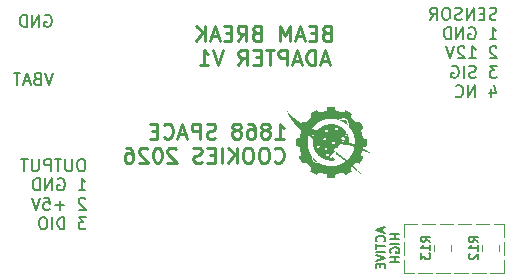
<source format=gbo>
%TF.GenerationSoftware,KiCad,Pcbnew,9.0.7-9.0.7~ubuntu24.04.1*%
%TF.CreationDate,2026-01-04T23:11:15-08:00*%
%TF.ProjectId,BeamBreak-v1,4265616d-4272-4656-916b-2d76312e6b69,1*%
%TF.SameCoordinates,Original*%
%TF.FileFunction,Legend,Bot*%
%TF.FilePolarity,Positive*%
%FSLAX46Y46*%
G04 Gerber Fmt 4.6, Leading zero omitted, Abs format (unit mm)*
G04 Created by KiCad (PCBNEW 9.0.7-9.0.7~ubuntu24.04.1) date 2026-01-04 23:11:15*
%MOMM*%
%LPD*%
G01*
G04 APERTURE LIST*
%ADD10C,0.101600*%
%ADD11C,0.152400*%
%ADD12C,0.254000*%
%ADD13C,0.203200*%
%ADD14C,0.127000*%
%ADD15C,0.120000*%
%ADD16C,0.000000*%
G04 APERTURE END LIST*
D10*
X200660000Y-118008400D02*
X201777600Y-118008400D01*
X202184000Y-118008400D02*
X203301600Y-118008400D01*
X203708000Y-118008400D02*
X204825600Y-118008400D01*
X205232000Y-118008400D02*
X206349600Y-118008400D01*
X206756000Y-118008400D02*
X207873600Y-118008400D01*
X208280000Y-118008400D02*
X209067400Y-118008400D01*
X209067400Y-118008400D02*
X209067400Y-119126000D01*
X209067400Y-119532400D02*
X209067400Y-120650000D01*
X209067400Y-121056400D02*
X209067400Y-122174000D01*
X209067400Y-122174000D02*
X207949800Y-122174000D01*
X207543400Y-122174000D02*
X206425800Y-122174000D01*
X206019400Y-122174000D02*
X204901800Y-122174000D01*
X204495400Y-122174000D02*
X203377800Y-122174000D01*
X202971400Y-122174000D02*
X201853800Y-122174000D01*
X201447400Y-122174000D02*
X200660000Y-122174000D01*
X200660000Y-122174000D02*
X200660000Y-121056400D01*
X200660000Y-120650000D02*
X200660000Y-119532400D01*
X200660000Y-119126000D02*
X200660000Y-118008400D01*
D11*
X198809529Y-118385771D02*
X198809529Y-118748629D01*
X199027243Y-118313200D02*
X198265243Y-118567200D01*
X198265243Y-118567200D02*
X199027243Y-118821200D01*
X198954672Y-119510629D02*
X198990958Y-119474343D01*
X198990958Y-119474343D02*
X199027243Y-119365486D01*
X199027243Y-119365486D02*
X199027243Y-119292914D01*
X199027243Y-119292914D02*
X198990958Y-119184057D01*
X198990958Y-119184057D02*
X198918386Y-119111486D01*
X198918386Y-119111486D02*
X198845815Y-119075200D01*
X198845815Y-119075200D02*
X198700672Y-119038914D01*
X198700672Y-119038914D02*
X198591815Y-119038914D01*
X198591815Y-119038914D02*
X198446672Y-119075200D01*
X198446672Y-119075200D02*
X198374100Y-119111486D01*
X198374100Y-119111486D02*
X198301529Y-119184057D01*
X198301529Y-119184057D02*
X198265243Y-119292914D01*
X198265243Y-119292914D02*
X198265243Y-119365486D01*
X198265243Y-119365486D02*
X198301529Y-119474343D01*
X198301529Y-119474343D02*
X198337815Y-119510629D01*
X198265243Y-119728343D02*
X198265243Y-120163772D01*
X199027243Y-119946057D02*
X198265243Y-119946057D01*
X199027243Y-120417771D02*
X198265243Y-120417771D01*
X198265243Y-120671771D02*
X199027243Y-120925771D01*
X199027243Y-120925771D02*
X198265243Y-121179771D01*
X198628100Y-121433771D02*
X198628100Y-121687771D01*
X199027243Y-121796628D02*
X199027243Y-121433771D01*
X199027243Y-121433771D02*
X198265243Y-121433771D01*
X198265243Y-121433771D02*
X198265243Y-121796628D01*
X200254020Y-118911914D02*
X199492020Y-118911914D01*
X199854877Y-118911914D02*
X199854877Y-119347343D01*
X200254020Y-119347343D02*
X199492020Y-119347343D01*
X200254020Y-119710200D02*
X199492020Y-119710200D01*
X199528306Y-120472200D02*
X199492020Y-120399629D01*
X199492020Y-120399629D02*
X199492020Y-120290771D01*
X199492020Y-120290771D02*
X199528306Y-120181914D01*
X199528306Y-120181914D02*
X199600877Y-120109343D01*
X199600877Y-120109343D02*
X199673449Y-120073057D01*
X199673449Y-120073057D02*
X199818592Y-120036771D01*
X199818592Y-120036771D02*
X199927449Y-120036771D01*
X199927449Y-120036771D02*
X200072592Y-120073057D01*
X200072592Y-120073057D02*
X200145163Y-120109343D01*
X200145163Y-120109343D02*
X200217735Y-120181914D01*
X200217735Y-120181914D02*
X200254020Y-120290771D01*
X200254020Y-120290771D02*
X200254020Y-120363343D01*
X200254020Y-120363343D02*
X200217735Y-120472200D01*
X200217735Y-120472200D02*
X200181449Y-120508486D01*
X200181449Y-120508486D02*
X199927449Y-120508486D01*
X199927449Y-120508486D02*
X199927449Y-120363343D01*
X200254020Y-120835057D02*
X199492020Y-120835057D01*
X199854877Y-120835057D02*
X199854877Y-121270486D01*
X200254020Y-121270486D02*
X199492020Y-121270486D01*
D12*
X189746275Y-110816739D02*
X190471990Y-110816739D01*
X190109133Y-110816739D02*
X190109133Y-109546739D01*
X190109133Y-109546739D02*
X190230085Y-109728167D01*
X190230085Y-109728167D02*
X190351037Y-109849120D01*
X190351037Y-109849120D02*
X190471990Y-109909596D01*
X189020561Y-110091024D02*
X189141513Y-110030548D01*
X189141513Y-110030548D02*
X189201990Y-109970072D01*
X189201990Y-109970072D02*
X189262466Y-109849120D01*
X189262466Y-109849120D02*
X189262466Y-109788643D01*
X189262466Y-109788643D02*
X189201990Y-109667691D01*
X189201990Y-109667691D02*
X189141513Y-109607215D01*
X189141513Y-109607215D02*
X189020561Y-109546739D01*
X189020561Y-109546739D02*
X188778656Y-109546739D01*
X188778656Y-109546739D02*
X188657704Y-109607215D01*
X188657704Y-109607215D02*
X188597228Y-109667691D01*
X188597228Y-109667691D02*
X188536751Y-109788643D01*
X188536751Y-109788643D02*
X188536751Y-109849120D01*
X188536751Y-109849120D02*
X188597228Y-109970072D01*
X188597228Y-109970072D02*
X188657704Y-110030548D01*
X188657704Y-110030548D02*
X188778656Y-110091024D01*
X188778656Y-110091024D02*
X189020561Y-110091024D01*
X189020561Y-110091024D02*
X189141513Y-110151501D01*
X189141513Y-110151501D02*
X189201990Y-110211977D01*
X189201990Y-110211977D02*
X189262466Y-110332929D01*
X189262466Y-110332929D02*
X189262466Y-110574834D01*
X189262466Y-110574834D02*
X189201990Y-110695786D01*
X189201990Y-110695786D02*
X189141513Y-110756263D01*
X189141513Y-110756263D02*
X189020561Y-110816739D01*
X189020561Y-110816739D02*
X188778656Y-110816739D01*
X188778656Y-110816739D02*
X188657704Y-110756263D01*
X188657704Y-110756263D02*
X188597228Y-110695786D01*
X188597228Y-110695786D02*
X188536751Y-110574834D01*
X188536751Y-110574834D02*
X188536751Y-110332929D01*
X188536751Y-110332929D02*
X188597228Y-110211977D01*
X188597228Y-110211977D02*
X188657704Y-110151501D01*
X188657704Y-110151501D02*
X188778656Y-110091024D01*
X187448180Y-109546739D02*
X187690085Y-109546739D01*
X187690085Y-109546739D02*
X187811037Y-109607215D01*
X187811037Y-109607215D02*
X187871513Y-109667691D01*
X187871513Y-109667691D02*
X187992466Y-109849120D01*
X187992466Y-109849120D02*
X188052942Y-110091024D01*
X188052942Y-110091024D02*
X188052942Y-110574834D01*
X188052942Y-110574834D02*
X187992466Y-110695786D01*
X187992466Y-110695786D02*
X187931989Y-110756263D01*
X187931989Y-110756263D02*
X187811037Y-110816739D01*
X187811037Y-110816739D02*
X187569132Y-110816739D01*
X187569132Y-110816739D02*
X187448180Y-110756263D01*
X187448180Y-110756263D02*
X187387704Y-110695786D01*
X187387704Y-110695786D02*
X187327227Y-110574834D01*
X187327227Y-110574834D02*
X187327227Y-110272453D01*
X187327227Y-110272453D02*
X187387704Y-110151501D01*
X187387704Y-110151501D02*
X187448180Y-110091024D01*
X187448180Y-110091024D02*
X187569132Y-110030548D01*
X187569132Y-110030548D02*
X187811037Y-110030548D01*
X187811037Y-110030548D02*
X187931989Y-110091024D01*
X187931989Y-110091024D02*
X187992466Y-110151501D01*
X187992466Y-110151501D02*
X188052942Y-110272453D01*
X186601513Y-110091024D02*
X186722465Y-110030548D01*
X186722465Y-110030548D02*
X186782942Y-109970072D01*
X186782942Y-109970072D02*
X186843418Y-109849120D01*
X186843418Y-109849120D02*
X186843418Y-109788643D01*
X186843418Y-109788643D02*
X186782942Y-109667691D01*
X186782942Y-109667691D02*
X186722465Y-109607215D01*
X186722465Y-109607215D02*
X186601513Y-109546739D01*
X186601513Y-109546739D02*
X186359608Y-109546739D01*
X186359608Y-109546739D02*
X186238656Y-109607215D01*
X186238656Y-109607215D02*
X186178180Y-109667691D01*
X186178180Y-109667691D02*
X186117703Y-109788643D01*
X186117703Y-109788643D02*
X186117703Y-109849120D01*
X186117703Y-109849120D02*
X186178180Y-109970072D01*
X186178180Y-109970072D02*
X186238656Y-110030548D01*
X186238656Y-110030548D02*
X186359608Y-110091024D01*
X186359608Y-110091024D02*
X186601513Y-110091024D01*
X186601513Y-110091024D02*
X186722465Y-110151501D01*
X186722465Y-110151501D02*
X186782942Y-110211977D01*
X186782942Y-110211977D02*
X186843418Y-110332929D01*
X186843418Y-110332929D02*
X186843418Y-110574834D01*
X186843418Y-110574834D02*
X186782942Y-110695786D01*
X186782942Y-110695786D02*
X186722465Y-110756263D01*
X186722465Y-110756263D02*
X186601513Y-110816739D01*
X186601513Y-110816739D02*
X186359608Y-110816739D01*
X186359608Y-110816739D02*
X186238656Y-110756263D01*
X186238656Y-110756263D02*
X186178180Y-110695786D01*
X186178180Y-110695786D02*
X186117703Y-110574834D01*
X186117703Y-110574834D02*
X186117703Y-110332929D01*
X186117703Y-110332929D02*
X186178180Y-110211977D01*
X186178180Y-110211977D02*
X186238656Y-110151501D01*
X186238656Y-110151501D02*
X186359608Y-110091024D01*
X184666275Y-110756263D02*
X184484846Y-110816739D01*
X184484846Y-110816739D02*
X184182465Y-110816739D01*
X184182465Y-110816739D02*
X184061513Y-110756263D01*
X184061513Y-110756263D02*
X184001037Y-110695786D01*
X184001037Y-110695786D02*
X183940560Y-110574834D01*
X183940560Y-110574834D02*
X183940560Y-110453882D01*
X183940560Y-110453882D02*
X184001037Y-110332929D01*
X184001037Y-110332929D02*
X184061513Y-110272453D01*
X184061513Y-110272453D02*
X184182465Y-110211977D01*
X184182465Y-110211977D02*
X184424370Y-110151501D01*
X184424370Y-110151501D02*
X184545322Y-110091024D01*
X184545322Y-110091024D02*
X184605799Y-110030548D01*
X184605799Y-110030548D02*
X184666275Y-109909596D01*
X184666275Y-109909596D02*
X184666275Y-109788643D01*
X184666275Y-109788643D02*
X184605799Y-109667691D01*
X184605799Y-109667691D02*
X184545322Y-109607215D01*
X184545322Y-109607215D02*
X184424370Y-109546739D01*
X184424370Y-109546739D02*
X184121989Y-109546739D01*
X184121989Y-109546739D02*
X183940560Y-109607215D01*
X183396275Y-110816739D02*
X183396275Y-109546739D01*
X183396275Y-109546739D02*
X182912465Y-109546739D01*
X182912465Y-109546739D02*
X182791513Y-109607215D01*
X182791513Y-109607215D02*
X182731036Y-109667691D01*
X182731036Y-109667691D02*
X182670560Y-109788643D01*
X182670560Y-109788643D02*
X182670560Y-109970072D01*
X182670560Y-109970072D02*
X182731036Y-110091024D01*
X182731036Y-110091024D02*
X182791513Y-110151501D01*
X182791513Y-110151501D02*
X182912465Y-110211977D01*
X182912465Y-110211977D02*
X183396275Y-110211977D01*
X182186751Y-110453882D02*
X181581989Y-110453882D01*
X182307703Y-110816739D02*
X181884370Y-109546739D01*
X181884370Y-109546739D02*
X181461036Y-110816739D01*
X180311989Y-110695786D02*
X180372465Y-110756263D01*
X180372465Y-110756263D02*
X180553894Y-110816739D01*
X180553894Y-110816739D02*
X180674846Y-110816739D01*
X180674846Y-110816739D02*
X180856275Y-110756263D01*
X180856275Y-110756263D02*
X180977227Y-110635310D01*
X180977227Y-110635310D02*
X181037704Y-110514358D01*
X181037704Y-110514358D02*
X181098180Y-110272453D01*
X181098180Y-110272453D02*
X181098180Y-110091024D01*
X181098180Y-110091024D02*
X181037704Y-109849120D01*
X181037704Y-109849120D02*
X180977227Y-109728167D01*
X180977227Y-109728167D02*
X180856275Y-109607215D01*
X180856275Y-109607215D02*
X180674846Y-109546739D01*
X180674846Y-109546739D02*
X180553894Y-109546739D01*
X180553894Y-109546739D02*
X180372465Y-109607215D01*
X180372465Y-109607215D02*
X180311989Y-109667691D01*
X179767704Y-110151501D02*
X179344370Y-110151501D01*
X179162942Y-110816739D02*
X179767704Y-110816739D01*
X179767704Y-110816739D02*
X179767704Y-109546739D01*
X179767704Y-109546739D02*
X179162942Y-109546739D01*
X189685799Y-112740415D02*
X189746275Y-112800892D01*
X189746275Y-112800892D02*
X189927704Y-112861368D01*
X189927704Y-112861368D02*
X190048656Y-112861368D01*
X190048656Y-112861368D02*
X190230085Y-112800892D01*
X190230085Y-112800892D02*
X190351037Y-112679939D01*
X190351037Y-112679939D02*
X190411514Y-112558987D01*
X190411514Y-112558987D02*
X190471990Y-112317082D01*
X190471990Y-112317082D02*
X190471990Y-112135653D01*
X190471990Y-112135653D02*
X190411514Y-111893749D01*
X190411514Y-111893749D02*
X190351037Y-111772796D01*
X190351037Y-111772796D02*
X190230085Y-111651844D01*
X190230085Y-111651844D02*
X190048656Y-111591368D01*
X190048656Y-111591368D02*
X189927704Y-111591368D01*
X189927704Y-111591368D02*
X189746275Y-111651844D01*
X189746275Y-111651844D02*
X189685799Y-111712320D01*
X188899609Y-111591368D02*
X188657704Y-111591368D01*
X188657704Y-111591368D02*
X188536752Y-111651844D01*
X188536752Y-111651844D02*
X188415799Y-111772796D01*
X188415799Y-111772796D02*
X188355323Y-112014701D01*
X188355323Y-112014701D02*
X188355323Y-112438034D01*
X188355323Y-112438034D02*
X188415799Y-112679939D01*
X188415799Y-112679939D02*
X188536752Y-112800892D01*
X188536752Y-112800892D02*
X188657704Y-112861368D01*
X188657704Y-112861368D02*
X188899609Y-112861368D01*
X188899609Y-112861368D02*
X189020561Y-112800892D01*
X189020561Y-112800892D02*
X189141514Y-112679939D01*
X189141514Y-112679939D02*
X189201990Y-112438034D01*
X189201990Y-112438034D02*
X189201990Y-112014701D01*
X189201990Y-112014701D02*
X189141514Y-111772796D01*
X189141514Y-111772796D02*
X189020561Y-111651844D01*
X189020561Y-111651844D02*
X188899609Y-111591368D01*
X187569133Y-111591368D02*
X187327228Y-111591368D01*
X187327228Y-111591368D02*
X187206276Y-111651844D01*
X187206276Y-111651844D02*
X187085323Y-111772796D01*
X187085323Y-111772796D02*
X187024847Y-112014701D01*
X187024847Y-112014701D02*
X187024847Y-112438034D01*
X187024847Y-112438034D02*
X187085323Y-112679939D01*
X187085323Y-112679939D02*
X187206276Y-112800892D01*
X187206276Y-112800892D02*
X187327228Y-112861368D01*
X187327228Y-112861368D02*
X187569133Y-112861368D01*
X187569133Y-112861368D02*
X187690085Y-112800892D01*
X187690085Y-112800892D02*
X187811038Y-112679939D01*
X187811038Y-112679939D02*
X187871514Y-112438034D01*
X187871514Y-112438034D02*
X187871514Y-112014701D01*
X187871514Y-112014701D02*
X187811038Y-111772796D01*
X187811038Y-111772796D02*
X187690085Y-111651844D01*
X187690085Y-111651844D02*
X187569133Y-111591368D01*
X186480562Y-112861368D02*
X186480562Y-111591368D01*
X185754847Y-112861368D02*
X186299133Y-112135653D01*
X185754847Y-111591368D02*
X186480562Y-112317082D01*
X185210562Y-112861368D02*
X185210562Y-111591368D01*
X184605800Y-112196130D02*
X184182466Y-112196130D01*
X184001038Y-112861368D02*
X184605800Y-112861368D01*
X184605800Y-112861368D02*
X184605800Y-111591368D01*
X184605800Y-111591368D02*
X184001038Y-111591368D01*
X183517228Y-112800892D02*
X183335799Y-112861368D01*
X183335799Y-112861368D02*
X183033418Y-112861368D01*
X183033418Y-112861368D02*
X182912466Y-112800892D01*
X182912466Y-112800892D02*
X182851990Y-112740415D01*
X182851990Y-112740415D02*
X182791513Y-112619463D01*
X182791513Y-112619463D02*
X182791513Y-112498511D01*
X182791513Y-112498511D02*
X182851990Y-112377558D01*
X182851990Y-112377558D02*
X182912466Y-112317082D01*
X182912466Y-112317082D02*
X183033418Y-112256606D01*
X183033418Y-112256606D02*
X183275323Y-112196130D01*
X183275323Y-112196130D02*
X183396275Y-112135653D01*
X183396275Y-112135653D02*
X183456752Y-112075177D01*
X183456752Y-112075177D02*
X183517228Y-111954225D01*
X183517228Y-111954225D02*
X183517228Y-111833272D01*
X183517228Y-111833272D02*
X183456752Y-111712320D01*
X183456752Y-111712320D02*
X183396275Y-111651844D01*
X183396275Y-111651844D02*
X183275323Y-111591368D01*
X183275323Y-111591368D02*
X182972942Y-111591368D01*
X182972942Y-111591368D02*
X182791513Y-111651844D01*
X181340085Y-111712320D02*
X181279609Y-111651844D01*
X181279609Y-111651844D02*
X181158656Y-111591368D01*
X181158656Y-111591368D02*
X180856275Y-111591368D01*
X180856275Y-111591368D02*
X180735323Y-111651844D01*
X180735323Y-111651844D02*
X180674847Y-111712320D01*
X180674847Y-111712320D02*
X180614370Y-111833272D01*
X180614370Y-111833272D02*
X180614370Y-111954225D01*
X180614370Y-111954225D02*
X180674847Y-112135653D01*
X180674847Y-112135653D02*
X181400561Y-112861368D01*
X181400561Y-112861368D02*
X180614370Y-112861368D01*
X179828180Y-111591368D02*
X179707227Y-111591368D01*
X179707227Y-111591368D02*
X179586275Y-111651844D01*
X179586275Y-111651844D02*
X179525799Y-111712320D01*
X179525799Y-111712320D02*
X179465323Y-111833272D01*
X179465323Y-111833272D02*
X179404846Y-112075177D01*
X179404846Y-112075177D02*
X179404846Y-112377558D01*
X179404846Y-112377558D02*
X179465323Y-112619463D01*
X179465323Y-112619463D02*
X179525799Y-112740415D01*
X179525799Y-112740415D02*
X179586275Y-112800892D01*
X179586275Y-112800892D02*
X179707227Y-112861368D01*
X179707227Y-112861368D02*
X179828180Y-112861368D01*
X179828180Y-112861368D02*
X179949132Y-112800892D01*
X179949132Y-112800892D02*
X180009608Y-112740415D01*
X180009608Y-112740415D02*
X180070085Y-112619463D01*
X180070085Y-112619463D02*
X180130561Y-112377558D01*
X180130561Y-112377558D02*
X180130561Y-112075177D01*
X180130561Y-112075177D02*
X180070085Y-111833272D01*
X180070085Y-111833272D02*
X180009608Y-111712320D01*
X180009608Y-111712320D02*
X179949132Y-111651844D01*
X179949132Y-111651844D02*
X179828180Y-111591368D01*
X178921037Y-111712320D02*
X178860561Y-111651844D01*
X178860561Y-111651844D02*
X178739608Y-111591368D01*
X178739608Y-111591368D02*
X178437227Y-111591368D01*
X178437227Y-111591368D02*
X178316275Y-111651844D01*
X178316275Y-111651844D02*
X178255799Y-111712320D01*
X178255799Y-111712320D02*
X178195322Y-111833272D01*
X178195322Y-111833272D02*
X178195322Y-111954225D01*
X178195322Y-111954225D02*
X178255799Y-112135653D01*
X178255799Y-112135653D02*
X178981513Y-112861368D01*
X178981513Y-112861368D02*
X178195322Y-112861368D01*
X177106751Y-111591368D02*
X177348656Y-111591368D01*
X177348656Y-111591368D02*
X177469608Y-111651844D01*
X177469608Y-111651844D02*
X177530084Y-111712320D01*
X177530084Y-111712320D02*
X177651037Y-111893749D01*
X177651037Y-111893749D02*
X177711513Y-112135653D01*
X177711513Y-112135653D02*
X177711513Y-112619463D01*
X177711513Y-112619463D02*
X177651037Y-112740415D01*
X177651037Y-112740415D02*
X177590560Y-112800892D01*
X177590560Y-112800892D02*
X177469608Y-112861368D01*
X177469608Y-112861368D02*
X177227703Y-112861368D01*
X177227703Y-112861368D02*
X177106751Y-112800892D01*
X177106751Y-112800892D02*
X177046275Y-112740415D01*
X177046275Y-112740415D02*
X176985798Y-112619463D01*
X176985798Y-112619463D02*
X176985798Y-112317082D01*
X176985798Y-112317082D02*
X177046275Y-112196130D01*
X177046275Y-112196130D02*
X177106751Y-112135653D01*
X177106751Y-112135653D02*
X177227703Y-112075177D01*
X177227703Y-112075177D02*
X177469608Y-112075177D01*
X177469608Y-112075177D02*
X177590560Y-112135653D01*
X177590560Y-112135653D02*
X177651037Y-112196130D01*
X177651037Y-112196130D02*
X177711513Y-112317082D01*
X194059628Y-101871101D02*
X193878200Y-101931577D01*
X193878200Y-101931577D02*
X193817723Y-101992053D01*
X193817723Y-101992053D02*
X193757247Y-102113005D01*
X193757247Y-102113005D02*
X193757247Y-102294434D01*
X193757247Y-102294434D02*
X193817723Y-102415386D01*
X193817723Y-102415386D02*
X193878200Y-102475863D01*
X193878200Y-102475863D02*
X193999152Y-102536339D01*
X193999152Y-102536339D02*
X194482962Y-102536339D01*
X194482962Y-102536339D02*
X194482962Y-101266339D01*
X194482962Y-101266339D02*
X194059628Y-101266339D01*
X194059628Y-101266339D02*
X193938676Y-101326815D01*
X193938676Y-101326815D02*
X193878200Y-101387291D01*
X193878200Y-101387291D02*
X193817723Y-101508243D01*
X193817723Y-101508243D02*
X193817723Y-101629196D01*
X193817723Y-101629196D02*
X193878200Y-101750148D01*
X193878200Y-101750148D02*
X193938676Y-101810624D01*
X193938676Y-101810624D02*
X194059628Y-101871101D01*
X194059628Y-101871101D02*
X194482962Y-101871101D01*
X193212962Y-101871101D02*
X192789628Y-101871101D01*
X192608200Y-102536339D02*
X193212962Y-102536339D01*
X193212962Y-102536339D02*
X193212962Y-101266339D01*
X193212962Y-101266339D02*
X192608200Y-101266339D01*
X192124390Y-102173482D02*
X191519628Y-102173482D01*
X192245342Y-102536339D02*
X191822009Y-101266339D01*
X191822009Y-101266339D02*
X191398675Y-102536339D01*
X190975343Y-102536339D02*
X190975343Y-101266339D01*
X190975343Y-101266339D02*
X190552009Y-102173482D01*
X190552009Y-102173482D02*
X190128676Y-101266339D01*
X190128676Y-101266339D02*
X190128676Y-102536339D01*
X188132961Y-101871101D02*
X187951533Y-101931577D01*
X187951533Y-101931577D02*
X187891056Y-101992053D01*
X187891056Y-101992053D02*
X187830580Y-102113005D01*
X187830580Y-102113005D02*
X187830580Y-102294434D01*
X187830580Y-102294434D02*
X187891056Y-102415386D01*
X187891056Y-102415386D02*
X187951533Y-102475863D01*
X187951533Y-102475863D02*
X188072485Y-102536339D01*
X188072485Y-102536339D02*
X188556295Y-102536339D01*
X188556295Y-102536339D02*
X188556295Y-101266339D01*
X188556295Y-101266339D02*
X188132961Y-101266339D01*
X188132961Y-101266339D02*
X188012009Y-101326815D01*
X188012009Y-101326815D02*
X187951533Y-101387291D01*
X187951533Y-101387291D02*
X187891056Y-101508243D01*
X187891056Y-101508243D02*
X187891056Y-101629196D01*
X187891056Y-101629196D02*
X187951533Y-101750148D01*
X187951533Y-101750148D02*
X188012009Y-101810624D01*
X188012009Y-101810624D02*
X188132961Y-101871101D01*
X188132961Y-101871101D02*
X188556295Y-101871101D01*
X186560580Y-102536339D02*
X186983914Y-101931577D01*
X187286295Y-102536339D02*
X187286295Y-101266339D01*
X187286295Y-101266339D02*
X186802485Y-101266339D01*
X186802485Y-101266339D02*
X186681533Y-101326815D01*
X186681533Y-101326815D02*
X186621056Y-101387291D01*
X186621056Y-101387291D02*
X186560580Y-101508243D01*
X186560580Y-101508243D02*
X186560580Y-101689672D01*
X186560580Y-101689672D02*
X186621056Y-101810624D01*
X186621056Y-101810624D02*
X186681533Y-101871101D01*
X186681533Y-101871101D02*
X186802485Y-101931577D01*
X186802485Y-101931577D02*
X187286295Y-101931577D01*
X186016295Y-101871101D02*
X185592961Y-101871101D01*
X185411533Y-102536339D02*
X186016295Y-102536339D01*
X186016295Y-102536339D02*
X186016295Y-101266339D01*
X186016295Y-101266339D02*
X185411533Y-101266339D01*
X184927723Y-102173482D02*
X184322961Y-102173482D01*
X185048675Y-102536339D02*
X184625342Y-101266339D01*
X184625342Y-101266339D02*
X184202008Y-102536339D01*
X183778676Y-102536339D02*
X183778676Y-101266339D01*
X183052961Y-102536339D02*
X183597247Y-101810624D01*
X183052961Y-101266339D02*
X183778676Y-101992053D01*
X194241056Y-104218111D02*
X193636294Y-104218111D01*
X194362008Y-104580968D02*
X193938675Y-103310968D01*
X193938675Y-103310968D02*
X193515341Y-104580968D01*
X193092009Y-104580968D02*
X193092009Y-103310968D01*
X193092009Y-103310968D02*
X192789628Y-103310968D01*
X192789628Y-103310968D02*
X192608199Y-103371444D01*
X192608199Y-103371444D02*
X192487247Y-103492396D01*
X192487247Y-103492396D02*
X192426770Y-103613349D01*
X192426770Y-103613349D02*
X192366294Y-103855253D01*
X192366294Y-103855253D02*
X192366294Y-104036682D01*
X192366294Y-104036682D02*
X192426770Y-104278587D01*
X192426770Y-104278587D02*
X192487247Y-104399539D01*
X192487247Y-104399539D02*
X192608199Y-104520492D01*
X192608199Y-104520492D02*
X192789628Y-104580968D01*
X192789628Y-104580968D02*
X193092009Y-104580968D01*
X191882485Y-104218111D02*
X191277723Y-104218111D01*
X192003437Y-104580968D02*
X191580104Y-103310968D01*
X191580104Y-103310968D02*
X191156770Y-104580968D01*
X190733438Y-104580968D02*
X190733438Y-103310968D01*
X190733438Y-103310968D02*
X190249628Y-103310968D01*
X190249628Y-103310968D02*
X190128676Y-103371444D01*
X190128676Y-103371444D02*
X190068199Y-103431920D01*
X190068199Y-103431920D02*
X190007723Y-103552872D01*
X190007723Y-103552872D02*
X190007723Y-103734301D01*
X190007723Y-103734301D02*
X190068199Y-103855253D01*
X190068199Y-103855253D02*
X190128676Y-103915730D01*
X190128676Y-103915730D02*
X190249628Y-103976206D01*
X190249628Y-103976206D02*
X190733438Y-103976206D01*
X189644866Y-103310968D02*
X188919152Y-103310968D01*
X189282009Y-104580968D02*
X189282009Y-103310968D01*
X188495819Y-103915730D02*
X188072485Y-103915730D01*
X187891057Y-104580968D02*
X188495819Y-104580968D01*
X188495819Y-104580968D02*
X188495819Y-103310968D01*
X188495819Y-103310968D02*
X187891057Y-103310968D01*
X186621056Y-104580968D02*
X187044390Y-103976206D01*
X187346771Y-104580968D02*
X187346771Y-103310968D01*
X187346771Y-103310968D02*
X186862961Y-103310968D01*
X186862961Y-103310968D02*
X186742009Y-103371444D01*
X186742009Y-103371444D02*
X186681532Y-103431920D01*
X186681532Y-103431920D02*
X186621056Y-103552872D01*
X186621056Y-103552872D02*
X186621056Y-103734301D01*
X186621056Y-103734301D02*
X186681532Y-103855253D01*
X186681532Y-103855253D02*
X186742009Y-103915730D01*
X186742009Y-103915730D02*
X186862961Y-103976206D01*
X186862961Y-103976206D02*
X187346771Y-103976206D01*
X185290580Y-103310968D02*
X184867247Y-104580968D01*
X184867247Y-104580968D02*
X184443913Y-103310968D01*
X183355342Y-104580968D02*
X184081057Y-104580968D01*
X183718200Y-104580968D02*
X183718200Y-103310968D01*
X183718200Y-103310968D02*
X183839152Y-103492396D01*
X183839152Y-103492396D02*
X183960104Y-103613349D01*
X183960104Y-103613349D02*
X184081057Y-103673825D01*
D13*
X170237420Y-100390965D02*
X170334182Y-100342584D01*
X170334182Y-100342584D02*
X170479325Y-100342584D01*
X170479325Y-100342584D02*
X170624468Y-100390965D01*
X170624468Y-100390965D02*
X170721230Y-100487727D01*
X170721230Y-100487727D02*
X170769611Y-100584489D01*
X170769611Y-100584489D02*
X170817992Y-100778013D01*
X170817992Y-100778013D02*
X170817992Y-100923156D01*
X170817992Y-100923156D02*
X170769611Y-101116680D01*
X170769611Y-101116680D02*
X170721230Y-101213442D01*
X170721230Y-101213442D02*
X170624468Y-101310204D01*
X170624468Y-101310204D02*
X170479325Y-101358584D01*
X170479325Y-101358584D02*
X170382563Y-101358584D01*
X170382563Y-101358584D02*
X170237420Y-101310204D01*
X170237420Y-101310204D02*
X170189039Y-101261823D01*
X170189039Y-101261823D02*
X170189039Y-100923156D01*
X170189039Y-100923156D02*
X170382563Y-100923156D01*
X169753611Y-101358584D02*
X169753611Y-100342584D01*
X169753611Y-100342584D02*
X169173039Y-101358584D01*
X169173039Y-101358584D02*
X169173039Y-100342584D01*
X168689230Y-101358584D02*
X168689230Y-100342584D01*
X168689230Y-100342584D02*
X168447325Y-100342584D01*
X168447325Y-100342584D02*
X168302182Y-100390965D01*
X168302182Y-100390965D02*
X168205420Y-100487727D01*
X168205420Y-100487727D02*
X168157039Y-100584489D01*
X168157039Y-100584489D02*
X168108658Y-100778013D01*
X168108658Y-100778013D02*
X168108658Y-100923156D01*
X168108658Y-100923156D02*
X168157039Y-101116680D01*
X168157039Y-101116680D02*
X168205420Y-101213442D01*
X168205420Y-101213442D02*
X168302182Y-101310204D01*
X168302182Y-101310204D02*
X168447325Y-101358584D01*
X168447325Y-101358584D02*
X168689230Y-101358584D01*
X170914754Y-105249693D02*
X170576087Y-106265693D01*
X170576087Y-106265693D02*
X170237420Y-105249693D01*
X169560087Y-105733503D02*
X169414944Y-105781884D01*
X169414944Y-105781884D02*
X169366563Y-105830265D01*
X169366563Y-105830265D02*
X169318182Y-105927027D01*
X169318182Y-105927027D02*
X169318182Y-106072170D01*
X169318182Y-106072170D02*
X169366563Y-106168932D01*
X169366563Y-106168932D02*
X169414944Y-106217313D01*
X169414944Y-106217313D02*
X169511706Y-106265693D01*
X169511706Y-106265693D02*
X169898754Y-106265693D01*
X169898754Y-106265693D02*
X169898754Y-105249693D01*
X169898754Y-105249693D02*
X169560087Y-105249693D01*
X169560087Y-105249693D02*
X169463325Y-105298074D01*
X169463325Y-105298074D02*
X169414944Y-105346455D01*
X169414944Y-105346455D02*
X169366563Y-105443217D01*
X169366563Y-105443217D02*
X169366563Y-105539979D01*
X169366563Y-105539979D02*
X169414944Y-105636741D01*
X169414944Y-105636741D02*
X169463325Y-105685122D01*
X169463325Y-105685122D02*
X169560087Y-105733503D01*
X169560087Y-105733503D02*
X169898754Y-105733503D01*
X168931135Y-105975408D02*
X168447325Y-105975408D01*
X169027897Y-106265693D02*
X168689230Y-105249693D01*
X168689230Y-105249693D02*
X168350563Y-106265693D01*
X168157040Y-105249693D02*
X167576468Y-105249693D01*
X167866754Y-106265693D02*
X167866754Y-105249693D01*
X208460792Y-100715901D02*
X208315649Y-100764281D01*
X208315649Y-100764281D02*
X208073744Y-100764281D01*
X208073744Y-100764281D02*
X207976982Y-100715901D01*
X207976982Y-100715901D02*
X207928601Y-100667520D01*
X207928601Y-100667520D02*
X207880220Y-100570758D01*
X207880220Y-100570758D02*
X207880220Y-100473996D01*
X207880220Y-100473996D02*
X207928601Y-100377234D01*
X207928601Y-100377234D02*
X207976982Y-100328853D01*
X207976982Y-100328853D02*
X208073744Y-100280472D01*
X208073744Y-100280472D02*
X208267268Y-100232091D01*
X208267268Y-100232091D02*
X208364030Y-100183710D01*
X208364030Y-100183710D02*
X208412411Y-100135329D01*
X208412411Y-100135329D02*
X208460792Y-100038567D01*
X208460792Y-100038567D02*
X208460792Y-99941805D01*
X208460792Y-99941805D02*
X208412411Y-99845043D01*
X208412411Y-99845043D02*
X208364030Y-99796662D01*
X208364030Y-99796662D02*
X208267268Y-99748281D01*
X208267268Y-99748281D02*
X208025363Y-99748281D01*
X208025363Y-99748281D02*
X207880220Y-99796662D01*
X207444792Y-100232091D02*
X207106125Y-100232091D01*
X206960982Y-100764281D02*
X207444792Y-100764281D01*
X207444792Y-100764281D02*
X207444792Y-99748281D01*
X207444792Y-99748281D02*
X206960982Y-99748281D01*
X206525554Y-100764281D02*
X206525554Y-99748281D01*
X206525554Y-99748281D02*
X205944982Y-100764281D01*
X205944982Y-100764281D02*
X205944982Y-99748281D01*
X205509554Y-100715901D02*
X205364411Y-100764281D01*
X205364411Y-100764281D02*
X205122506Y-100764281D01*
X205122506Y-100764281D02*
X205025744Y-100715901D01*
X205025744Y-100715901D02*
X204977363Y-100667520D01*
X204977363Y-100667520D02*
X204928982Y-100570758D01*
X204928982Y-100570758D02*
X204928982Y-100473996D01*
X204928982Y-100473996D02*
X204977363Y-100377234D01*
X204977363Y-100377234D02*
X205025744Y-100328853D01*
X205025744Y-100328853D02*
X205122506Y-100280472D01*
X205122506Y-100280472D02*
X205316030Y-100232091D01*
X205316030Y-100232091D02*
X205412792Y-100183710D01*
X205412792Y-100183710D02*
X205461173Y-100135329D01*
X205461173Y-100135329D02*
X205509554Y-100038567D01*
X205509554Y-100038567D02*
X205509554Y-99941805D01*
X205509554Y-99941805D02*
X205461173Y-99845043D01*
X205461173Y-99845043D02*
X205412792Y-99796662D01*
X205412792Y-99796662D02*
X205316030Y-99748281D01*
X205316030Y-99748281D02*
X205074125Y-99748281D01*
X205074125Y-99748281D02*
X204928982Y-99796662D01*
X204300030Y-99748281D02*
X204106506Y-99748281D01*
X204106506Y-99748281D02*
X204009744Y-99796662D01*
X204009744Y-99796662D02*
X203912982Y-99893424D01*
X203912982Y-99893424D02*
X203864601Y-100086948D01*
X203864601Y-100086948D02*
X203864601Y-100425615D01*
X203864601Y-100425615D02*
X203912982Y-100619139D01*
X203912982Y-100619139D02*
X204009744Y-100715901D01*
X204009744Y-100715901D02*
X204106506Y-100764281D01*
X204106506Y-100764281D02*
X204300030Y-100764281D01*
X204300030Y-100764281D02*
X204396792Y-100715901D01*
X204396792Y-100715901D02*
X204493554Y-100619139D01*
X204493554Y-100619139D02*
X204541935Y-100425615D01*
X204541935Y-100425615D02*
X204541935Y-100086948D01*
X204541935Y-100086948D02*
X204493554Y-99893424D01*
X204493554Y-99893424D02*
X204396792Y-99796662D01*
X204396792Y-99796662D02*
X204300030Y-99748281D01*
X202848601Y-100764281D02*
X203187268Y-100280472D01*
X203429173Y-100764281D02*
X203429173Y-99748281D01*
X203429173Y-99748281D02*
X203042125Y-99748281D01*
X203042125Y-99748281D02*
X202945363Y-99796662D01*
X202945363Y-99796662D02*
X202896982Y-99845043D01*
X202896982Y-99845043D02*
X202848601Y-99941805D01*
X202848601Y-99941805D02*
X202848601Y-100086948D01*
X202848601Y-100086948D02*
X202896982Y-100183710D01*
X202896982Y-100183710D02*
X202945363Y-100232091D01*
X202945363Y-100232091D02*
X203042125Y-100280472D01*
X203042125Y-100280472D02*
X203429173Y-100280472D01*
X207880220Y-102399984D02*
X208460792Y-102399984D01*
X208170506Y-102399984D02*
X208170506Y-101383984D01*
X208170506Y-101383984D02*
X208267268Y-101529127D01*
X208267268Y-101529127D02*
X208364030Y-101625889D01*
X208364030Y-101625889D02*
X208460792Y-101674270D01*
X206138506Y-101432365D02*
X206235268Y-101383984D01*
X206235268Y-101383984D02*
X206380411Y-101383984D01*
X206380411Y-101383984D02*
X206525554Y-101432365D01*
X206525554Y-101432365D02*
X206622316Y-101529127D01*
X206622316Y-101529127D02*
X206670697Y-101625889D01*
X206670697Y-101625889D02*
X206719078Y-101819413D01*
X206719078Y-101819413D02*
X206719078Y-101964556D01*
X206719078Y-101964556D02*
X206670697Y-102158080D01*
X206670697Y-102158080D02*
X206622316Y-102254842D01*
X206622316Y-102254842D02*
X206525554Y-102351604D01*
X206525554Y-102351604D02*
X206380411Y-102399984D01*
X206380411Y-102399984D02*
X206283649Y-102399984D01*
X206283649Y-102399984D02*
X206138506Y-102351604D01*
X206138506Y-102351604D02*
X206090125Y-102303223D01*
X206090125Y-102303223D02*
X206090125Y-101964556D01*
X206090125Y-101964556D02*
X206283649Y-101964556D01*
X205654697Y-102399984D02*
X205654697Y-101383984D01*
X205654697Y-101383984D02*
X205074125Y-102399984D01*
X205074125Y-102399984D02*
X205074125Y-101383984D01*
X204590316Y-102399984D02*
X204590316Y-101383984D01*
X204590316Y-101383984D02*
X204348411Y-101383984D01*
X204348411Y-101383984D02*
X204203268Y-101432365D01*
X204203268Y-101432365D02*
X204106506Y-101529127D01*
X204106506Y-101529127D02*
X204058125Y-101625889D01*
X204058125Y-101625889D02*
X204009744Y-101819413D01*
X204009744Y-101819413D02*
X204009744Y-101964556D01*
X204009744Y-101964556D02*
X204058125Y-102158080D01*
X204058125Y-102158080D02*
X204106506Y-102254842D01*
X204106506Y-102254842D02*
X204203268Y-102351604D01*
X204203268Y-102351604D02*
X204348411Y-102399984D01*
X204348411Y-102399984D02*
X204590316Y-102399984D01*
X208460792Y-103116449D02*
X208412411Y-103068068D01*
X208412411Y-103068068D02*
X208315649Y-103019687D01*
X208315649Y-103019687D02*
X208073744Y-103019687D01*
X208073744Y-103019687D02*
X207976982Y-103068068D01*
X207976982Y-103068068D02*
X207928601Y-103116449D01*
X207928601Y-103116449D02*
X207880220Y-103213211D01*
X207880220Y-103213211D02*
X207880220Y-103309973D01*
X207880220Y-103309973D02*
X207928601Y-103455116D01*
X207928601Y-103455116D02*
X208509173Y-104035687D01*
X208509173Y-104035687D02*
X207880220Y-104035687D01*
X206138506Y-104035687D02*
X206719078Y-104035687D01*
X206428792Y-104035687D02*
X206428792Y-103019687D01*
X206428792Y-103019687D02*
X206525554Y-103164830D01*
X206525554Y-103164830D02*
X206622316Y-103261592D01*
X206622316Y-103261592D02*
X206719078Y-103309973D01*
X205751459Y-103116449D02*
X205703078Y-103068068D01*
X205703078Y-103068068D02*
X205606316Y-103019687D01*
X205606316Y-103019687D02*
X205364411Y-103019687D01*
X205364411Y-103019687D02*
X205267649Y-103068068D01*
X205267649Y-103068068D02*
X205219268Y-103116449D01*
X205219268Y-103116449D02*
X205170887Y-103213211D01*
X205170887Y-103213211D02*
X205170887Y-103309973D01*
X205170887Y-103309973D02*
X205219268Y-103455116D01*
X205219268Y-103455116D02*
X205799840Y-104035687D01*
X205799840Y-104035687D02*
X205170887Y-104035687D01*
X204880602Y-103019687D02*
X204541935Y-104035687D01*
X204541935Y-104035687D02*
X204203268Y-103019687D01*
X208509173Y-104655390D02*
X207880220Y-104655390D01*
X207880220Y-104655390D02*
X208218887Y-105042438D01*
X208218887Y-105042438D02*
X208073744Y-105042438D01*
X208073744Y-105042438D02*
X207976982Y-105090819D01*
X207976982Y-105090819D02*
X207928601Y-105139200D01*
X207928601Y-105139200D02*
X207880220Y-105235962D01*
X207880220Y-105235962D02*
X207880220Y-105477867D01*
X207880220Y-105477867D02*
X207928601Y-105574629D01*
X207928601Y-105574629D02*
X207976982Y-105623010D01*
X207976982Y-105623010D02*
X208073744Y-105671390D01*
X208073744Y-105671390D02*
X208364030Y-105671390D01*
X208364030Y-105671390D02*
X208460792Y-105623010D01*
X208460792Y-105623010D02*
X208509173Y-105574629D01*
X206719078Y-105623010D02*
X206573935Y-105671390D01*
X206573935Y-105671390D02*
X206332030Y-105671390D01*
X206332030Y-105671390D02*
X206235268Y-105623010D01*
X206235268Y-105623010D02*
X206186887Y-105574629D01*
X206186887Y-105574629D02*
X206138506Y-105477867D01*
X206138506Y-105477867D02*
X206138506Y-105381105D01*
X206138506Y-105381105D02*
X206186887Y-105284343D01*
X206186887Y-105284343D02*
X206235268Y-105235962D01*
X206235268Y-105235962D02*
X206332030Y-105187581D01*
X206332030Y-105187581D02*
X206525554Y-105139200D01*
X206525554Y-105139200D02*
X206622316Y-105090819D01*
X206622316Y-105090819D02*
X206670697Y-105042438D01*
X206670697Y-105042438D02*
X206719078Y-104945676D01*
X206719078Y-104945676D02*
X206719078Y-104848914D01*
X206719078Y-104848914D02*
X206670697Y-104752152D01*
X206670697Y-104752152D02*
X206622316Y-104703771D01*
X206622316Y-104703771D02*
X206525554Y-104655390D01*
X206525554Y-104655390D02*
X206283649Y-104655390D01*
X206283649Y-104655390D02*
X206138506Y-104703771D01*
X205703078Y-105671390D02*
X205703078Y-104655390D01*
X204687077Y-104703771D02*
X204783839Y-104655390D01*
X204783839Y-104655390D02*
X204928982Y-104655390D01*
X204928982Y-104655390D02*
X205074125Y-104703771D01*
X205074125Y-104703771D02*
X205170887Y-104800533D01*
X205170887Y-104800533D02*
X205219268Y-104897295D01*
X205219268Y-104897295D02*
X205267649Y-105090819D01*
X205267649Y-105090819D02*
X205267649Y-105235962D01*
X205267649Y-105235962D02*
X205219268Y-105429486D01*
X205219268Y-105429486D02*
X205170887Y-105526248D01*
X205170887Y-105526248D02*
X205074125Y-105623010D01*
X205074125Y-105623010D02*
X204928982Y-105671390D01*
X204928982Y-105671390D02*
X204832220Y-105671390D01*
X204832220Y-105671390D02*
X204687077Y-105623010D01*
X204687077Y-105623010D02*
X204638696Y-105574629D01*
X204638696Y-105574629D02*
X204638696Y-105235962D01*
X204638696Y-105235962D02*
X204832220Y-105235962D01*
X207976982Y-106629760D02*
X207976982Y-107307093D01*
X208218887Y-106242713D02*
X208460792Y-106968427D01*
X208460792Y-106968427D02*
X207831839Y-106968427D01*
X206670697Y-107307093D02*
X206670697Y-106291093D01*
X206670697Y-106291093D02*
X206090125Y-107307093D01*
X206090125Y-107307093D02*
X206090125Y-106291093D01*
X205025744Y-107210332D02*
X205074125Y-107258713D01*
X205074125Y-107258713D02*
X205219268Y-107307093D01*
X205219268Y-107307093D02*
X205316030Y-107307093D01*
X205316030Y-107307093D02*
X205461173Y-107258713D01*
X205461173Y-107258713D02*
X205557935Y-107161951D01*
X205557935Y-107161951D02*
X205606316Y-107065189D01*
X205606316Y-107065189D02*
X205654697Y-106871665D01*
X205654697Y-106871665D02*
X205654697Y-106726522D01*
X205654697Y-106726522D02*
X205606316Y-106532998D01*
X205606316Y-106532998D02*
X205557935Y-106436236D01*
X205557935Y-106436236D02*
X205461173Y-106339474D01*
X205461173Y-106339474D02*
X205316030Y-106291093D01*
X205316030Y-106291093D02*
X205219268Y-106291093D01*
X205219268Y-106291093D02*
X205074125Y-106339474D01*
X205074125Y-106339474D02*
X205025744Y-106387855D01*
X173420887Y-112559984D02*
X173227363Y-112559984D01*
X173227363Y-112559984D02*
X173130601Y-112608365D01*
X173130601Y-112608365D02*
X173033839Y-112705127D01*
X173033839Y-112705127D02*
X172985458Y-112898651D01*
X172985458Y-112898651D02*
X172985458Y-113237318D01*
X172985458Y-113237318D02*
X173033839Y-113430842D01*
X173033839Y-113430842D02*
X173130601Y-113527604D01*
X173130601Y-113527604D02*
X173227363Y-113575984D01*
X173227363Y-113575984D02*
X173420887Y-113575984D01*
X173420887Y-113575984D02*
X173517649Y-113527604D01*
X173517649Y-113527604D02*
X173614411Y-113430842D01*
X173614411Y-113430842D02*
X173662792Y-113237318D01*
X173662792Y-113237318D02*
X173662792Y-112898651D01*
X173662792Y-112898651D02*
X173614411Y-112705127D01*
X173614411Y-112705127D02*
X173517649Y-112608365D01*
X173517649Y-112608365D02*
X173420887Y-112559984D01*
X172550030Y-112559984D02*
X172550030Y-113382461D01*
X172550030Y-113382461D02*
X172501649Y-113479223D01*
X172501649Y-113479223D02*
X172453268Y-113527604D01*
X172453268Y-113527604D02*
X172356506Y-113575984D01*
X172356506Y-113575984D02*
X172162982Y-113575984D01*
X172162982Y-113575984D02*
X172066220Y-113527604D01*
X172066220Y-113527604D02*
X172017839Y-113479223D01*
X172017839Y-113479223D02*
X171969458Y-113382461D01*
X171969458Y-113382461D02*
X171969458Y-112559984D01*
X171630792Y-112559984D02*
X171050220Y-112559984D01*
X171340506Y-113575984D02*
X171340506Y-112559984D01*
X170711554Y-113575984D02*
X170711554Y-112559984D01*
X170711554Y-112559984D02*
X170324506Y-112559984D01*
X170324506Y-112559984D02*
X170227744Y-112608365D01*
X170227744Y-112608365D02*
X170179363Y-112656746D01*
X170179363Y-112656746D02*
X170130982Y-112753508D01*
X170130982Y-112753508D02*
X170130982Y-112898651D01*
X170130982Y-112898651D02*
X170179363Y-112995413D01*
X170179363Y-112995413D02*
X170227744Y-113043794D01*
X170227744Y-113043794D02*
X170324506Y-113092175D01*
X170324506Y-113092175D02*
X170711554Y-113092175D01*
X169695554Y-112559984D02*
X169695554Y-113382461D01*
X169695554Y-113382461D02*
X169647173Y-113479223D01*
X169647173Y-113479223D02*
X169598792Y-113527604D01*
X169598792Y-113527604D02*
X169502030Y-113575984D01*
X169502030Y-113575984D02*
X169308506Y-113575984D01*
X169308506Y-113575984D02*
X169211744Y-113527604D01*
X169211744Y-113527604D02*
X169163363Y-113479223D01*
X169163363Y-113479223D02*
X169114982Y-113382461D01*
X169114982Y-113382461D02*
X169114982Y-112559984D01*
X168776316Y-112559984D02*
X168195744Y-112559984D01*
X168486030Y-113575984D02*
X168486030Y-112559984D01*
X173082220Y-115211687D02*
X173662792Y-115211687D01*
X173372506Y-115211687D02*
X173372506Y-114195687D01*
X173372506Y-114195687D02*
X173469268Y-114340830D01*
X173469268Y-114340830D02*
X173566030Y-114437592D01*
X173566030Y-114437592D02*
X173662792Y-114485973D01*
X171340506Y-114244068D02*
X171437268Y-114195687D01*
X171437268Y-114195687D02*
X171582411Y-114195687D01*
X171582411Y-114195687D02*
X171727554Y-114244068D01*
X171727554Y-114244068D02*
X171824316Y-114340830D01*
X171824316Y-114340830D02*
X171872697Y-114437592D01*
X171872697Y-114437592D02*
X171921078Y-114631116D01*
X171921078Y-114631116D02*
X171921078Y-114776259D01*
X171921078Y-114776259D02*
X171872697Y-114969783D01*
X171872697Y-114969783D02*
X171824316Y-115066545D01*
X171824316Y-115066545D02*
X171727554Y-115163307D01*
X171727554Y-115163307D02*
X171582411Y-115211687D01*
X171582411Y-115211687D02*
X171485649Y-115211687D01*
X171485649Y-115211687D02*
X171340506Y-115163307D01*
X171340506Y-115163307D02*
X171292125Y-115114926D01*
X171292125Y-115114926D02*
X171292125Y-114776259D01*
X171292125Y-114776259D02*
X171485649Y-114776259D01*
X170856697Y-115211687D02*
X170856697Y-114195687D01*
X170856697Y-114195687D02*
X170276125Y-115211687D01*
X170276125Y-115211687D02*
X170276125Y-114195687D01*
X169792316Y-115211687D02*
X169792316Y-114195687D01*
X169792316Y-114195687D02*
X169550411Y-114195687D01*
X169550411Y-114195687D02*
X169405268Y-114244068D01*
X169405268Y-114244068D02*
X169308506Y-114340830D01*
X169308506Y-114340830D02*
X169260125Y-114437592D01*
X169260125Y-114437592D02*
X169211744Y-114631116D01*
X169211744Y-114631116D02*
X169211744Y-114776259D01*
X169211744Y-114776259D02*
X169260125Y-114969783D01*
X169260125Y-114969783D02*
X169308506Y-115066545D01*
X169308506Y-115066545D02*
X169405268Y-115163307D01*
X169405268Y-115163307D02*
X169550411Y-115211687D01*
X169550411Y-115211687D02*
X169792316Y-115211687D01*
X173662792Y-115928152D02*
X173614411Y-115879771D01*
X173614411Y-115879771D02*
X173517649Y-115831390D01*
X173517649Y-115831390D02*
X173275744Y-115831390D01*
X173275744Y-115831390D02*
X173178982Y-115879771D01*
X173178982Y-115879771D02*
X173130601Y-115928152D01*
X173130601Y-115928152D02*
X173082220Y-116024914D01*
X173082220Y-116024914D02*
X173082220Y-116121676D01*
X173082220Y-116121676D02*
X173130601Y-116266819D01*
X173130601Y-116266819D02*
X173711173Y-116847390D01*
X173711173Y-116847390D02*
X173082220Y-116847390D01*
X171872697Y-116460343D02*
X171098602Y-116460343D01*
X171485649Y-116847390D02*
X171485649Y-116073295D01*
X170130982Y-115831390D02*
X170614792Y-115831390D01*
X170614792Y-115831390D02*
X170663173Y-116315200D01*
X170663173Y-116315200D02*
X170614792Y-116266819D01*
X170614792Y-116266819D02*
X170518030Y-116218438D01*
X170518030Y-116218438D02*
X170276125Y-116218438D01*
X170276125Y-116218438D02*
X170179363Y-116266819D01*
X170179363Y-116266819D02*
X170130982Y-116315200D01*
X170130982Y-116315200D02*
X170082601Y-116411962D01*
X170082601Y-116411962D02*
X170082601Y-116653867D01*
X170082601Y-116653867D02*
X170130982Y-116750629D01*
X170130982Y-116750629D02*
X170179363Y-116799010D01*
X170179363Y-116799010D02*
X170276125Y-116847390D01*
X170276125Y-116847390D02*
X170518030Y-116847390D01*
X170518030Y-116847390D02*
X170614792Y-116799010D01*
X170614792Y-116799010D02*
X170663173Y-116750629D01*
X169792316Y-115831390D02*
X169453649Y-116847390D01*
X169453649Y-116847390D02*
X169114982Y-115831390D01*
X173711173Y-117467093D02*
X173082220Y-117467093D01*
X173082220Y-117467093D02*
X173420887Y-117854141D01*
X173420887Y-117854141D02*
X173275744Y-117854141D01*
X173275744Y-117854141D02*
X173178982Y-117902522D01*
X173178982Y-117902522D02*
X173130601Y-117950903D01*
X173130601Y-117950903D02*
X173082220Y-118047665D01*
X173082220Y-118047665D02*
X173082220Y-118289570D01*
X173082220Y-118289570D02*
X173130601Y-118386332D01*
X173130601Y-118386332D02*
X173178982Y-118434713D01*
X173178982Y-118434713D02*
X173275744Y-118483093D01*
X173275744Y-118483093D02*
X173566030Y-118483093D01*
X173566030Y-118483093D02*
X173662792Y-118434713D01*
X173662792Y-118434713D02*
X173711173Y-118386332D01*
X171872697Y-118483093D02*
X171872697Y-117467093D01*
X171872697Y-117467093D02*
X171630792Y-117467093D01*
X171630792Y-117467093D02*
X171485649Y-117515474D01*
X171485649Y-117515474D02*
X171388887Y-117612236D01*
X171388887Y-117612236D02*
X171340506Y-117708998D01*
X171340506Y-117708998D02*
X171292125Y-117902522D01*
X171292125Y-117902522D02*
X171292125Y-118047665D01*
X171292125Y-118047665D02*
X171340506Y-118241189D01*
X171340506Y-118241189D02*
X171388887Y-118337951D01*
X171388887Y-118337951D02*
X171485649Y-118434713D01*
X171485649Y-118434713D02*
X171630792Y-118483093D01*
X171630792Y-118483093D02*
X171872697Y-118483093D01*
X170856697Y-118483093D02*
X170856697Y-117467093D01*
X170179363Y-117467093D02*
X169985839Y-117467093D01*
X169985839Y-117467093D02*
X169889077Y-117515474D01*
X169889077Y-117515474D02*
X169792315Y-117612236D01*
X169792315Y-117612236D02*
X169743934Y-117805760D01*
X169743934Y-117805760D02*
X169743934Y-118144427D01*
X169743934Y-118144427D02*
X169792315Y-118337951D01*
X169792315Y-118337951D02*
X169889077Y-118434713D01*
X169889077Y-118434713D02*
X169985839Y-118483093D01*
X169985839Y-118483093D02*
X170179363Y-118483093D01*
X170179363Y-118483093D02*
X170276125Y-118434713D01*
X170276125Y-118434713D02*
X170372887Y-118337951D01*
X170372887Y-118337951D02*
X170421268Y-118144427D01*
X170421268Y-118144427D02*
X170421268Y-117805760D01*
X170421268Y-117805760D02*
X170372887Y-117612236D01*
X170372887Y-117612236D02*
X170276125Y-117515474D01*
X170276125Y-117515474D02*
X170179363Y-117467093D01*
D14*
X202834711Y-119558943D02*
X202471854Y-119304943D01*
X202834711Y-119123514D02*
X202072711Y-119123514D01*
X202072711Y-119123514D02*
X202072711Y-119413800D01*
X202072711Y-119413800D02*
X202108997Y-119486371D01*
X202108997Y-119486371D02*
X202145283Y-119522657D01*
X202145283Y-119522657D02*
X202217854Y-119558943D01*
X202217854Y-119558943D02*
X202326711Y-119558943D01*
X202326711Y-119558943D02*
X202399283Y-119522657D01*
X202399283Y-119522657D02*
X202435568Y-119486371D01*
X202435568Y-119486371D02*
X202471854Y-119413800D01*
X202471854Y-119413800D02*
X202471854Y-119123514D01*
X202834711Y-120284657D02*
X202834711Y-119849228D01*
X202834711Y-120066943D02*
X202072711Y-120066943D01*
X202072711Y-120066943D02*
X202181568Y-119994371D01*
X202181568Y-119994371D02*
X202254140Y-119921800D01*
X202254140Y-119921800D02*
X202290426Y-119849228D01*
X202072711Y-120538657D02*
X202072711Y-121010371D01*
X202072711Y-121010371D02*
X202362997Y-120756371D01*
X202362997Y-120756371D02*
X202362997Y-120865228D01*
X202362997Y-120865228D02*
X202399283Y-120937800D01*
X202399283Y-120937800D02*
X202435568Y-120974085D01*
X202435568Y-120974085D02*
X202508140Y-121010371D01*
X202508140Y-121010371D02*
X202689568Y-121010371D01*
X202689568Y-121010371D02*
X202762140Y-120974085D01*
X202762140Y-120974085D02*
X202798426Y-120937800D01*
X202798426Y-120937800D02*
X202834711Y-120865228D01*
X202834711Y-120865228D02*
X202834711Y-120647514D01*
X202834711Y-120647514D02*
X202798426Y-120574942D01*
X202798426Y-120574942D02*
X202762140Y-120538657D01*
X206898711Y-119575943D02*
X206535854Y-119321943D01*
X206898711Y-119140514D02*
X206136711Y-119140514D01*
X206136711Y-119140514D02*
X206136711Y-119430800D01*
X206136711Y-119430800D02*
X206172997Y-119503371D01*
X206172997Y-119503371D02*
X206209283Y-119539657D01*
X206209283Y-119539657D02*
X206281854Y-119575943D01*
X206281854Y-119575943D02*
X206390711Y-119575943D01*
X206390711Y-119575943D02*
X206463283Y-119539657D01*
X206463283Y-119539657D02*
X206499568Y-119503371D01*
X206499568Y-119503371D02*
X206535854Y-119430800D01*
X206535854Y-119430800D02*
X206535854Y-119140514D01*
X206898711Y-120301657D02*
X206898711Y-119866228D01*
X206898711Y-120083943D02*
X206136711Y-120083943D01*
X206136711Y-120083943D02*
X206245568Y-120011371D01*
X206245568Y-120011371D02*
X206318140Y-119938800D01*
X206318140Y-119938800D02*
X206354426Y-119866228D01*
X206209283Y-120591942D02*
X206172997Y-120628228D01*
X206172997Y-120628228D02*
X206136711Y-120700800D01*
X206136711Y-120700800D02*
X206136711Y-120882228D01*
X206136711Y-120882228D02*
X206172997Y-120954800D01*
X206172997Y-120954800D02*
X206209283Y-120991085D01*
X206209283Y-120991085D02*
X206281854Y-121027371D01*
X206281854Y-121027371D02*
X206354426Y-121027371D01*
X206354426Y-121027371D02*
X206463283Y-120991085D01*
X206463283Y-120991085D02*
X206898711Y-120555657D01*
X206898711Y-120555657D02*
X206898711Y-121027371D01*
D15*
%TO.C,R13*%
X203150800Y-119838736D02*
X203150800Y-120292864D01*
X204620800Y-119838736D02*
X204620800Y-120292864D01*
%TO.C,R12*%
X207214800Y-119838736D02*
X207214800Y-120292864D01*
X208684800Y-119838736D02*
X208684800Y-120292864D01*
D16*
%TO.C,G1*%
G36*
X191494019Y-109677386D02*
G01*
X191491103Y-109680303D01*
X191488186Y-109677386D01*
X191491103Y-109674469D01*
X191494019Y-109677386D01*
G37*
G36*
X191581525Y-109764892D02*
G01*
X191578608Y-109767809D01*
X191575691Y-109764892D01*
X191578608Y-109761975D01*
X191581525Y-109764892D01*
G37*
G36*
X195624290Y-113860160D02*
G01*
X195621374Y-113863077D01*
X195618457Y-113860160D01*
X195621374Y-113857244D01*
X195624290Y-113860160D01*
G37*
G36*
X197205227Y-109939903D02*
G01*
X197202311Y-109942820D01*
X197199394Y-109939903D01*
X197202311Y-109936986D01*
X197205227Y-109939903D01*
G37*
G36*
X192956446Y-112450811D02*
G01*
X192966402Y-112463407D01*
X192979428Y-112477277D01*
X192984210Y-112482021D01*
X192994389Y-112492732D01*
X192999136Y-112498711D01*
X193000727Y-112500758D01*
X193009157Y-112510017D01*
X193023538Y-112525200D01*
X193042434Y-112544798D01*
X193064409Y-112567301D01*
X193078303Y-112581362D01*
X193097586Y-112600552D01*
X193112540Y-112615018D01*
X193121899Y-112623544D01*
X193124396Y-112624915D01*
X193125340Y-112624374D01*
X193132340Y-112630517D01*
X193143991Y-112642372D01*
X193154528Y-112653096D01*
X193165630Y-112663245D01*
X193171587Y-112667165D01*
X193172824Y-112667541D01*
X193180803Y-112673413D01*
X193192008Y-112684144D01*
X193195794Y-112687944D01*
X193205769Y-112696267D01*
X193211195Y-112698160D01*
X193215045Y-112699253D01*
X193221798Y-112707433D01*
X193228362Y-112715192D01*
X193236970Y-112719669D01*
X193240846Y-112720672D01*
X193247858Y-112728420D01*
X193250355Y-112732461D01*
X193259526Y-112737170D01*
X193263746Y-112738166D01*
X193271193Y-112745921D01*
X193273690Y-112749962D01*
X193282861Y-112754671D01*
X193287081Y-112755667D01*
X193294528Y-112763422D01*
X193297024Y-112767463D01*
X193306195Y-112772172D01*
X193310415Y-112773168D01*
X193317863Y-112780923D01*
X193320359Y-112784965D01*
X193329530Y-112789674D01*
X193333750Y-112790669D01*
X193341198Y-112798424D01*
X193343841Y-112802587D01*
X193354141Y-112808226D01*
X193355018Y-112808391D01*
X193351679Y-112809433D01*
X193339309Y-112810924D01*
X193319973Y-112812601D01*
X193294782Y-112813591D01*
X193270654Y-112812993D01*
X193252885Y-112810932D01*
X193248541Y-112810013D01*
X193231925Y-112806668D01*
X193220799Y-112804686D01*
X193216774Y-112803923D01*
X193203298Y-112799747D01*
X193197261Y-112797644D01*
X193182880Y-112794326D01*
X193175778Y-112792389D01*
X193163504Y-112785298D01*
X193158671Y-112781786D01*
X193146797Y-112778006D01*
X193142066Y-112777254D01*
X193127228Y-112771577D01*
X193109190Y-112762222D01*
X193092101Y-112751456D01*
X193080106Y-112741545D01*
X193073422Y-112735125D01*
X193067323Y-112731336D01*
X193066225Y-112730961D01*
X193058961Y-112725465D01*
X193047887Y-112715353D01*
X193035485Y-112703123D01*
X193024237Y-112691278D01*
X193016623Y-112682318D01*
X193015127Y-112678744D01*
X193016423Y-112678317D01*
X193013648Y-112674368D01*
X193010772Y-112671658D01*
X193002913Y-112661766D01*
X192993833Y-112648507D01*
X192985557Y-112635077D01*
X192980112Y-112624674D01*
X192979522Y-112620496D01*
X192979279Y-112617249D01*
X192972866Y-112608828D01*
X192966828Y-112600753D01*
X192966843Y-112597161D01*
X192968110Y-112595459D01*
X192964116Y-112588410D01*
X192960501Y-112583291D01*
X192960187Y-112579660D01*
X192960582Y-112579469D01*
X192960056Y-112573161D01*
X192955825Y-112560700D01*
X192955187Y-112559077D01*
X192951032Y-112544438D01*
X192950776Y-112534448D01*
X192951333Y-112531323D01*
X192947487Y-112527156D01*
X192944206Y-112523408D01*
X192944198Y-112512572D01*
X192944529Y-112502843D01*
X192941258Y-112497988D01*
X192938326Y-112496433D01*
X192935817Y-112487779D01*
X192935796Y-112486152D01*
X192934462Y-112472436D01*
X192931678Y-112455100D01*
X192931608Y-112454730D01*
X192930700Y-112448401D01*
X192946615Y-112448401D01*
X192949532Y-112451318D01*
X192952448Y-112448401D01*
X192949532Y-112445484D01*
X192946615Y-112448401D01*
X192930700Y-112448401D01*
X192929572Y-112440541D01*
X192931368Y-112434789D01*
X192937838Y-112434682D01*
X192945088Y-112437987D01*
X192954740Y-112448108D01*
X192954925Y-112448401D01*
X192956446Y-112450811D01*
G37*
G36*
X195842480Y-109507732D02*
G01*
X195843760Y-109510935D01*
X195847657Y-109523974D01*
X195847561Y-109530926D01*
X195846733Y-109533486D01*
X195850241Y-109541611D01*
X195853320Y-109548525D01*
X195854025Y-109562170D01*
X195853780Y-109570462D01*
X195856788Y-109575296D01*
X195858566Y-109576420D01*
X195861841Y-109586245D01*
X195863857Y-109604185D01*
X195864265Y-109627799D01*
X195864801Y-109638517D01*
X195867390Y-109651134D01*
X195867987Y-109652739D01*
X195871478Y-109669210D01*
X195871055Y-109684389D01*
X195866786Y-109693403D01*
X195866467Y-109693600D01*
X195858627Y-109692102D01*
X195848669Y-109683194D01*
X195848307Y-109682754D01*
X195838233Y-109672768D01*
X195830453Y-109668635D01*
X195824971Y-109665789D01*
X195813693Y-109656273D01*
X195799925Y-109642384D01*
X195788357Y-109630487D01*
X195776806Y-109620121D01*
X195770218Y-109616132D01*
X195765552Y-109613692D01*
X195758466Y-109604465D01*
X195753035Y-109597418D01*
X195744100Y-109592797D01*
X195743639Y-109592774D01*
X195734445Y-109588000D01*
X195723887Y-109577426D01*
X195722300Y-109575453D01*
X195714833Y-109567646D01*
X195711796Y-109567157D01*
X195711618Y-109567780D01*
X195706808Y-109565958D01*
X195697486Y-109557735D01*
X195696738Y-109556978D01*
X195679384Y-109540319D01*
X195667518Y-109531322D01*
X195659356Y-109528626D01*
X195656060Y-109527621D01*
X195649748Y-109519909D01*
X195647475Y-109515931D01*
X195641914Y-109513966D01*
X195641060Y-109514219D01*
X195633120Y-109511051D01*
X195621807Y-109502265D01*
X195619738Y-109500391D01*
X195614799Y-109496541D01*
X195618457Y-109496541D01*
X195621374Y-109499458D01*
X195624290Y-109496541D01*
X195621374Y-109493624D01*
X195618457Y-109496541D01*
X195614799Y-109496541D01*
X195608247Y-109491434D01*
X195600655Y-109487790D01*
X195599341Y-109487623D01*
X195595122Y-109481956D01*
X195594068Y-109479216D01*
X195586188Y-109476123D01*
X195581715Y-109475145D01*
X195573909Y-109467406D01*
X195571520Y-109463469D01*
X195565342Y-109461916D01*
X195563589Y-109462640D01*
X195560120Y-109458966D01*
X195559129Y-109456120D01*
X195551369Y-109452788D01*
X195547338Y-109452089D01*
X195542618Y-109446610D01*
X195542160Y-109444500D01*
X195536785Y-109444037D01*
X195534525Y-109444949D01*
X195530951Y-109441465D01*
X195529961Y-109438619D01*
X195522200Y-109435287D01*
X195518175Y-109434629D01*
X195513450Y-109429453D01*
X195512463Y-109426769D01*
X195504699Y-109423619D01*
X195500668Y-109422920D01*
X195495949Y-109417441D01*
X195495491Y-109415331D01*
X195490115Y-109414869D01*
X195487862Y-109415788D01*
X195484281Y-109412407D01*
X195480626Y-109407484D01*
X195469697Y-109402680D01*
X195460057Y-109398954D01*
X195455113Y-109393818D01*
X195455045Y-109392915D01*
X195450737Y-109389308D01*
X195448051Y-109389630D01*
X195434981Y-109387305D01*
X195420110Y-109376950D01*
X195408564Y-109368854D01*
X195398800Y-109365282D01*
X195395598Y-109364773D01*
X195390942Y-109359448D01*
X195390792Y-109357975D01*
X195386566Y-109354771D01*
X195382934Y-109355050D01*
X195371588Y-109352366D01*
X195360764Y-109346945D01*
X195355939Y-109341210D01*
X195355598Y-109339407D01*
X195350509Y-109338781D01*
X195348405Y-109339574D01*
X195341414Y-109336209D01*
X195337626Y-109333005D01*
X195326427Y-109330280D01*
X195319974Y-109329233D01*
X195315103Y-109324446D01*
X195314953Y-109322973D01*
X195310728Y-109319768D01*
X195307366Y-109319948D01*
X195295057Y-109317123D01*
X195281748Y-109311611D01*
X195273683Y-109305771D01*
X195270127Y-109302568D01*
X195259099Y-109298253D01*
X195252717Y-109297025D01*
X195246557Y-109295724D01*
X195243224Y-109296736D01*
X195239486Y-109295177D01*
X195231086Y-109287932D01*
X195222817Y-109282226D01*
X195214002Y-109281575D01*
X195211238Y-109282904D01*
X195211069Y-109281142D01*
X195211655Y-109280541D01*
X195219819Y-109276794D01*
X195222795Y-109276137D01*
X195231973Y-109270732D01*
X195235818Y-109268317D01*
X195239354Y-109269770D01*
X195239984Y-109271341D01*
X195243983Y-109267715D01*
X195248172Y-109263631D01*
X195259936Y-109258795D01*
X195266757Y-109257258D01*
X195278643Y-109252470D01*
X195282149Y-109250882D01*
X195291270Y-109251217D01*
X195293192Y-109251963D01*
X195298680Y-109248292D01*
X195298836Y-109247922D01*
X195306161Y-109243607D01*
X195319804Y-109241528D01*
X195320743Y-109241496D01*
X195334530Y-109239575D01*
X195341966Y-109235952D01*
X195343054Y-109234671D01*
X195350388Y-109234198D01*
X195355828Y-109234945D01*
X195367070Y-109231394D01*
X195372712Y-109228892D01*
X195392584Y-109223366D01*
X195416510Y-109219576D01*
X195439070Y-109218494D01*
X195450087Y-109217433D01*
X195455113Y-109213919D01*
X195455116Y-109213867D01*
X195460839Y-109211933D01*
X195475916Y-109210368D01*
X195498093Y-109209330D01*
X195525117Y-109208978D01*
X195525837Y-109208980D01*
X195552768Y-109209415D01*
X195574795Y-109210486D01*
X195589664Y-109212034D01*
X195595122Y-109213901D01*
X195596672Y-109216415D01*
X195605331Y-109218529D01*
X195608513Y-109218537D01*
X195636073Y-109224050D01*
X195666027Y-109239761D01*
X195672981Y-109244224D01*
X195684832Y-109251036D01*
X195690436Y-109253041D01*
X195692147Y-109253568D01*
X195700188Y-109259833D01*
X195712358Y-109270958D01*
X195726168Y-109284472D01*
X195739128Y-109297906D01*
X195748750Y-109308790D01*
X195752542Y-109314654D01*
X195753669Y-109318360D01*
X195759924Y-109327577D01*
X195761672Y-109329532D01*
X195773952Y-109343837D01*
X195779073Y-109351402D01*
X195777999Y-109353615D01*
X195778046Y-109355793D01*
X195785061Y-109362180D01*
X195791510Y-109367912D01*
X195792174Y-109370930D01*
X195791690Y-109373225D01*
X195795093Y-109383153D01*
X195802383Y-109398236D01*
X195807573Y-109408528D01*
X195814208Y-109423861D01*
X195816803Y-109433239D01*
X195817349Y-109436468D01*
X195822981Y-109441120D01*
X195824943Y-109441471D01*
X195825803Y-109446551D01*
X195825006Y-109448718D01*
X195828470Y-109455705D01*
X195830380Y-109457401D01*
X195830980Y-109465114D01*
X195830210Y-109469573D01*
X195834516Y-109479295D01*
X195837896Y-109484189D01*
X195837857Y-109487790D01*
X195837323Y-109488121D01*
X195837999Y-109494919D01*
X195838566Y-109496541D01*
X195842480Y-109507732D01*
G37*
G36*
X194786113Y-108167229D02*
G01*
X194787343Y-108174894D01*
X194786303Y-108177403D01*
X194789362Y-108181038D01*
X194792463Y-108182582D01*
X194795408Y-108191247D01*
X194795468Y-108193284D01*
X194798211Y-108216243D01*
X194803988Y-108232465D01*
X194805601Y-108236304D01*
X194805353Y-108248405D01*
X194804442Y-108252607D01*
X194807391Y-108256876D01*
X194810231Y-108258414D01*
X194813062Y-108267085D01*
X194813680Y-108276707D01*
X194815400Y-108293038D01*
X194817512Y-108307501D01*
X194819374Y-108315213D01*
X194819643Y-108315733D01*
X194822370Y-108323964D01*
X194822597Y-108324918D01*
X194824845Y-108332714D01*
X194826906Y-108339317D01*
X194830725Y-108356105D01*
X194833530Y-108373550D01*
X194835014Y-108383621D01*
X194836875Y-108391052D01*
X194837144Y-108391571D01*
X194839871Y-108399802D01*
X194840098Y-108400756D01*
X194842346Y-108408553D01*
X194844248Y-108414530D01*
X194847948Y-108430476D01*
X194850138Y-108445013D01*
X194851127Y-108450373D01*
X194854810Y-108455222D01*
X194857607Y-108457318D01*
X194861692Y-108466616D01*
X194861903Y-108467380D01*
X194867565Y-108475076D01*
X194879874Y-108475252D01*
X194890193Y-108474747D01*
X194895076Y-108477606D01*
X194899464Y-108481273D01*
X194911119Y-108483314D01*
X194931796Y-108484537D01*
X194952189Y-108487319D01*
X194962176Y-108491207D01*
X194967878Y-108493098D01*
X194980161Y-108492551D01*
X194989407Y-108492192D01*
X194994249Y-108495327D01*
X194997123Y-108498689D01*
X195007375Y-108500851D01*
X195028993Y-108502637D01*
X195052822Y-108507405D01*
X195070805Y-108513944D01*
X195078936Y-108517308D01*
X195085647Y-108517446D01*
X195086029Y-108517194D01*
X195093846Y-108517775D01*
X195107024Y-108522077D01*
X195107669Y-108522336D01*
X195123404Y-108526966D01*
X195135717Y-108527930D01*
X195141229Y-108527818D01*
X195145926Y-108531214D01*
X195147476Y-108533808D01*
X195156135Y-108536019D01*
X195161519Y-108536193D01*
X195178891Y-108538701D01*
X195195937Y-108543123D01*
X195206998Y-108548112D01*
X195210936Y-108550369D01*
X195223222Y-108553600D01*
X195224702Y-108553717D01*
X195241155Y-108555366D01*
X195248958Y-108557311D01*
X195250933Y-108560229D01*
X195251425Y-108561665D01*
X195258225Y-108564622D01*
X195266097Y-108565768D01*
X195280101Y-108568811D01*
X195291311Y-108571515D01*
X195309145Y-108575469D01*
X195319142Y-108578321D01*
X195326647Y-108582462D01*
X195326780Y-108582635D01*
X195331131Y-108585898D01*
X195340442Y-108588880D01*
X195357993Y-108592648D01*
X195364019Y-108594449D01*
X195376953Y-108601559D01*
X195381539Y-108604673D01*
X195385108Y-108604352D01*
X195385982Y-108603016D01*
X195392400Y-108604928D01*
X195397701Y-108607489D01*
X195411107Y-108611253D01*
X195417895Y-108613306D01*
X195427060Y-108620172D01*
X195429295Y-108623016D01*
X195431688Y-108622227D01*
X195433457Y-108620634D01*
X195440528Y-108624400D01*
X195445708Y-108627762D01*
X195449279Y-108626865D01*
X195450412Y-108625389D01*
X195456279Y-108629067D01*
X195460202Y-108632415D01*
X195467976Y-108636068D01*
X195472955Y-108632292D01*
X195485064Y-108621266D01*
X195503149Y-108604068D01*
X195526086Y-108581781D01*
X195552753Y-108555484D01*
X195582025Y-108526260D01*
X195609994Y-108498490D01*
X195637817Y-108471517D01*
X195662401Y-108448353D01*
X195682516Y-108430134D01*
X195696937Y-108417994D01*
X195704435Y-108413067D01*
X195715102Y-108412890D01*
X195732145Y-108421208D01*
X195733424Y-108422195D01*
X195742968Y-108428125D01*
X195746976Y-108427936D01*
X195748364Y-108427183D01*
X195753168Y-108433469D01*
X195757797Y-108438923D01*
X195764658Y-108440417D01*
X195766662Y-108439633D01*
X195770133Y-108443555D01*
X195770600Y-108445816D01*
X195775967Y-108446472D01*
X195778227Y-108445560D01*
X195781801Y-108449044D01*
X195781981Y-108450766D01*
X195786176Y-108454532D01*
X195791541Y-108453988D01*
X195801171Y-108456046D01*
X195801628Y-108462515D01*
X195800169Y-108465606D01*
X195802246Y-108465441D01*
X195802440Y-108465291D01*
X195810154Y-108466018D01*
X195824042Y-108471816D01*
X195841007Y-108481016D01*
X195857950Y-108491948D01*
X195871776Y-108502940D01*
X195880508Y-108509966D01*
X195887908Y-108513560D01*
X195895558Y-108513560D01*
X195900655Y-108516668D01*
X195909994Y-108525079D01*
X195920597Y-108533188D01*
X195936246Y-108540295D01*
X195946027Y-108544158D01*
X195950979Y-108549539D01*
X195951421Y-108551378D01*
X195956812Y-108551479D01*
X195959092Y-108550591D01*
X195962646Y-108554396D01*
X195962978Y-108556533D01*
X195967596Y-108557859D01*
X195973709Y-108558349D01*
X195983867Y-108564806D01*
X195992911Y-108571540D01*
X196003710Y-108576731D01*
X196009870Y-108579134D01*
X196021442Y-108586941D01*
X196027875Y-108591640D01*
X196037485Y-108595232D01*
X196039737Y-108595507D01*
X196044318Y-108600129D01*
X196044318Y-108600154D01*
X196049069Y-108605696D01*
X196059957Y-108612504D01*
X196072141Y-108617995D01*
X196080779Y-108619585D01*
X196081900Y-108619519D01*
X196085154Y-108624400D01*
X196086141Y-108627084D01*
X196093905Y-108630234D01*
X196097936Y-108630933D01*
X196102655Y-108636412D01*
X196103113Y-108638522D01*
X196108489Y-108638985D01*
X196110749Y-108638073D01*
X196114323Y-108641557D01*
X196114502Y-108643278D01*
X196118698Y-108647044D01*
X196124048Y-108646526D01*
X196133595Y-108648339D01*
X196134651Y-108653713D01*
X196133575Y-108656002D01*
X196135765Y-108658391D01*
X196139646Y-108658085D01*
X196151105Y-108660673D01*
X196161985Y-108665898D01*
X196166826Y-108671463D01*
X196167038Y-108672886D01*
X196172896Y-108676904D01*
X196176595Y-108677910D01*
X196188990Y-108684659D01*
X196206150Y-108696263D01*
X196225369Y-108710966D01*
X196230401Y-108719099D01*
X196232385Y-108731281D01*
X196230740Y-108742185D01*
X196225455Y-108746908D01*
X196223913Y-108747401D01*
X196220770Y-108754200D01*
X196219582Y-108762095D01*
X196216413Y-108776077D01*
X196213867Y-108786927D01*
X196212055Y-108797953D01*
X196211556Y-108800587D01*
X196206873Y-108805245D01*
X196204968Y-108806461D01*
X196205552Y-108813996D01*
X196206262Y-108818530D01*
X196201828Y-108822747D01*
X196198683Y-108823948D01*
X196198033Y-108831310D01*
X196198907Y-108835740D01*
X196195645Y-108843381D01*
X196194001Y-108844796D01*
X196193327Y-108852318D01*
X196194129Y-108854212D01*
X196190840Y-108857749D01*
X196187806Y-108860058D01*
X196187244Y-108869416D01*
X196187298Y-108876378D01*
X196183020Y-108881084D01*
X196180924Y-108881334D01*
X196180205Y-108884740D01*
X196180400Y-108884976D01*
X196180144Y-108892636D01*
X196175194Y-108905158D01*
X196174459Y-108906607D01*
X196170050Y-108917469D01*
X196170307Y-108921920D01*
X196171103Y-108923662D01*
X196166709Y-108930811D01*
X196163122Y-108936556D01*
X196162873Y-108943246D01*
X196163487Y-108948435D01*
X196159356Y-108959148D01*
X196154810Y-108968059D01*
X196151483Y-108977340D01*
X196151351Y-108978214D01*
X196149246Y-108986091D01*
X196148562Y-108987682D01*
X196146613Y-109003345D01*
X196149530Y-109020972D01*
X196156330Y-109033931D01*
X196163878Y-109040779D01*
X196169698Y-109044428D01*
X196169869Y-109044440D01*
X196176796Y-109048562D01*
X196189159Y-109058506D01*
X196204273Y-109071987D01*
X196219450Y-109086722D01*
X196222230Y-109089476D01*
X196233336Y-109098942D01*
X196240567Y-109102765D01*
X196245368Y-109105496D01*
X196255931Y-109115003D01*
X196269104Y-109128970D01*
X196279990Y-109140511D01*
X196291798Y-109151113D01*
X196299024Y-109155221D01*
X196299924Y-109155340D01*
X196308633Y-109160623D01*
X196312067Y-109164019D01*
X196319442Y-109171313D01*
X196333777Y-109186265D01*
X196349916Y-109200482D01*
X196352968Y-109202918D01*
X196361309Y-109210536D01*
X196362566Y-109213606D01*
X196362417Y-109213629D01*
X196364981Y-109217545D01*
X196374478Y-109226876D01*
X196389005Y-109239742D01*
X196404735Y-109253927D01*
X196419675Y-109268933D01*
X196428919Y-109280047D01*
X196431542Y-109283702D01*
X196443778Y-109297734D01*
X196458572Y-109311991D01*
X196464625Y-109317532D01*
X196474877Y-109328500D01*
X196478930Y-109335406D01*
X196481284Y-109339972D01*
X196490288Y-109350627D01*
X196503723Y-109363936D01*
X196514255Y-109374168D01*
X196524539Y-109385603D01*
X196528516Y-109392170D01*
X196528518Y-109392238D01*
X196532861Y-109399230D01*
X196543101Y-109408468D01*
X196553396Y-109418466D01*
X196557685Y-109427148D01*
X196560077Y-109433103D01*
X196569352Y-109441120D01*
X196576426Y-109446378D01*
X196581020Y-109454507D01*
X196581826Y-109458382D01*
X196589911Y-109467290D01*
X196602577Y-109472414D01*
X196614698Y-109471211D01*
X196621092Y-109468881D01*
X196632065Y-109468647D01*
X196635221Y-109469113D01*
X196639357Y-109464548D01*
X196641450Y-109461082D01*
X196651024Y-109461538D01*
X196658124Y-109462700D01*
X196662692Y-109459987D01*
X196663189Y-109458051D01*
X196669984Y-109454229D01*
X196677878Y-109453041D01*
X196691860Y-109449871D01*
X196702871Y-109447378D01*
X196715195Y-109445603D01*
X196719114Y-109445014D01*
X196726972Y-109440618D01*
X196734065Y-109436618D01*
X196747390Y-109433230D01*
X196747629Y-109433191D01*
X196759752Y-109430862D01*
X196764782Y-109429188D01*
X196766980Y-109428123D01*
X196776449Y-109426096D01*
X196778784Y-109425681D01*
X196793582Y-109422377D01*
X196811452Y-109417731D01*
X196816326Y-109416403D01*
X196832117Y-109412495D01*
X196842079Y-109410621D01*
X196844704Y-109410138D01*
X196849371Y-109406118D01*
X196850453Y-109404128D01*
X196859930Y-109401241D01*
X196879998Y-109399845D01*
X196885370Y-109398968D01*
X196890207Y-109394736D01*
X196891782Y-109392295D01*
X196900416Y-109390724D01*
X196902046Y-109390977D01*
X196914001Y-109397708D01*
X196925477Y-109410082D01*
X196932190Y-109423657D01*
X196935687Y-109431049D01*
X196944381Y-109442306D01*
X196950396Y-109450923D01*
X196951329Y-109458834D01*
X196950449Y-109460873D01*
X196953401Y-109464455D01*
X196957984Y-109468115D01*
X196962607Y-109479040D01*
X196966545Y-109488670D01*
X196972334Y-109493624D01*
X196974118Y-109493873D01*
X196975472Y-109498363D01*
X196975183Y-109499394D01*
X196978268Y-109507813D01*
X196986795Y-109519688D01*
X196988900Y-109522200D01*
X196997543Y-109534155D01*
X197001047Y-109541952D01*
X197001058Y-109542138D01*
X197004472Y-109549920D01*
X197012819Y-109564123D01*
X197024382Y-109581814D01*
X197025331Y-109583207D01*
X197036646Y-109600190D01*
X197044669Y-109612916D01*
X197047717Y-109618724D01*
X197048282Y-109620308D01*
X197053435Y-109629313D01*
X197062218Y-109642816D01*
X197066089Y-109648902D01*
X197072482Y-109661813D01*
X197073541Y-109669327D01*
X197072839Y-109670989D01*
X197076392Y-109674469D01*
X197077561Y-109674668D01*
X197084630Y-109680963D01*
X197091606Y-109692577D01*
X197096073Y-109704716D01*
X197095613Y-109712584D01*
X197094525Y-109714322D01*
X197098762Y-109712979D01*
X197101550Y-109711959D01*
X197106540Y-109715969D01*
X197106745Y-109728431D01*
X197106757Y-109729519D01*
X197111888Y-109732806D01*
X197114572Y-109733794D01*
X197117722Y-109741557D01*
X197118421Y-109745588D01*
X197123900Y-109750307D01*
X197125834Y-109750641D01*
X197126763Y-109755671D01*
X197126533Y-109760611D01*
X197132252Y-109769838D01*
X197137303Y-109776028D01*
X197141057Y-109784893D01*
X197141293Y-109786650D01*
X197146890Y-109791143D01*
X197148351Y-109791290D01*
X197151706Y-109795519D01*
X197151698Y-109795552D01*
X197153320Y-109804227D01*
X197158827Y-109816417D01*
X197165635Y-109827282D01*
X197171162Y-109831979D01*
X197173407Y-109832960D01*
X197176059Y-109840730D01*
X197176833Y-109844772D01*
X197182865Y-109849481D01*
X197185214Y-109849789D01*
X197185810Y-109853342D01*
X197185342Y-109855172D01*
X197188798Y-109864342D01*
X197197335Y-109877376D01*
X197200708Y-109882075D01*
X197209514Y-109897606D01*
X197213350Y-109909847D01*
X197213255Y-109911230D01*
X197210352Y-109917959D01*
X197203006Y-109928245D01*
X197190626Y-109942709D01*
X197172618Y-109961972D01*
X197148392Y-109986653D01*
X197117355Y-110017373D01*
X197095037Y-110039076D01*
X197078916Y-110054752D01*
X197032483Y-110099411D01*
X197010720Y-110120866D01*
X196995699Y-110137332D01*
X196988704Y-110147730D01*
X196989197Y-110152721D01*
X196992271Y-110155583D01*
X196993008Y-110163351D01*
X196992070Y-110165748D01*
X196995437Y-110171382D01*
X196999360Y-110175317D01*
X197002548Y-110186464D01*
X197004285Y-110194541D01*
X197008747Y-110199504D01*
X197010890Y-110200588D01*
X197010750Y-110207877D01*
X197009869Y-110212062D01*
X197012874Y-110218086D01*
X197016977Y-110222790D01*
X197020863Y-110234506D01*
X197022846Y-110244632D01*
X197024640Y-110252007D01*
X197025073Y-110259299D01*
X197025131Y-110260538D01*
X197030560Y-110263674D01*
X197032522Y-110264025D01*
X197033382Y-110269105D01*
X197032606Y-110271035D01*
X197035700Y-110278042D01*
X197037858Y-110280361D01*
X197038314Y-110289523D01*
X197037617Y-110293375D01*
X197041581Y-110301407D01*
X197043734Y-110303305D01*
X197044551Y-110310747D01*
X197043707Y-110312582D01*
X197046100Y-110316178D01*
X197049824Y-110320564D01*
X197052329Y-110332221D01*
X197054603Y-110343564D01*
X197058816Y-110350001D01*
X197061260Y-110353150D01*
X197061002Y-110363127D01*
X197060494Y-110369928D01*
X197064882Y-110374515D01*
X197067287Y-110374946D01*
X197068384Y-110379946D01*
X197067586Y-110382307D01*
X197071355Y-110389286D01*
X197073844Y-110391889D01*
X197074550Y-110401357D01*
X197073703Y-110405275D01*
X197076734Y-110409517D01*
X197079451Y-110411818D01*
X197079803Y-110421185D01*
X197079358Y-110428103D01*
X197082082Y-110432852D01*
X197083158Y-110432958D01*
X197085986Y-110435751D01*
X197087992Y-110444489D01*
X197089942Y-110462021D01*
X197091342Y-110468776D01*
X197095121Y-110473688D01*
X197097048Y-110475301D01*
X197097543Y-110483897D01*
X197097180Y-110489522D01*
X197099354Y-110499940D01*
X197100809Y-110502805D01*
X197104765Y-110514524D01*
X197106644Y-110523051D01*
X197111447Y-110547039D01*
X197113591Y-110562652D01*
X197114551Y-110568012D01*
X197118000Y-110572861D01*
X197120117Y-110573533D01*
X197121666Y-110577531D01*
X197122838Y-110587634D01*
X197124137Y-110606613D01*
X197124212Y-110607699D01*
X197126444Y-110621390D01*
X197129924Y-110628612D01*
X197132206Y-110633119D01*
X197131989Y-110644447D01*
X197131830Y-110645403D01*
X197132276Y-110660368D01*
X197136160Y-110677750D01*
X197136229Y-110677962D01*
X197140694Y-110697758D01*
X197142138Y-110716899D01*
X197142112Y-110717706D01*
X197143256Y-110731481D01*
X197146718Y-110739016D01*
X197149325Y-110742928D01*
X197149784Y-110753829D01*
X197149540Y-110760652D01*
X197153059Y-110765374D01*
X197155585Y-110766359D01*
X197158558Y-110774125D01*
X197159065Y-110778122D01*
X197162933Y-110782184D01*
X197170225Y-110782631D01*
X197178325Y-110784876D01*
X197192926Y-110787894D01*
X197206686Y-110790039D01*
X197212045Y-110791371D01*
X197216895Y-110796040D01*
X197217461Y-110797815D01*
X197224187Y-110799682D01*
X197227092Y-110799522D01*
X197240976Y-110801242D01*
X197258780Y-110805333D01*
X197275232Y-110810660D01*
X197276437Y-110811132D01*
X197288306Y-110814974D01*
X197303545Y-110818154D01*
X197326277Y-110821553D01*
X197332846Y-110822649D01*
X197345886Y-110826399D01*
X197351070Y-110830502D01*
X197351586Y-110832419D01*
X197357160Y-110832304D01*
X197360480Y-110831200D01*
X197370285Y-110833818D01*
X197379618Y-110837682D01*
X197394496Y-110840183D01*
X197407394Y-110842606D01*
X197415381Y-110847272D01*
X197418809Y-110849871D01*
X197428834Y-110849536D01*
X197434310Y-110848503D01*
X197438576Y-110852511D01*
X197439153Y-110855046D01*
X197445868Y-110858278D01*
X197455588Y-110857661D01*
X197464883Y-110859072D01*
X197465851Y-110862552D01*
X197464824Y-110865782D01*
X197468601Y-110874330D01*
X197469036Y-110875082D01*
X197470515Y-110882322D01*
X197471636Y-110896865D01*
X197472404Y-110919336D01*
X197472823Y-110950356D01*
X197472901Y-110990548D01*
X197472641Y-111040536D01*
X197472049Y-111100941D01*
X197471576Y-111137749D01*
X197471130Y-111172386D01*
X197470990Y-111182379D01*
X197470182Y-111239105D01*
X197469407Y-111292178D01*
X197468681Y-111340453D01*
X197468023Y-111382785D01*
X197467452Y-111418031D01*
X197466984Y-111445044D01*
X197466639Y-111462680D01*
X197466435Y-111469795D01*
X197462939Y-111474411D01*
X197452188Y-111477087D01*
X197443539Y-111478348D01*
X197438576Y-111482586D01*
X197436244Y-111485418D01*
X197426848Y-111485826D01*
X197426326Y-111485736D01*
X197412576Y-111486562D01*
X197396221Y-111491237D01*
X197394654Y-111491854D01*
X197380026Y-111496008D01*
X197370030Y-111496261D01*
X197366856Y-111495808D01*
X197362738Y-111500569D01*
X197359983Y-111504503D01*
X197348636Y-111503982D01*
X197338918Y-111503126D01*
X197332552Y-111506390D01*
X197331933Y-111507375D01*
X197323385Y-111511194D01*
X197308734Y-111513159D01*
X197304850Y-111513389D01*
X197292060Y-111515658D01*
X197286899Y-111519235D01*
X197285294Y-111521857D01*
X197276690Y-111523227D01*
X197271306Y-111523091D01*
X197257089Y-111526088D01*
X197248735Y-111528831D01*
X197233507Y-111531726D01*
X197223458Y-111533498D01*
X197212799Y-111537267D01*
X197208655Y-111538738D01*
X197197003Y-111537736D01*
X197192010Y-111536842D01*
X197187726Y-111540634D01*
X197187725Y-111540718D01*
X197182510Y-111545223D01*
X197170225Y-111547092D01*
X197170140Y-111547092D01*
X197157622Y-111548815D01*
X197151995Y-111552926D01*
X197149795Y-111564500D01*
X197146867Y-111571885D01*
X197145587Y-111576358D01*
X197144075Y-111587928D01*
X197142274Y-111600645D01*
X197138381Y-111618475D01*
X197136689Y-111627951D01*
X197140120Y-111636442D01*
X197152075Y-111644727D01*
X197154340Y-111646053D01*
X197165589Y-111654002D01*
X197170188Y-111659735D01*
X197170623Y-111661231D01*
X197176059Y-111660849D01*
X197178319Y-111659938D01*
X197181893Y-111663422D01*
X197182883Y-111666268D01*
X197190643Y-111669600D01*
X197194669Y-111670258D01*
X197199394Y-111675434D01*
X197199538Y-111676886D01*
X197203769Y-111680341D01*
X197203991Y-111680300D01*
X197214073Y-111682128D01*
X197226625Y-111687811D01*
X197234980Y-111694356D01*
X197237948Y-111697056D01*
X197248572Y-111701025D01*
X197253884Y-111702606D01*
X197263225Y-111709886D01*
X197265528Y-111713070D01*
X197270051Y-111715912D01*
X197273308Y-111715377D01*
X197283484Y-111717988D01*
X197293832Y-111723283D01*
X197298567Y-111728675D01*
X197299015Y-111730615D01*
X197304401Y-111730854D01*
X197306574Y-111729853D01*
X197310256Y-111731968D01*
X197311794Y-111734183D01*
X197321267Y-111740325D01*
X197336508Y-111747475D01*
X197345324Y-111751370D01*
X197357827Y-111758180D01*
X197362738Y-111762885D01*
X197366407Y-111766864D01*
X197377322Y-111771169D01*
X197386953Y-111775106D01*
X197391906Y-111780896D01*
X197392362Y-111782958D01*
X197397740Y-111783358D01*
X197400020Y-111782470D01*
X197403574Y-111786274D01*
X197403956Y-111788425D01*
X197409049Y-111789413D01*
X197413464Y-111789428D01*
X197420539Y-111796361D01*
X197424272Y-111801707D01*
X197426731Y-111801981D01*
X197431079Y-111801837D01*
X197441917Y-111806339D01*
X197455998Y-111813699D01*
X197470077Y-111822099D01*
X197480906Y-111829721D01*
X197485240Y-111834747D01*
X197485664Y-111836244D01*
X197491080Y-111835861D01*
X197493339Y-111834949D01*
X197496913Y-111838434D01*
X197497903Y-111841279D01*
X197505664Y-111844612D01*
X197509695Y-111845311D01*
X197514414Y-111850790D01*
X197514872Y-111852900D01*
X197520248Y-111853362D01*
X197522508Y-111852451D01*
X197526082Y-111855935D01*
X197527072Y-111858781D01*
X197534832Y-111862113D01*
X197538863Y-111862812D01*
X197543583Y-111868291D01*
X197544041Y-111870401D01*
X197549417Y-111870863D01*
X197551676Y-111869952D01*
X197555250Y-111873436D01*
X197556241Y-111876282D01*
X197564001Y-111879614D01*
X197568032Y-111880313D01*
X197572752Y-111885792D01*
X197573210Y-111887902D01*
X197578585Y-111888364D01*
X197580865Y-111887477D01*
X197584419Y-111891281D01*
X197584897Y-111893556D01*
X197590294Y-111894173D01*
X197593874Y-111893622D01*
X197599656Y-111899629D01*
X197602231Y-111903875D01*
X197608365Y-111905488D01*
X197610259Y-111904764D01*
X197613588Y-111908782D01*
X197613970Y-111910933D01*
X197619063Y-111911921D01*
X197623478Y-111911936D01*
X197630553Y-111918869D01*
X197634279Y-111924248D01*
X197636745Y-111924675D01*
X197639081Y-111923254D01*
X197647529Y-111925839D01*
X197658451Y-111931672D01*
X197667898Y-111938551D01*
X197671925Y-111944279D01*
X197672391Y-111946337D01*
X197677800Y-111946676D01*
X197681380Y-111946125D01*
X197687162Y-111952132D01*
X197689737Y-111956379D01*
X197695871Y-111957991D01*
X197697624Y-111957268D01*
X197701093Y-111960942D01*
X197702083Y-111963787D01*
X197709844Y-111967120D01*
X197713875Y-111967819D01*
X197718594Y-111973298D01*
X197719053Y-111975408D01*
X197724428Y-111975870D01*
X197726688Y-111974959D01*
X197730262Y-111978443D01*
X197730442Y-111980164D01*
X197734637Y-111983930D01*
X197741600Y-111983329D01*
X197754400Y-111985803D01*
X197759430Y-111992739D01*
X197758576Y-111996016D01*
X197748503Y-112003192D01*
X197727345Y-112008342D01*
X197726993Y-112008410D01*
X197718103Y-112012562D01*
X197705469Y-112020661D01*
X197703462Y-112022055D01*
X197693487Y-112027684D01*
X197689426Y-112027604D01*
X197688302Y-112026300D01*
X197682425Y-112030124D01*
X197670458Y-112036102D01*
X197652490Y-112035620D01*
X197633800Y-112027703D01*
X197633483Y-112027496D01*
X197623541Y-112022333D01*
X197619421Y-112022773D01*
X197616922Y-112023448D01*
X197609212Y-112018026D01*
X197602174Y-112012241D01*
X197596086Y-112008781D01*
X197595928Y-112008773D01*
X197588561Y-112006544D01*
X197575668Y-112001562D01*
X197574889Y-112001241D01*
X197562154Y-111996103D01*
X197555250Y-111993506D01*
X197553612Y-111992886D01*
X197543814Y-111988649D01*
X197528999Y-111981951D01*
X197523204Y-111979351D01*
X197507639Y-111972934D01*
X197497497Y-111969568D01*
X197493775Y-111968231D01*
X197484461Y-111960215D01*
X197481904Y-111957026D01*
X197479501Y-111958077D01*
X197478299Y-111959962D01*
X197472412Y-111956619D01*
X197467851Y-111953312D01*
X197454911Y-111949618D01*
X197449246Y-111948781D01*
X197444410Y-111944355D01*
X197440089Y-111939839D01*
X197428804Y-111933435D01*
X197414865Y-111927437D01*
X197402602Y-111923958D01*
X197401811Y-111923774D01*
X197394337Y-111918991D01*
X197390644Y-111916778D01*
X197379267Y-111914616D01*
X197373408Y-111913600D01*
X197368572Y-111908438D01*
X197368221Y-111906476D01*
X197363141Y-111905616D01*
X197361037Y-111906409D01*
X197354046Y-111903044D01*
X197350258Y-111899840D01*
X197339059Y-111897115D01*
X197332603Y-111896005D01*
X197327736Y-111890937D01*
X197327277Y-111888827D01*
X197321902Y-111888364D01*
X197319622Y-111889252D01*
X197316068Y-111885448D01*
X197315697Y-111883299D01*
X197310705Y-111882240D01*
X197305928Y-111882546D01*
X197296769Y-111876982D01*
X197287248Y-111870685D01*
X197271978Y-111865469D01*
X197260003Y-111861776D01*
X197251718Y-111855988D01*
X197249966Y-111853548D01*
X197245411Y-111850757D01*
X197242607Y-111850348D01*
X197231653Y-111846416D01*
X197215757Y-111839588D01*
X197205670Y-111835175D01*
X197190722Y-111829380D01*
X197182213Y-111827110D01*
X197180172Y-111826724D01*
X197176059Y-111820304D01*
X197175753Y-111817956D01*
X197172220Y-111817337D01*
X197169059Y-111818379D01*
X197160553Y-111814678D01*
X197156278Y-111811757D01*
X197152724Y-111812017D01*
X197149272Y-111812686D01*
X197139598Y-111808563D01*
X197130145Y-111803782D01*
X197122583Y-111801065D01*
X197122059Y-111801007D01*
X197114669Y-111796834D01*
X197112104Y-111795362D01*
X197105113Y-111798025D01*
X197099658Y-111806459D01*
X197098867Y-111816729D01*
X197099323Y-111822557D01*
X197095430Y-111827110D01*
X197092143Y-111828656D01*
X197088992Y-111837319D01*
X197088313Y-111850783D01*
X197086065Y-111863913D01*
X197082082Y-111867946D01*
X197079839Y-111870234D01*
X197079803Y-111879614D01*
X197080126Y-111886545D01*
X197076913Y-111891281D01*
X197074166Y-111892821D01*
X197071491Y-111901490D01*
X197070517Y-111917925D01*
X197067931Y-111928919D01*
X197063274Y-111932117D01*
X197061636Y-111932313D01*
X197061279Y-111935956D01*
X197062301Y-111939204D01*
X197058503Y-111947764D01*
X197055542Y-111952523D01*
X197055431Y-111959277D01*
X197056113Y-111964420D01*
X197052168Y-111975179D01*
X197047695Y-111983999D01*
X197043963Y-111993371D01*
X197042473Y-111999809D01*
X197039528Y-112012926D01*
X197036426Y-112022597D01*
X197029722Y-112034803D01*
X197026665Y-112039405D01*
X197027299Y-112042958D01*
X197028566Y-112044383D01*
X197024892Y-112051094D01*
X197021593Y-112055977D01*
X197019286Y-112064220D01*
X197019330Y-112064464D01*
X197017692Y-112073225D01*
X197012596Y-112086711D01*
X197006807Y-112102189D01*
X197003642Y-112115633D01*
X197001967Y-112122317D01*
X196996280Y-112129136D01*
X196993697Y-112131144D01*
X196993249Y-112139591D01*
X196994154Y-112143699D01*
X196991276Y-112147965D01*
X196987447Y-112152019D01*
X196984814Y-112163395D01*
X196984776Y-112164025D01*
X196985827Y-112170176D01*
X196989983Y-112178216D01*
X196998135Y-112189169D01*
X197011175Y-112204060D01*
X197029997Y-112223914D01*
X197055490Y-112249756D01*
X197088548Y-112282612D01*
X197112378Y-112306327D01*
X197138630Y-112332866D01*
X197160989Y-112355932D01*
X197178341Y-112374356D01*
X197184664Y-112381458D01*
X197181893Y-112384230D01*
X197184809Y-112387147D01*
X197187411Y-112384545D01*
X197189569Y-112386970D01*
X197193560Y-112392607D01*
X197193724Y-112394290D01*
X197197935Y-112398819D01*
X197198975Y-112398936D01*
X197202994Y-112404730D01*
X197202503Y-112416445D01*
X197198161Y-112430179D01*
X197190627Y-112442033D01*
X197189305Y-112443484D01*
X197181545Y-112453447D01*
X197179652Y-112458800D01*
X197179704Y-112460429D01*
X197175678Y-112469337D01*
X197167372Y-112482754D01*
X197163276Y-112488924D01*
X197155720Y-112501244D01*
X197152724Y-112507674D01*
X197150459Y-112512265D01*
X197142877Y-112523914D01*
X197131809Y-112539501D01*
X197122591Y-112552845D01*
X197116313Y-112563831D01*
X197115766Y-112568082D01*
X197117265Y-112568579D01*
X197114219Y-112572457D01*
X197113277Y-112573155D01*
X197105398Y-112581925D01*
X197096169Y-112595369D01*
X197087663Y-112609972D01*
X197081951Y-112622222D01*
X197081106Y-112628605D01*
X197081948Y-112629976D01*
X197077858Y-112632163D01*
X197074714Y-112633159D01*
X197071052Y-112640914D01*
X197070353Y-112644945D01*
X197064874Y-112649664D01*
X197062764Y-112650122D01*
X197062301Y-112655498D01*
X197063292Y-112657683D01*
X197060987Y-112661332D01*
X197059266Y-112661850D01*
X197052386Y-112668739D01*
X197045162Y-112680119D01*
X197040162Y-112691476D01*
X197039955Y-112698295D01*
X197040359Y-112700859D01*
X197034001Y-112705559D01*
X197029361Y-112708368D01*
X197027677Y-112714447D01*
X197028446Y-112716105D01*
X197025984Y-112719669D01*
X197022033Y-112722031D01*
X197015141Y-112730445D01*
X197008481Y-112741312D01*
X197004362Y-112750742D01*
X197005093Y-112754849D01*
X197005790Y-112756235D01*
X196999466Y-112761041D01*
X196994012Y-112765670D01*
X196992518Y-112772531D01*
X196993302Y-112774535D01*
X196989380Y-112778006D01*
X196987105Y-112778484D01*
X196986489Y-112783881D01*
X196987039Y-112787461D01*
X196981033Y-112793243D01*
X196976786Y-112795818D01*
X196975173Y-112801952D01*
X196975898Y-112803846D01*
X196971879Y-112807175D01*
X196969618Y-112807641D01*
X196968962Y-112813008D01*
X196969849Y-112815288D01*
X196966045Y-112818842D01*
X196963770Y-112819320D01*
X196963154Y-112824717D01*
X196963704Y-112828297D01*
X196957698Y-112834079D01*
X196953437Y-112836618D01*
X196951707Y-112842575D01*
X196951134Y-112848631D01*
X196944381Y-112858493D01*
X196937395Y-112867255D01*
X196932181Y-112877665D01*
X196930316Y-112882388D01*
X196922062Y-112892340D01*
X196917988Y-112896282D01*
X196916553Y-112901581D01*
X196916736Y-112902640D01*
X196912189Y-112909642D01*
X196901878Y-112920009D01*
X196897483Y-112923733D01*
X196888109Y-112929976D01*
X196884373Y-112929617D01*
X196880890Y-112926472D01*
X196869789Y-112927287D01*
X196859976Y-112928312D01*
X196855205Y-112925454D01*
X196854240Y-112922847D01*
X196846454Y-112918988D01*
X196843150Y-112918620D01*
X196828953Y-112917043D01*
X196824970Y-112915957D01*
X196820202Y-112910237D01*
X196820007Y-112908599D01*
X196816364Y-112908242D01*
X196813745Y-112909363D01*
X196805565Y-112906304D01*
X196797485Y-112902301D01*
X196783152Y-112899248D01*
X196772732Y-112897095D01*
X196767699Y-112893064D01*
X196767378Y-112891604D01*
X196762268Y-112891514D01*
X196759907Y-112892313D01*
X196752927Y-112888544D01*
X196750719Y-112886244D01*
X196741527Y-112885092D01*
X196734308Y-112885103D01*
X196722465Y-112879862D01*
X196714249Y-112875427D01*
X196707599Y-112875053D01*
X196705205Y-112876029D01*
X196696624Y-112873557D01*
X196691082Y-112870861D01*
X196677401Y-112866972D01*
X196670442Y-112865209D01*
X196660647Y-112859967D01*
X196657754Y-112858084D01*
X196647397Y-112857841D01*
X196643582Y-112858644D01*
X196639357Y-112855441D01*
X196638861Y-112853415D01*
X196632065Y-112849325D01*
X196619495Y-112847466D01*
X196599979Y-112840210D01*
X196596380Y-112838733D01*
X196592687Y-112841833D01*
X196591697Y-112844679D01*
X196583937Y-112848011D01*
X196579906Y-112848708D01*
X196575186Y-112854173D01*
X196574521Y-112856396D01*
X196567816Y-112865773D01*
X196556227Y-112877653D01*
X196551225Y-112882423D01*
X196541238Y-112893563D01*
X196537267Y-112900671D01*
X196535912Y-112903848D01*
X196528007Y-112913560D01*
X196515391Y-112925836D01*
X196507751Y-112932914D01*
X196497522Y-112943620D01*
X196493514Y-112949741D01*
X196493513Y-112949780D01*
X196489701Y-112955934D01*
X196489643Y-112956028D01*
X196479699Y-112967960D01*
X196465804Y-112983025D01*
X196443430Y-113006218D01*
X196413486Y-113036915D01*
X196388145Y-113062466D01*
X196368252Y-113082029D01*
X196354654Y-113094766D01*
X196348195Y-113099836D01*
X196345802Y-113101525D01*
X196341681Y-113110528D01*
X196340808Y-113121215D01*
X196343958Y-113134966D01*
X196354092Y-113141540D01*
X196361211Y-113144914D01*
X196361941Y-113151873D01*
X196360390Y-113155199D01*
X196363393Y-113155381D01*
X196369750Y-113157448D01*
X196381110Y-113166533D01*
X196394921Y-113180670D01*
X196408346Y-113194829D01*
X196420225Y-113205526D01*
X196427249Y-113209640D01*
X196432015Y-113212372D01*
X196443449Y-113222177D01*
X196459251Y-113237433D01*
X196477519Y-113256371D01*
X196492533Y-113272120D01*
X196508549Y-113288127D01*
X196520370Y-113299020D01*
X196526167Y-113303041D01*
X196527307Y-113303527D01*
X196535504Y-113309959D01*
X196537548Y-113311791D01*
X196549710Y-113322694D01*
X196568301Y-113340247D01*
X196589654Y-113361131D01*
X196633977Y-113405195D01*
X196663220Y-113434299D01*
X196680804Y-113451800D01*
X196700492Y-113471394D01*
X196759174Y-113529903D01*
X196810325Y-113581027D01*
X196854248Y-113625071D01*
X196891244Y-113662342D01*
X196921616Y-113693144D01*
X196945665Y-113717784D01*
X196963694Y-113736566D01*
X196976004Y-113749798D01*
X196982898Y-113757783D01*
X196984677Y-113760829D01*
X196984083Y-113762128D01*
X196989088Y-113763904D01*
X196993162Y-113765906D01*
X196993523Y-113775572D01*
X196992685Y-113782584D01*
X196995397Y-113787239D01*
X196997965Y-113788792D01*
X197000089Y-113797448D01*
X197001189Y-113812902D01*
X197004864Y-113834779D01*
X197010079Y-113855785D01*
X197011162Y-113860935D01*
X197008675Y-113868318D01*
X197000482Y-113868418D01*
X196988640Y-113861666D01*
X196975207Y-113848493D01*
X196970125Y-113842785D01*
X196958468Y-113832252D01*
X196950102Y-113828075D01*
X196946749Y-113827395D01*
X196945627Y-113822241D01*
X196946494Y-113819945D01*
X196942436Y-113816408D01*
X196936678Y-113813063D01*
X196924414Y-113802820D01*
X196907735Y-113787332D01*
X196888527Y-113768279D01*
X196888321Y-113768069D01*
X196870496Y-113750156D01*
X196856644Y-113736803D01*
X196848138Y-113729291D01*
X196846352Y-113728902D01*
X196846691Y-113729937D01*
X196842569Y-113727384D01*
X196832448Y-113718327D01*
X196817870Y-113704109D01*
X196813209Y-113699486D01*
X196797513Y-113684751D01*
X196785213Y-113674444D01*
X196778647Y-113670565D01*
X196776698Y-113670116D01*
X196776449Y-113664731D01*
X196776998Y-113661725D01*
X196770960Y-113658897D01*
X196766554Y-113657751D01*
X196761865Y-113649802D01*
X196761117Y-113645615D01*
X196756580Y-113643974D01*
X196753147Y-113643470D01*
X196743778Y-113636466D01*
X196731990Y-113623900D01*
X196724531Y-113615352D01*
X196713712Y-113604716D01*
X196707106Y-113600560D01*
X196706152Y-113600296D01*
X196698123Y-113594524D01*
X196685067Y-113582748D01*
X196669295Y-113567016D01*
X196665125Y-113562714D01*
X196650061Y-113547828D01*
X196638497Y-113537401D01*
X196632661Y-113533472D01*
X196631914Y-113533240D01*
X196624495Y-113527619D01*
X196611875Y-113516018D01*
X196596306Y-113500483D01*
X196592133Y-113496222D01*
X196577502Y-113482082D01*
X196566627Y-113472811D01*
X196561608Y-113470239D01*
X196560059Y-113470105D01*
X196553004Y-113464042D01*
X196542997Y-113452183D01*
X196542688Y-113451800D01*
X196674359Y-113451800D01*
X196677276Y-113454717D01*
X196680193Y-113451800D01*
X196677276Y-113448883D01*
X196674359Y-113451800D01*
X196542688Y-113451800D01*
X196538372Y-113446450D01*
X196527839Y-113435663D01*
X196525547Y-113434299D01*
X196656858Y-113434299D01*
X196659775Y-113437216D01*
X196662692Y-113434299D01*
X196659775Y-113431382D01*
X196656858Y-113434299D01*
X196525547Y-113434299D01*
X196520644Y-113431382D01*
X196514345Y-113427962D01*
X196502587Y-113417957D01*
X196488350Y-113403672D01*
X196475351Y-113390246D01*
X196464316Y-113379916D01*
X196458620Y-113375962D01*
X196456596Y-113375103D01*
X196447841Y-113368324D01*
X196435738Y-113357002D01*
X196429981Y-113351494D01*
X196418300Y-113341857D01*
X196411049Y-113338043D01*
X196409132Y-113337596D01*
X196408925Y-113332209D01*
X196409823Y-113329938D01*
X196406156Y-113326375D01*
X196404251Y-113325914D01*
X196394767Y-113319808D01*
X196385899Y-113311791D01*
X196528516Y-113311791D01*
X196531433Y-113314708D01*
X196534350Y-113311791D01*
X196531433Y-113308874D01*
X196528516Y-113311791D01*
X196385899Y-113311791D01*
X196382673Y-113308874D01*
X196378537Y-113304785D01*
X196367416Y-113295203D01*
X196360550Y-113291373D01*
X196358366Y-113290495D01*
X196349738Y-113283210D01*
X196338509Y-113270955D01*
X196333366Y-113265049D01*
X196322882Y-113254653D01*
X196316394Y-113250537D01*
X196312620Y-113248705D01*
X196302371Y-113240440D01*
X196289212Y-113227773D01*
X196272967Y-113212515D01*
X196256321Y-113201996D01*
X196242935Y-113200994D01*
X196231523Y-113209094D01*
X196223441Y-113216460D01*
X196217751Y-113217846D01*
X196214058Y-113218609D01*
X196207929Y-113226703D01*
X196202320Y-113234266D01*
X196194257Y-113238870D01*
X196194242Y-113238870D01*
X196185970Y-113243164D01*
X196176144Y-113253454D01*
X196170466Y-113259288D01*
X196166127Y-113263747D01*
X196157393Y-113268038D01*
X196152261Y-113269135D01*
X196142643Y-113278152D01*
X196136559Y-113293075D01*
X196135206Y-113310018D01*
X196139784Y-113325097D01*
X196142977Y-113334743D01*
X196144771Y-113349788D01*
X196144775Y-113349910D01*
X196146567Y-113362134D01*
X196150147Y-113367211D01*
X196153184Y-113370087D01*
X196155014Y-113380337D01*
X196155016Y-113381105D01*
X196156306Y-113400433D01*
X196159460Y-113418548D01*
X196163674Y-113431969D01*
X196168145Y-113437216D01*
X196171067Y-113439593D01*
X196170969Y-113448883D01*
X196169954Y-113455874D01*
X196171965Y-113460551D01*
X196172202Y-113460582D01*
X196175343Y-113466369D01*
X196177427Y-113479123D01*
X196180231Y-113494304D01*
X196185154Y-113505300D01*
X196187723Y-113509923D01*
X196188080Y-113521731D01*
X196187011Y-113526235D01*
X196189372Y-113530555D01*
X196191116Y-113531046D01*
X196194967Y-113537848D01*
X196196437Y-113548759D01*
X196199493Y-113565328D01*
X196202859Y-113574411D01*
X196204822Y-113581442D01*
X196205156Y-113594992D01*
X196203563Y-113609311D01*
X196203523Y-113609669D01*
X196200456Y-113621210D01*
X196196489Y-113625353D01*
X196194396Y-113625220D01*
X196190161Y-113630073D01*
X196189860Y-113631957D01*
X196184988Y-113633054D01*
X196180591Y-113632890D01*
X196172287Y-113638928D01*
X196162681Y-113647589D01*
X196149400Y-113655780D01*
X196137025Y-113660813D01*
X196129646Y-113660609D01*
X196128407Y-113659737D01*
X196125990Y-113663126D01*
X196122336Y-113668120D01*
X196111406Y-113672960D01*
X196101771Y-113676814D01*
X196096821Y-113682343D01*
X196096543Y-113684014D01*
X196090449Y-113688066D01*
X196090338Y-113688068D01*
X196081502Y-113691536D01*
X196073596Y-113696816D01*
X196069346Y-113699654D01*
X196068644Y-113700198D01*
X196057120Y-113707032D01*
X196049466Y-113708060D01*
X196047604Y-113707353D01*
X196044318Y-113711401D01*
X196043851Y-113713661D01*
X196038484Y-113714318D01*
X196036204Y-113713430D01*
X196032651Y-113717234D01*
X196032298Y-113719378D01*
X196027478Y-113720560D01*
X196023081Y-113720396D01*
X196014777Y-113726434D01*
X196005171Y-113735094D01*
X195991889Y-113743286D01*
X195979514Y-113748319D01*
X195972136Y-113748115D01*
X195970896Y-113747243D01*
X195968480Y-113750632D01*
X195964826Y-113755625D01*
X195953895Y-113760466D01*
X195944261Y-113764320D01*
X195939311Y-113769849D01*
X195938626Y-113772179D01*
X195931453Y-113775572D01*
X195922319Y-113778787D01*
X195910282Y-113787118D01*
X195899391Y-113794349D01*
X195891888Y-113795524D01*
X195890055Y-113794833D01*
X195886808Y-113798906D01*
X195886341Y-113801167D01*
X195880974Y-113801823D01*
X195878694Y-113800936D01*
X195875140Y-113804740D01*
X195874827Y-113806871D01*
X195870401Y-113808333D01*
X195869370Y-113808044D01*
X195860952Y-113811129D01*
X195849076Y-113819657D01*
X195839890Y-113827046D01*
X195827094Y-113833997D01*
X195815345Y-113834600D01*
X195814256Y-113834612D01*
X195810969Y-113839742D01*
X195810128Y-113842290D01*
X195802635Y-113845576D01*
X195796078Y-113847293D01*
X195785134Y-113854743D01*
X195779328Y-113859673D01*
X195775967Y-113860059D01*
X195775423Y-113859578D01*
X195769103Y-113862813D01*
X195757972Y-113871348D01*
X195753940Y-113874555D01*
X195742027Y-113881873D01*
X195734637Y-113883190D01*
X195732692Y-113882438D01*
X195729297Y-113886412D01*
X195728831Y-113888673D01*
X195723464Y-113889329D01*
X195721204Y-113888417D01*
X195717630Y-113891902D01*
X195717433Y-113893671D01*
X195713255Y-113896782D01*
X195712988Y-113896727D01*
X195705113Y-113899165D01*
X195692960Y-113906123D01*
X195691840Y-113906830D01*
X195684730Y-113911320D01*
X195677219Y-113913165D01*
X195669190Y-113908884D01*
X195666922Y-113906830D01*
X195670960Y-113906830D01*
X195673877Y-113909747D01*
X195676794Y-113906830D01*
X195673877Y-113903913D01*
X195670960Y-113906830D01*
X195666922Y-113906830D01*
X195656659Y-113897537D01*
X195649932Y-113890900D01*
X195641154Y-113880836D01*
X195638824Y-113875768D01*
X195638236Y-113873967D01*
X195631503Y-113865537D01*
X195618918Y-113852065D01*
X195602203Y-113835445D01*
X195591921Y-113825383D01*
X195578974Y-113812117D01*
X195571813Y-113803910D01*
X195571787Y-113802237D01*
X195572774Y-113802555D01*
X195570416Y-113798741D01*
X195561358Y-113789063D01*
X195546994Y-113775049D01*
X195543039Y-113771260D01*
X195527988Y-113755900D01*
X195517431Y-113743611D01*
X195513450Y-113736768D01*
X195509306Y-113729509D01*
X195498866Y-113720688D01*
X195488729Y-113711966D01*
X195484281Y-113703773D01*
X195480445Y-113696816D01*
X196061819Y-113696816D01*
X196064736Y-113699733D01*
X196067653Y-113696816D01*
X196064736Y-113693900D01*
X196061819Y-113696816D01*
X195480445Y-113696816D01*
X195480023Y-113696051D01*
X195468434Y-113687393D01*
X195453822Y-113680852D01*
X195440528Y-113678898D01*
X195428402Y-113681512D01*
X195412438Y-113687005D01*
X195399669Y-113691833D01*
X195391604Y-113693900D01*
X195389701Y-113694274D01*
X195379278Y-113698203D01*
X195364307Y-113705031D01*
X195358108Y-113707873D01*
X195344497Y-113712770D01*
X195337014Y-113713437D01*
X195336000Y-113712950D01*
X195332605Y-113715918D01*
X195332110Y-113717840D01*
X195325312Y-113721754D01*
X195316576Y-113723092D01*
X195302328Y-113726155D01*
X195291769Y-113729146D01*
X195291497Y-113729241D01*
X195283553Y-113729285D01*
X195281413Y-113729351D01*
X195274273Y-113734726D01*
X195266882Y-113739756D01*
X195253320Y-113743383D01*
X195240752Y-113745223D01*
X195233431Y-113746692D01*
X195233162Y-113746782D01*
X195225215Y-113746786D01*
X195223689Y-113746721D01*
X195216465Y-113751354D01*
X195215978Y-113751971D01*
X195207161Y-113756699D01*
X195192595Y-113760613D01*
X195178385Y-113763219D01*
X195159230Y-113767021D01*
X195143359Y-113770774D01*
X195125508Y-113775660D01*
X195121171Y-113776836D01*
X195103626Y-113780659D01*
X195090774Y-113782117D01*
X195083931Y-113782770D01*
X195073273Y-113786956D01*
X195072650Y-113787418D01*
X195061394Y-113791904D01*
X195043652Y-113796038D01*
X195024090Y-113798920D01*
X195007375Y-113799652D01*
X194999177Y-113800364D01*
X194994249Y-113804009D01*
X194991339Y-113806895D01*
X194981123Y-113807959D01*
X194972304Y-113807920D01*
X194962410Y-113809848D01*
X194954441Y-113812478D01*
X194937010Y-113815825D01*
X194915494Y-113818392D01*
X194908391Y-113819474D01*
X194897993Y-113822940D01*
X194892021Y-113824803D01*
X194879033Y-113825334D01*
X194870797Y-113825916D01*
X194865907Y-113830022D01*
X194865711Y-113831659D01*
X194862055Y-113832001D01*
X194861806Y-113831791D01*
X194856213Y-113833621D01*
X194848869Y-113841555D01*
X194842882Y-113851489D01*
X194841364Y-113859316D01*
X194841595Y-113861808D01*
X194837976Y-113870984D01*
X194837656Y-113871447D01*
X194833953Y-113882200D01*
X194831751Y-113897850D01*
X194831616Y-113899785D01*
X194829486Y-113913761D01*
X194826343Y-113921185D01*
X194825601Y-113921804D01*
X194821815Y-113928087D01*
X194818698Y-113940680D01*
X194815550Y-113962250D01*
X194815212Y-113964664D01*
X194811962Y-113978032D01*
X194807975Y-113984407D01*
X194805627Y-113987551D01*
X194805953Y-113997532D01*
X194806509Y-114004311D01*
X194802779Y-114008920D01*
X194799534Y-114010476D01*
X194796686Y-114019129D01*
X194796421Y-114024205D01*
X194794691Y-114036511D01*
X194792228Y-114047755D01*
X194790069Y-114052673D01*
X194788572Y-114056572D01*
X194785631Y-114068406D01*
X194782199Y-114084310D01*
X194779125Y-114100320D01*
X194777259Y-114112469D01*
X194776619Y-114115096D01*
X194771251Y-114119761D01*
X194769863Y-114119978D01*
X194769105Y-114124711D01*
X194769122Y-114124739D01*
X194767704Y-114132045D01*
X194760098Y-114142613D01*
X194748031Y-114155565D01*
X194453335Y-114151970D01*
X194404250Y-114151338D01*
X194340911Y-114150388D01*
X194288063Y-114149398D01*
X194245007Y-114148344D01*
X194211040Y-114147199D01*
X194185461Y-114145940D01*
X194167569Y-114144540D01*
X194156663Y-114142975D01*
X194152041Y-114141221D01*
X194151761Y-114140914D01*
X194146947Y-114133964D01*
X194143143Y-114123627D01*
X194139587Y-114107165D01*
X194135518Y-114081842D01*
X194133809Y-114074817D01*
X194129381Y-114066901D01*
X194128512Y-114065851D01*
X194125434Y-114056088D01*
X194123400Y-114040649D01*
X194123085Y-114036884D01*
X194120517Y-114020551D01*
X194117002Y-114009991D01*
X194115150Y-114006066D01*
X194115459Y-113999041D01*
X194115864Y-113998301D01*
X194115055Y-113989684D01*
X194110448Y-113975951D01*
X194109507Y-113973588D01*
X194105388Y-113958332D01*
X194105469Y-113947523D01*
X194106300Y-113943163D01*
X194102701Y-113938916D01*
X194099327Y-113935165D01*
X194099274Y-113924331D01*
X194099763Y-113914612D01*
X194096943Y-113909747D01*
X194095025Y-113909427D01*
X194092408Y-113905904D01*
X194090754Y-113896235D01*
X194089415Y-113877662D01*
X194087723Y-113868087D01*
X194083976Y-113863077D01*
X194081749Y-113861466D01*
X194080904Y-113852868D01*
X194081037Y-113847856D01*
X194077835Y-113836120D01*
X194071750Y-113827448D01*
X194065241Y-113826052D01*
X194061170Y-113826999D01*
X194050366Y-113824720D01*
X194041442Y-113821744D01*
X194025852Y-113818668D01*
X194006303Y-113816136D01*
X193989528Y-113812814D01*
X193981722Y-113809224D01*
X193976230Y-113807564D01*
X193964102Y-113808247D01*
X193954852Y-113808543D01*
X193950014Y-113805217D01*
X193948458Y-113802288D01*
X193939805Y-113799798D01*
X193937795Y-113799770D01*
X193923847Y-113798514D01*
X193906261Y-113795953D01*
X193901815Y-113795204D01*
X193885771Y-113792735D01*
X193875634Y-113791535D01*
X193872998Y-113791082D01*
X193868342Y-113786629D01*
X193866807Y-113784201D01*
X193858133Y-113781705D01*
X193837556Y-113780297D01*
X193825371Y-113777813D01*
X193821672Y-113773977D01*
X193821172Y-113772336D01*
X193815583Y-113772813D01*
X193811374Y-113773811D01*
X193801613Y-113770035D01*
X193797022Y-113766934D01*
X193788742Y-113764656D01*
X193784444Y-113764683D01*
X193771127Y-113762485D01*
X193754643Y-113758419D01*
X193740000Y-113753620D01*
X193725076Y-113749323D01*
X193700623Y-113745307D01*
X193698000Y-113744740D01*
X193693330Y-113740569D01*
X193692839Y-113739127D01*
X193686038Y-113736050D01*
X193672251Y-113733922D01*
X193654474Y-113727257D01*
X193646738Y-113724289D01*
X193632597Y-113721774D01*
X193622517Y-113719518D01*
X193617492Y-113714990D01*
X193617360Y-113713594D01*
X193614099Y-113712849D01*
X193613495Y-113713222D01*
X193605058Y-113712671D01*
X193591505Y-113708219D01*
X193588995Y-113707213D01*
X193575902Y-113703454D01*
X193568646Y-113703854D01*
X193567231Y-113704736D01*
X193564989Y-113700706D01*
X193564729Y-113698442D01*
X193560613Y-113694590D01*
X193553321Y-113694157D01*
X193548103Y-113692822D01*
X193536073Y-113690402D01*
X193526063Y-113687156D01*
X193517203Y-113680626D01*
X193514984Y-113677751D01*
X193512574Y-113678201D01*
X193511707Y-113679890D01*
X193505360Y-113678517D01*
X193505318Y-113678491D01*
X193494714Y-113675511D01*
X193479295Y-113674496D01*
X193474039Y-113675105D01*
X193466848Y-113677742D01*
X193457880Y-113683316D01*
X193446085Y-113692742D01*
X193430411Y-113706931D01*
X193409809Y-113726797D01*
X193383228Y-113753254D01*
X193349617Y-113787214D01*
X193349312Y-113787523D01*
X193315060Y-113822066D01*
X193287931Y-113848910D01*
X193267045Y-113868836D01*
X193251526Y-113882625D01*
X193240494Y-113891057D01*
X193233072Y-113894912D01*
X193228380Y-113894972D01*
X193221973Y-113892635D01*
X193213507Y-113891320D01*
X193212007Y-113891223D01*
X193209132Y-113885440D01*
X193208839Y-113883093D01*
X193205415Y-113882351D01*
X193204955Y-113882669D01*
X193197366Y-113881323D01*
X193185555Y-113874572D01*
X193184537Y-113873856D01*
X193171813Y-113866220D01*
X193163020Y-113863077D01*
X193161162Y-113862865D01*
X193156628Y-113858180D01*
X193156502Y-113857559D01*
X193150753Y-113852057D01*
X193139956Y-113845733D01*
X193128974Y-113841098D01*
X193122674Y-113840661D01*
X193120447Y-113839833D01*
X193115024Y-113832328D01*
X193110560Y-113826895D01*
X193103766Y-113825380D01*
X193101763Y-113826163D01*
X193098291Y-113822241D01*
X193097825Y-113819981D01*
X193092458Y-113819324D01*
X193090178Y-113820212D01*
X193086624Y-113816408D01*
X193086273Y-113814265D01*
X193081476Y-113813067D01*
X193081216Y-113813204D01*
X193073200Y-113811776D01*
X193061596Y-113804661D01*
X193061011Y-113804203D01*
X193049944Y-113796326D01*
X193043423Y-113793073D01*
X193038565Y-113790718D01*
X193026651Y-113783125D01*
X193010799Y-113772107D01*
X192996967Y-113762636D01*
X192985871Y-113756068D01*
X192981617Y-113755023D01*
X192979503Y-113755375D01*
X192972396Y-113749683D01*
X192965607Y-113744739D01*
X192957771Y-113743802D01*
X192954448Y-113744205D01*
X192948879Y-113738056D01*
X192946304Y-113733809D01*
X192940170Y-113732196D01*
X192938275Y-113732921D01*
X192934947Y-113728902D01*
X192934597Y-113726759D01*
X192929799Y-113725561D01*
X192929540Y-113725699D01*
X192921523Y-113724270D01*
X192909920Y-113717155D01*
X192909240Y-113716623D01*
X192898493Y-113708797D01*
X192892598Y-113705567D01*
X192891744Y-113705264D01*
X192883501Y-113700586D01*
X192868778Y-113691430D01*
X192850038Y-113679315D01*
X192844475Y-113675708D01*
X192825587Y-113664172D01*
X192810651Y-113656101D01*
X192802504Y-113653064D01*
X192799562Y-113652575D01*
X192794938Y-113646886D01*
X192794480Y-113644775D01*
X192789104Y-113644313D01*
X192786824Y-113645200D01*
X192783271Y-113641396D01*
X192782939Y-113639259D01*
X192778320Y-113637933D01*
X192772208Y-113637443D01*
X192762050Y-113630985D01*
X192752996Y-113624277D01*
X192742207Y-113619199D01*
X192737303Y-113617297D01*
X192727597Y-113609311D01*
X192730767Y-113609311D01*
X192733684Y-113612228D01*
X192736601Y-113609311D01*
X192733684Y-113606394D01*
X192730767Y-113609311D01*
X192727597Y-113609311D01*
X192727207Y-113608990D01*
X192722997Y-113604714D01*
X192714081Y-113600560D01*
X192709668Y-113595738D01*
X192707590Y-113584493D01*
X192708200Y-113571923D01*
X192711808Y-113563127D01*
X192712493Y-113562386D01*
X192716912Y-113553404D01*
X192717010Y-113552749D01*
X192719036Y-113546598D01*
X192720605Y-113540482D01*
X192722438Y-113527720D01*
X192725511Y-113514939D01*
X192730196Y-113508383D01*
X192732422Y-113506737D01*
X192732959Y-113498683D01*
X192732260Y-113495052D01*
X192735948Y-113487206D01*
X192738238Y-113484807D01*
X192738865Y-113475538D01*
X192738168Y-113471686D01*
X192742132Y-113463655D01*
X192744285Y-113461757D01*
X192745102Y-113454314D01*
X192744290Y-113452433D01*
X192747378Y-113448883D01*
X192750151Y-113446512D01*
X192749959Y-113437216D01*
X192749370Y-113430051D01*
X192754394Y-113425549D01*
X192757261Y-113425189D01*
X192758224Y-113421892D01*
X192758004Y-113421618D01*
X192758328Y-113413886D01*
X192763324Y-113401303D01*
X192763741Y-113400481D01*
X192768562Y-113387322D01*
X192768580Y-113378708D01*
X192767702Y-113376617D01*
X192770896Y-113373045D01*
X192774004Y-113371502D01*
X192776998Y-113362836D01*
X192777715Y-113348923D01*
X192780002Y-113336114D01*
X192784060Y-113332209D01*
X192785965Y-113330993D01*
X192785380Y-113323459D01*
X192784409Y-113319000D01*
X192787288Y-113314708D01*
X192791021Y-113312053D01*
X192793724Y-113301557D01*
X192793642Y-113286893D01*
X192790905Y-113272196D01*
X192785641Y-113261600D01*
X192782938Y-113259288D01*
X196160992Y-113259288D01*
X196163909Y-113262205D01*
X196166826Y-113259288D01*
X196163909Y-113256371D01*
X196160992Y-113259288D01*
X192782938Y-113259288D01*
X192778196Y-113255232D01*
X192771447Y-113253550D01*
X192770386Y-113253756D01*
X192763116Y-113249398D01*
X192753267Y-113238881D01*
X192751013Y-113236141D01*
X192740332Y-113225683D01*
X192732275Y-113221421D01*
X192726239Y-113218883D01*
X192717746Y-113209701D01*
X192711607Y-113202508D01*
X192702768Y-113198034D01*
X192699719Y-113197418D01*
X192698682Y-113192200D01*
X192699574Y-113189924D01*
X192695831Y-113186366D01*
X192694715Y-113186191D01*
X192685833Y-113180832D01*
X192674506Y-113170324D01*
X192672094Y-113167779D01*
X192661777Y-113158170D01*
X192655438Y-113154281D01*
X192653264Y-113152935D01*
X192643899Y-113144803D01*
X192628661Y-113130539D01*
X192608975Y-113111568D01*
X192586266Y-113089315D01*
X192561961Y-113065204D01*
X192537484Y-113040661D01*
X192514261Y-113017111D01*
X192493717Y-112995978D01*
X192477278Y-112978688D01*
X192466369Y-112966665D01*
X192462416Y-112961333D01*
X192460493Y-112957669D01*
X192452020Y-112947716D01*
X192439081Y-112934853D01*
X192429911Y-112925810D01*
X192419713Y-112914091D01*
X192415747Y-112907009D01*
X192413319Y-112902006D01*
X192404079Y-112894680D01*
X192397006Y-112889420D01*
X192392412Y-112881276D01*
X192388181Y-112873051D01*
X192377937Y-112863245D01*
X192377441Y-112862868D01*
X192368437Y-112854012D01*
X192366365Y-112847679D01*
X192366608Y-112847252D01*
X192365127Y-112840808D01*
X192355876Y-112835888D01*
X192342508Y-112833240D01*
X192328676Y-112833613D01*
X192318032Y-112837759D01*
X192314327Y-112840271D01*
X192310740Y-112840320D01*
X192310738Y-112840273D01*
X192306168Y-112840356D01*
X192295430Y-112844978D01*
X192282743Y-112849580D01*
X192272095Y-112849842D01*
X192268221Y-112849248D01*
X192264070Y-112853901D01*
X192262050Y-112857653D01*
X192252682Y-112858061D01*
X192245748Y-112857209D01*
X192239556Y-112859771D01*
X192236610Y-112862134D01*
X192224892Y-112866320D01*
X192207951Y-112870169D01*
X192189690Y-112872672D01*
X192187065Y-112873157D01*
X192182398Y-112877179D01*
X192181313Y-112879173D01*
X192171879Y-112882051D01*
X192151886Y-112883461D01*
X192146531Y-112884276D01*
X192138573Y-112888963D01*
X192136055Y-112891020D01*
X192126791Y-112890885D01*
X192122495Y-112889981D01*
X192118227Y-112893084D01*
X192117729Y-112895106D01*
X192110935Y-112899073D01*
X192103050Y-112900243D01*
X192089058Y-112903358D01*
X192077291Y-112906245D01*
X192053577Y-112910293D01*
X192037639Y-112909506D01*
X192027440Y-112903900D01*
X192022664Y-112897992D01*
X192023012Y-112894591D01*
X192024476Y-112894105D01*
X192021469Y-112890216D01*
X192021157Y-112889991D01*
X192014005Y-112881968D01*
X192003677Y-112867475D01*
X191992167Y-112849705D01*
X191981469Y-112831847D01*
X191973578Y-112817093D01*
X191970486Y-112808633D01*
X191970140Y-112805972D01*
X191965697Y-112801341D01*
X191965099Y-112801128D01*
X191959739Y-112794858D01*
X191951982Y-112782756D01*
X191944046Y-112768707D01*
X191938152Y-112756592D01*
X191936519Y-112750296D01*
X191933740Y-112745899D01*
X191925502Y-112736957D01*
X191918127Y-112727298D01*
X191916718Y-112720067D01*
X191916870Y-112716786D01*
X191910262Y-112711392D01*
X191905631Y-112708804D01*
X191904299Y-112704138D01*
X191904721Y-112703106D01*
X191901814Y-112695144D01*
X191893427Y-112683363D01*
X191890783Y-112680077D01*
X191883396Y-112668494D01*
X191881889Y-112661449D01*
X191882081Y-112658495D01*
X191875725Y-112653234D01*
X191871521Y-112650546D01*
X191870269Y-112643872D01*
X191871126Y-112641441D01*
X191866749Y-112637997D01*
X191864141Y-112637657D01*
X191863397Y-112634198D01*
X191864109Y-112631077D01*
X191858857Y-112623989D01*
X191854663Y-112619926D01*
X191848738Y-112609314D01*
X191845256Y-112601624D01*
X191836537Y-112590142D01*
X191835287Y-112588410D01*
X191838209Y-112588410D01*
X191841125Y-112591327D01*
X191844042Y-112588410D01*
X191841125Y-112585493D01*
X191838209Y-112588410D01*
X191835287Y-112588410D01*
X191830424Y-112581669D01*
X191829212Y-112574225D01*
X191829491Y-112571118D01*
X191823221Y-112565728D01*
X191819017Y-112563040D01*
X191817765Y-112556366D01*
X191818665Y-112554051D01*
X191814874Y-112550491D01*
X191812723Y-112550109D01*
X191811735Y-112545016D01*
X191812282Y-112541578D01*
X191806717Y-112534807D01*
X191802826Y-112531879D01*
X191796385Y-112521809D01*
X191792814Y-112514129D01*
X191784034Y-112502636D01*
X191782826Y-112500905D01*
X191785705Y-112500905D01*
X191788622Y-112503821D01*
X191791539Y-112500905D01*
X191788622Y-112497988D01*
X191785705Y-112500905D01*
X191782826Y-112500905D01*
X191778020Y-112494019D01*
X191777086Y-112486108D01*
X191777930Y-112484031D01*
X191774382Y-112480487D01*
X191771536Y-112479496D01*
X191768204Y-112471736D01*
X191767505Y-112467705D01*
X191762026Y-112462985D01*
X191760140Y-112462681D01*
X191759076Y-112457763D01*
X191759421Y-112454540D01*
X191753216Y-112449054D01*
X191749013Y-112446366D01*
X191747761Y-112439692D01*
X191748661Y-112437376D01*
X191744869Y-112433817D01*
X191742724Y-112433459D01*
X191741575Y-112428594D01*
X191742168Y-112425857D01*
X191736895Y-112420338D01*
X191731666Y-112416220D01*
X191725746Y-112404907D01*
X191725535Y-112400186D01*
X191728980Y-112391387D01*
X191737796Y-112378929D01*
X191753041Y-112361385D01*
X191775773Y-112337326D01*
X191779750Y-112333220D01*
X191799562Y-112313235D01*
X191816320Y-112297069D01*
X191820707Y-112297069D01*
X191820764Y-112297884D01*
X191824141Y-112299169D01*
X191830015Y-112292906D01*
X191831435Y-112289646D01*
X191827443Y-112290334D01*
X191824851Y-112292135D01*
X191820707Y-112297069D01*
X191816320Y-112297069D01*
X191816381Y-112297010D01*
X191828533Y-112286120D01*
X191834348Y-112282140D01*
X191836644Y-112281106D01*
X191846255Y-112273457D01*
X191861066Y-112259835D01*
X191879293Y-112242003D01*
X191899156Y-112221725D01*
X191918872Y-112200765D01*
X191936660Y-112180884D01*
X191949183Y-112165026D01*
X191955977Y-112151498D01*
X191956402Y-112139689D01*
X191953166Y-112129623D01*
X191948438Y-112124630D01*
X191947162Y-112123994D01*
X191943058Y-112115798D01*
X191939601Y-112101166D01*
X191938695Y-112096152D01*
X191934794Y-112081829D01*
X191930687Y-112074511D01*
X191929315Y-112073329D01*
X191928880Y-112065890D01*
X191929665Y-112063975D01*
X191926059Y-112060459D01*
X191921995Y-112056836D01*
X191919881Y-112045875D01*
X191918368Y-112036281D01*
X191913791Y-112031290D01*
X191911512Y-112030717D01*
X191908736Y-112023998D01*
X191908840Y-112023123D01*
X191908080Y-112010525D01*
X191904712Y-111995914D01*
X191900066Y-111983824D01*
X191895472Y-111978787D01*
X191893880Y-111978503D01*
X191893254Y-111973560D01*
X191893304Y-111973475D01*
X191893034Y-111964988D01*
X191888063Y-111952102D01*
X191887939Y-111951862D01*
X191883080Y-111938934D01*
X191883007Y-111930425D01*
X191883810Y-111928137D01*
X191880172Y-111921147D01*
X191875065Y-111913565D01*
X191871154Y-111899923D01*
X191871115Y-111899684D01*
X191868786Y-111887561D01*
X191867112Y-111882531D01*
X191866474Y-111881402D01*
X191864447Y-111872597D01*
X191862206Y-111858818D01*
X191860537Y-111844612D01*
X191859760Y-111840727D01*
X191854462Y-111832374D01*
X191854377Y-111832316D01*
X191850523Y-111824394D01*
X191848623Y-111810498D01*
X191848592Y-111809574D01*
X191846957Y-111797208D01*
X191843951Y-111792108D01*
X191841556Y-111789210D01*
X191840700Y-111778982D01*
X191839216Y-111764483D01*
X191834301Y-111747638D01*
X191833698Y-111746089D01*
X191830080Y-111733136D01*
X191830521Y-111725902D01*
X191831478Y-111723212D01*
X191828106Y-111714952D01*
X191825027Y-111708038D01*
X191824321Y-111694393D01*
X191824586Y-111686103D01*
X191821643Y-111681267D01*
X191818826Y-111680321D01*
X191816752Y-111675398D01*
X191815466Y-111663927D01*
X191814485Y-111643348D01*
X191814346Y-111640698D01*
X191812397Y-111628068D01*
X191809259Y-111622930D01*
X191806686Y-111618633D01*
X191806541Y-111607167D01*
X191806780Y-111595329D01*
X191804656Y-111585555D01*
X191801611Y-111576548D01*
X191799104Y-111562006D01*
X191798080Y-111556913D01*
X191791480Y-111542685D01*
X191781435Y-111529931D01*
X191770704Y-111521700D01*
X191762045Y-111521041D01*
X191758827Y-111522135D01*
X191748989Y-111519664D01*
X191739421Y-111515679D01*
X191724451Y-111512730D01*
X191711274Y-111509899D01*
X191703567Y-111505461D01*
X191700643Y-111503219D01*
X191691031Y-111503539D01*
X191685940Y-111504455D01*
X191678027Y-111500820D01*
X191677620Y-111500282D01*
X191668714Y-111496244D01*
X191654102Y-111494589D01*
X191651717Y-111494547D01*
X191639150Y-111492599D01*
X191634029Y-111488641D01*
X191630280Y-111485350D01*
X191619444Y-111485338D01*
X191609709Y-111485578D01*
X191604860Y-111482049D01*
X191604152Y-111479762D01*
X191597568Y-111478760D01*
X191597450Y-111478801D01*
X191587147Y-111478534D01*
X191572775Y-111474353D01*
X191572437Y-111474218D01*
X191558276Y-111470014D01*
X191548516Y-111469585D01*
X191545998Y-111469994D01*
X191537963Y-111465728D01*
X191537080Y-111464753D01*
X191527388Y-111461075D01*
X191512113Y-111459586D01*
X191504840Y-111459324D01*
X191494425Y-111457047D01*
X191486598Y-111451286D01*
X191480966Y-111440677D01*
X191477135Y-111423856D01*
X191474710Y-111399462D01*
X191473298Y-111366129D01*
X191472504Y-111322494D01*
X191472459Y-111318876D01*
X191471975Y-111283928D01*
X191471317Y-111240301D01*
X191470526Y-111190648D01*
X191470003Y-111159150D01*
X192473171Y-111159150D01*
X192473236Y-111191035D01*
X192473585Y-111237151D01*
X192474299Y-111274370D01*
X192475456Y-111304437D01*
X192477130Y-111329095D01*
X192479399Y-111350089D01*
X192482338Y-111369164D01*
X192483522Y-111377998D01*
X192485153Y-111398098D01*
X192486060Y-111420209D01*
X192486818Y-111434762D01*
X192488837Y-111448462D01*
X192491543Y-111453753D01*
X192494388Y-111458208D01*
X192494594Y-111469795D01*
X192494317Y-111481943D01*
X192496402Y-111491672D01*
X192497891Y-111494516D01*
X192501782Y-111506256D01*
X192502935Y-111512465D01*
X192505874Y-111530688D01*
X192508758Y-111550741D01*
X192510616Y-111566052D01*
X192511758Y-111571411D01*
X192515807Y-111576261D01*
X192518062Y-111577797D01*
X192520259Y-111586470D01*
X192520461Y-111590385D01*
X192522108Y-111604878D01*
X192524600Y-111619655D01*
X192526990Y-111628764D01*
X192527220Y-111629289D01*
X192529720Y-111637515D01*
X192529947Y-111638468D01*
X192532194Y-111646265D01*
X192534207Y-111652850D01*
X192537562Y-111668097D01*
X192539392Y-111681267D01*
X192540042Y-111685322D01*
X192545598Y-111697310D01*
X192547833Y-111701091D01*
X192546261Y-111704692D01*
X192544699Y-111705349D01*
X192548435Y-111709394D01*
X192553727Y-111717293D01*
X192556785Y-111731181D01*
X192558974Y-111744726D01*
X192563362Y-111755647D01*
X192565601Y-111759297D01*
X192565086Y-111762939D01*
X192564997Y-111766810D01*
X192570226Y-111776531D01*
X192575299Y-111786878D01*
X192575363Y-111793891D01*
X192574545Y-111797671D01*
X192578974Y-111806551D01*
X192582371Y-111811890D01*
X192581263Y-111815532D01*
X192579733Y-111816266D01*
X192583758Y-111820432D01*
X192588294Y-111825508D01*
X192592292Y-111837844D01*
X192593948Y-111845498D01*
X192598457Y-111850445D01*
X192600595Y-111851512D01*
X192600479Y-111858769D01*
X192600066Y-111864262D01*
X192605625Y-111874015D01*
X192609656Y-111878637D01*
X192610768Y-111886109D01*
X192610065Y-111888087D01*
X192614373Y-111891281D01*
X192617334Y-111892404D01*
X192617962Y-111899655D01*
X192617132Y-111903864D01*
X192620514Y-111909950D01*
X192624221Y-111913821D01*
X192627261Y-111924912D01*
X192628937Y-111932988D01*
X192633180Y-111937951D01*
X192634620Y-111938249D01*
X192634819Y-111943286D01*
X192634076Y-111945158D01*
X192637651Y-111950665D01*
X192641574Y-111954601D01*
X192644762Y-111965748D01*
X192646364Y-111973824D01*
X192650337Y-111978787D01*
X192650785Y-111978808D01*
X192654003Y-111983162D01*
X192655737Y-111993215D01*
X192662158Y-112006931D01*
X192670645Y-112018581D01*
X192674470Y-112023982D01*
X192678264Y-112037541D01*
X192679230Y-112043921D01*
X192683704Y-112048792D01*
X192686021Y-112049840D01*
X192691718Y-112057988D01*
X192696141Y-112069678D01*
X192696921Y-112079419D01*
X192696854Y-112080700D01*
X192701943Y-112083794D01*
X192704053Y-112084252D01*
X192704515Y-112089628D01*
X192703521Y-112091809D01*
X192705761Y-112095461D01*
X192709782Y-112098426D01*
X192717143Y-112108674D01*
X192724866Y-112122327D01*
X192730658Y-112135241D01*
X192732226Y-112143274D01*
X192732074Y-112144682D01*
X192736945Y-112147965D01*
X192739055Y-112148423D01*
X192739518Y-112153798D01*
X192738606Y-112156058D01*
X192742090Y-112159632D01*
X192744936Y-112160622D01*
X192748268Y-112168383D01*
X192748967Y-112172414D01*
X192754446Y-112177133D01*
X192756570Y-112177603D01*
X192756993Y-112183008D01*
X192756443Y-112186589D01*
X192762449Y-112192370D01*
X192766768Y-112194761D01*
X192768992Y-112199974D01*
X192769005Y-112202078D01*
X192773845Y-112211329D01*
X192783596Y-112224156D01*
X192788268Y-112229899D01*
X192797204Y-112242937D01*
X192800758Y-112251513D01*
X192801175Y-112254198D01*
X192806606Y-112258805D01*
X192809081Y-112259578D01*
X192812439Y-112266932D01*
X192813578Y-112271289D01*
X192821560Y-112278558D01*
X192825788Y-112281270D01*
X192827024Y-112287974D01*
X192826762Y-112289646D01*
X192826460Y-112291577D01*
X192832454Y-112297377D01*
X192836701Y-112299953D01*
X192838313Y-112306086D01*
X192837567Y-112307786D01*
X192840646Y-112311309D01*
X192844122Y-112314187D01*
X192846254Y-112324435D01*
X192846307Y-112326850D01*
X192847103Y-112341330D01*
X192848653Y-112362658D01*
X192850694Y-112387147D01*
X192851236Y-112393454D01*
X192853110Y-112418811D01*
X192854309Y-112440957D01*
X192854596Y-112455693D01*
X192854572Y-112457142D01*
X192855724Y-112469557D01*
X192858758Y-112474653D01*
X192858863Y-112474657D01*
X192861466Y-112479925D01*
X192861375Y-112492154D01*
X192861330Y-112492543D01*
X192861286Y-112500905D01*
X192861266Y-112504642D01*
X192863807Y-112509655D01*
X192866973Y-112512562D01*
X192869525Y-112524219D01*
X192871076Y-112546116D01*
X192872045Y-112551485D01*
X192876456Y-112556325D01*
X192878877Y-112557945D01*
X192879837Y-112566534D01*
X192879719Y-112572190D01*
X192883123Y-112579913D01*
X192886065Y-112583506D01*
X192887712Y-112588410D01*
X192889757Y-112594497D01*
X192891295Y-112601318D01*
X192896083Y-112613204D01*
X192897679Y-112616696D01*
X192895914Y-112620585D01*
X192894575Y-112621309D01*
X192898779Y-112625485D01*
X192903315Y-112630561D01*
X192907312Y-112642897D01*
X192908910Y-112650550D01*
X192913198Y-112655498D01*
X192914535Y-112655732D01*
X192915011Y-112660552D01*
X192915926Y-112666681D01*
X192923417Y-112676041D01*
X192930974Y-112684635D01*
X192934947Y-112693607D01*
X192936372Y-112698650D01*
X192943839Y-112708119D01*
X192948585Y-112712774D01*
X192950615Y-112717614D01*
X192952245Y-112720994D01*
X192960279Y-112730764D01*
X192973025Y-112744731D01*
X192988404Y-112760777D01*
X193004338Y-112776781D01*
X193018750Y-112790624D01*
X193029562Y-112800189D01*
X193034695Y-112803355D01*
X193040580Y-112805464D01*
X193050494Y-112813210D01*
X193060529Y-112821029D01*
X193068879Y-112824676D01*
X193070551Y-112824915D01*
X193074956Y-112830854D01*
X193075283Y-112832776D01*
X193080292Y-112833734D01*
X193082031Y-112832989D01*
X193087584Y-112835964D01*
X193093145Y-112840464D01*
X193105487Y-112844347D01*
X193117702Y-112847338D01*
X193128822Y-112851818D01*
X193132977Y-112854145D01*
X193141697Y-112857319D01*
X193155260Y-112860102D01*
X193177046Y-112863301D01*
X193181093Y-112863878D01*
X193197879Y-112866808D01*
X193209132Y-112869580D01*
X193217813Y-112871191D01*
X193235706Y-112872593D01*
X193259151Y-112873452D01*
X193285282Y-112873768D01*
X193311230Y-112873542D01*
X193334127Y-112872772D01*
X193351105Y-112871457D01*
X193359297Y-112869599D01*
X193369203Y-112866566D01*
X193384090Y-112866748D01*
X193384581Y-112866819D01*
X193396649Y-112867416D01*
X193401645Y-112865447D01*
X193401817Y-112864937D01*
X193408556Y-112862285D01*
X193422063Y-112860801D01*
X193424791Y-112860752D01*
X193437368Y-112862265D01*
X193442481Y-112866034D01*
X193442934Y-112868067D01*
X193448314Y-112868429D01*
X193450567Y-112867510D01*
X193454148Y-112870890D01*
X193457803Y-112875814D01*
X193468732Y-112880617D01*
X193478369Y-112884428D01*
X193483317Y-112889823D01*
X193483583Y-112891418D01*
X193488459Y-112892191D01*
X193490705Y-112891879D01*
X193500963Y-112895382D01*
X193514970Y-112903514D01*
X193520786Y-112907327D01*
X193534026Y-112914974D01*
X193541913Y-112918015D01*
X193543238Y-112918183D01*
X193547487Y-112923849D01*
X193547624Y-112925272D01*
X193551863Y-112929052D01*
X193555283Y-112929001D01*
X193566793Y-112931751D01*
X193577664Y-112936858D01*
X193582490Y-112942031D01*
X193582563Y-112942952D01*
X193586865Y-112946028D01*
X193590498Y-112945748D01*
X193601844Y-112948432D01*
X193612667Y-112953854D01*
X193617492Y-112959589D01*
X193617833Y-112961391D01*
X193622923Y-112962017D01*
X193625026Y-112961225D01*
X193632018Y-112964590D01*
X193635806Y-112967794D01*
X193647005Y-112970519D01*
X193653457Y-112971566D01*
X193658328Y-112976352D01*
X193658473Y-112977808D01*
X193662703Y-112981229D01*
X193670296Y-112981428D01*
X193682954Y-112984796D01*
X193694266Y-112989894D01*
X193699164Y-112994830D01*
X193699500Y-112996538D01*
X193704595Y-112997020D01*
X193706698Y-112996227D01*
X193713690Y-112999592D01*
X193717478Y-113002796D01*
X193728677Y-113005521D01*
X193735133Y-113006631D01*
X193740000Y-113011699D01*
X193740241Y-113013554D01*
X193744433Y-113015137D01*
X193745503Y-113014801D01*
X193755021Y-113016269D01*
X193769226Y-113021488D01*
X193771794Y-113022617D01*
X193787579Y-113028908D01*
X193799000Y-113032476D01*
X193810095Y-113035693D01*
X193825252Y-113041335D01*
X193825601Y-113041479D01*
X193836736Y-113046044D01*
X193844534Y-113048737D01*
X193853916Y-113050975D01*
X193869800Y-113054177D01*
X193873882Y-113055085D01*
X193886567Y-113059402D01*
X193891677Y-113063760D01*
X193893230Y-113066484D01*
X193901886Y-113068781D01*
X193911307Y-113069510D01*
X193926679Y-113072529D01*
X193937541Y-113075128D01*
X193948555Y-113076966D01*
X193951188Y-113077453D01*
X193955848Y-113081969D01*
X193957395Y-113084320D01*
X193966057Y-113086317D01*
X193977712Y-113087320D01*
X193993767Y-113090277D01*
X194007903Y-113093200D01*
X194018560Y-113094679D01*
X194021199Y-113095077D01*
X194025852Y-113099260D01*
X194030277Y-113101804D01*
X194043450Y-113104924D01*
X194062313Y-113107688D01*
X194079695Y-113110133D01*
X194096178Y-113113532D01*
X194104876Y-113116738D01*
X194109740Y-113119273D01*
X194122377Y-113121481D01*
X194124081Y-113121476D01*
X194142542Y-113122608D01*
X194167083Y-113125374D01*
X194192965Y-113129169D01*
X194215448Y-113133385D01*
X194218844Y-113134110D01*
X194237971Y-113137559D01*
X194253367Y-113139442D01*
X194254079Y-113139486D01*
X194273978Y-113140337D01*
X194302029Y-113141033D01*
X194336582Y-113141576D01*
X194375984Y-113141968D01*
X194418584Y-113142211D01*
X194462730Y-113142306D01*
X194506771Y-113142255D01*
X194549054Y-113142061D01*
X194587929Y-113141724D01*
X194621744Y-113141246D01*
X194648847Y-113140630D01*
X194667587Y-113139877D01*
X194676312Y-113138989D01*
X194691782Y-113136252D01*
X194707207Y-113136881D01*
X194716762Y-113137901D01*
X194727625Y-113135668D01*
X194730662Y-113134042D01*
X194743399Y-113130005D01*
X194755558Y-113128260D01*
X194780324Y-113124834D01*
X194803735Y-113121733D01*
X194820696Y-113119638D01*
X194832010Y-113118084D01*
X194838197Y-113116645D01*
X194838965Y-113116247D01*
X194848099Y-113113811D01*
X194863932Y-113110607D01*
X194882559Y-113107333D01*
X194900075Y-113104685D01*
X194912577Y-113103362D01*
X194916497Y-113102786D01*
X194924244Y-113098625D01*
X194930999Y-113095341D01*
X194945618Y-113091537D01*
X194964120Y-113088155D01*
X194982582Y-113086040D01*
X194986484Y-113085350D01*
X194994545Y-113080555D01*
X195001777Y-113076607D01*
X195015227Y-113073769D01*
X195029073Y-113071283D01*
X195039724Y-113067513D01*
X195042912Y-113066075D01*
X195052088Y-113066467D01*
X195053825Y-113067213D01*
X195059380Y-113064253D01*
X195064849Y-113059995D01*
X195077159Y-113056659D01*
X195088649Y-113054323D01*
X195096689Y-113050869D01*
X195099098Y-113049577D01*
X195108577Y-113050300D01*
X195112530Y-113051099D01*
X195116757Y-113047710D01*
X195119670Y-113044447D01*
X195130136Y-113039808D01*
X195143695Y-113036253D01*
X195155510Y-113035328D01*
X195156954Y-113035095D01*
X195163028Y-113029501D01*
X195168694Y-113024995D01*
X195181181Y-113020686D01*
X195191045Y-113018738D01*
X195198429Y-113016931D01*
X195205721Y-113016498D01*
X195206809Y-113016486D01*
X195210097Y-113011355D01*
X195212129Y-113008030D01*
X195221420Y-113005521D01*
X195228124Y-113004574D01*
X195236407Y-112999592D01*
X195238010Y-112997751D01*
X195245502Y-112997020D01*
X195247377Y-112997836D01*
X195250933Y-112994830D01*
X195251775Y-112992884D01*
X195259643Y-112987792D01*
X195271243Y-112984114D01*
X195280947Y-112983899D01*
X195286910Y-112981670D01*
X195296990Y-112973990D01*
X195305657Y-112967477D01*
X195309270Y-112967412D01*
X195310570Y-112968828D01*
X195317099Y-112965450D01*
X195321751Y-112962627D01*
X195328766Y-112962791D01*
X195330154Y-112963743D01*
X195332605Y-112960217D01*
X195333473Y-112957366D01*
X195335444Y-112955934D01*
X196481847Y-112955934D01*
X196484764Y-112958851D01*
X196487680Y-112955934D01*
X196484764Y-112953018D01*
X196481847Y-112955934D01*
X195335444Y-112955934D01*
X195342511Y-112950800D01*
X195358856Y-112946530D01*
X195366769Y-112942934D01*
X195378502Y-112934872D01*
X195389730Y-112928150D01*
X195397461Y-112927190D01*
X195399184Y-112927896D01*
X195402609Y-112924193D01*
X195403298Y-112921671D01*
X195410467Y-112918015D01*
X195419601Y-112914800D01*
X195431638Y-112906469D01*
X195442530Y-112899238D01*
X195450032Y-112898063D01*
X195451865Y-112898754D01*
X195455113Y-112894680D01*
X195455579Y-112892420D01*
X195460946Y-112891764D01*
X195463206Y-112892675D01*
X195466780Y-112889191D01*
X195467770Y-112886345D01*
X195475531Y-112883013D01*
X195479562Y-112882314D01*
X195484281Y-112876835D01*
X195484739Y-112874725D01*
X195490115Y-112874262D01*
X195492395Y-112875150D01*
X195495949Y-112871346D01*
X195496306Y-112869201D01*
X195501171Y-112868051D01*
X195504394Y-112868397D01*
X195509880Y-112862192D01*
X195512568Y-112857988D01*
X195519242Y-112856736D01*
X195521538Y-112857661D01*
X195525117Y-112854189D01*
X195526107Y-112851343D01*
X195533868Y-112848011D01*
X195537899Y-112847312D01*
X195542618Y-112841833D01*
X195542923Y-112839947D01*
X195547841Y-112838882D01*
X195550917Y-112839317D01*
X195556408Y-112833393D01*
X195558945Y-112829394D01*
X195568687Y-112824676D01*
X195572883Y-112823988D01*
X195577621Y-112818842D01*
X195578608Y-112816158D01*
X195586371Y-112813008D01*
X195590402Y-112812309D01*
X195595122Y-112806830D01*
X195595426Y-112804944D01*
X195600344Y-112803880D01*
X195603420Y-112804315D01*
X195608912Y-112798391D01*
X195611388Y-112794381D01*
X195620566Y-112789674D01*
X195624786Y-112788678D01*
X195632234Y-112780923D01*
X195634791Y-112776892D01*
X195644525Y-112772172D01*
X195648737Y-112771363D01*
X195653459Y-112765366D01*
X195653766Y-112763018D01*
X195657311Y-112762412D01*
X195661869Y-112762043D01*
X195669378Y-112754537D01*
X195675676Y-112747495D01*
X195681568Y-112745211D01*
X195685030Y-112745172D01*
X195693067Y-112739475D01*
X195696455Y-112734602D01*
X195694525Y-112731336D01*
X195692837Y-112731150D01*
X195689920Y-112726961D01*
X195690073Y-112726360D01*
X195686561Y-112721511D01*
X195680668Y-112717703D01*
X195671292Y-112708385D01*
X195662645Y-112700361D01*
X195654233Y-112696334D01*
X195652161Y-112696039D01*
X195647625Y-112690500D01*
X195647402Y-112688939D01*
X195641513Y-112684667D01*
X195641016Y-112684626D01*
X195632733Y-112680012D01*
X195621884Y-112670082D01*
X195620689Y-112668809D01*
X195610665Y-112659367D01*
X195604383Y-112655498D01*
X195603738Y-112655365D01*
X195596550Y-112650266D01*
X195586093Y-112640062D01*
X195583630Y-112637460D01*
X195575194Y-112629616D01*
X195571787Y-112628337D01*
X195568923Y-112628353D01*
X195560386Y-112622652D01*
X195549044Y-112613050D01*
X195537827Y-112601835D01*
X195531183Y-112596313D01*
X195524035Y-112594913D01*
X195521011Y-112595128D01*
X195515701Y-112588780D01*
X195512978Y-112584384D01*
X195503892Y-112579660D01*
X195499672Y-112578664D01*
X195492225Y-112570909D01*
X195495949Y-112570909D01*
X195498866Y-112573826D01*
X195501782Y-112570909D01*
X195498866Y-112567992D01*
X195495949Y-112570909D01*
X195492225Y-112570909D01*
X195489788Y-112566856D01*
X195481164Y-112562159D01*
X195480707Y-112562134D01*
X195471798Y-112557350D01*
X195461370Y-112546788D01*
X195459822Y-112544858D01*
X195452328Y-112536846D01*
X195449279Y-112536013D01*
X195446481Y-112536041D01*
X195439070Y-112529207D01*
X195436665Y-112526734D01*
X195423290Y-112515618D01*
X195406984Y-112504504D01*
X195401180Y-112500747D01*
X195389680Y-112491513D01*
X195385108Y-112484872D01*
X195384862Y-112482877D01*
X195381325Y-112482325D01*
X195375639Y-112481432D01*
X195366741Y-112473654D01*
X195359137Y-112466010D01*
X195355939Y-112465055D01*
X195355308Y-112465501D01*
X195348923Y-112461848D01*
X195337884Y-112452821D01*
X195333760Y-112449273D01*
X195321712Y-112440320D01*
X195314079Y-112436734D01*
X195309319Y-112434816D01*
X195300930Y-112426615D01*
X195295601Y-112421222D01*
X195289733Y-112420296D01*
X195288255Y-112421234D01*
X195285935Y-112417288D01*
X195284873Y-112414079D01*
X195277001Y-112410482D01*
X195272506Y-112409492D01*
X195264710Y-112401731D01*
X195262231Y-112397686D01*
X195253225Y-112392981D01*
X195249775Y-112392414D01*
X195245099Y-112387022D01*
X195240448Y-112380785D01*
X195229056Y-112373986D01*
X195216374Y-112366593D01*
X195205322Y-112356512D01*
X195199516Y-112350778D01*
X195192595Y-112349228D01*
X195187334Y-112348415D01*
X195179345Y-112340612D01*
X195173003Y-112333867D01*
X195167279Y-112332736D01*
X195165776Y-112333697D01*
X195163427Y-112329782D01*
X195162533Y-112326747D01*
X195154966Y-112322976D01*
X195149258Y-112321245D01*
X195140559Y-112312767D01*
X195136890Y-112307535D01*
X195134436Y-112307350D01*
X195132633Y-112308677D01*
X195125710Y-112304433D01*
X195111987Y-112292393D01*
X195102299Y-112285023D01*
X195099256Y-112284827D01*
X195096253Y-112284237D01*
X195088007Y-112277765D01*
X195083815Y-112273984D01*
X195068948Y-112261246D01*
X195060835Y-112255890D01*
X195058331Y-112257117D01*
X195057833Y-112258489D01*
X195053955Y-112255244D01*
X195053384Y-112254491D01*
X195044511Y-112247231D01*
X195030710Y-112239052D01*
X195028042Y-112237625D01*
X195016455Y-112229683D01*
X195011750Y-112223309D01*
X195011296Y-112221264D01*
X195005916Y-112220886D01*
X195003657Y-112221798D01*
X195000083Y-112218314D01*
X194999026Y-112215408D01*
X194991149Y-112212136D01*
X194986676Y-112211158D01*
X194978870Y-112203419D01*
X194976481Y-112199482D01*
X194970303Y-112197929D01*
X194968562Y-112198652D01*
X194965080Y-112195009D01*
X194963307Y-112191980D01*
X194953616Y-112184583D01*
X194938305Y-112176274D01*
X194928967Y-112171496D01*
X194915227Y-112162721D01*
X194908525Y-112155860D01*
X194906586Y-112152658D01*
X194900298Y-112151259D01*
X194898629Y-112152023D01*
X194895076Y-112149390D01*
X194894712Y-112148257D01*
X194887726Y-112141976D01*
X194874658Y-112134555D01*
X194870883Y-112132647D01*
X194859020Y-112124848D01*
X194854240Y-112118546D01*
X194853779Y-112116395D01*
X194848406Y-112115879D01*
X195099256Y-112115879D01*
X195102173Y-112118796D01*
X195105090Y-112115879D01*
X195102173Y-112112962D01*
X195099256Y-112115879D01*
X194848406Y-112115879D01*
X194846146Y-112116791D01*
X194842572Y-112113307D01*
X194841582Y-112110461D01*
X194833822Y-112107129D01*
X194829796Y-112106471D01*
X194825071Y-112101295D01*
X194825309Y-112099696D01*
X194831249Y-112095461D01*
X194833213Y-112095110D01*
X194834069Y-112090027D01*
X194834721Y-112084505D01*
X194842438Y-112076378D01*
X194849183Y-112070035D01*
X194850314Y-112064311D01*
X194849353Y-112062808D01*
X194853268Y-112060459D01*
X194855874Y-112059888D01*
X194860074Y-112053005D01*
X194862264Y-112046336D01*
X194870283Y-112035914D01*
X194879842Y-112026403D01*
X194890257Y-112013060D01*
X194890428Y-112010872D01*
X194941746Y-112010872D01*
X194944662Y-112013789D01*
X194947579Y-112010872D01*
X194944662Y-112007956D01*
X194941746Y-112010872D01*
X194890428Y-112010872D01*
X194890836Y-112005660D01*
X194890001Y-112004299D01*
X194894104Y-112002122D01*
X194897247Y-112001126D01*
X194900910Y-111993371D01*
X194901528Y-111989351D01*
X194906410Y-111984621D01*
X194911706Y-111985888D01*
X194923996Y-111991800D01*
X194937691Y-112000269D01*
X194948821Y-112008753D01*
X194950454Y-112010872D01*
X194953413Y-112014710D01*
X194953761Y-112016456D01*
X194958888Y-112016928D01*
X194963304Y-112016943D01*
X194970378Y-112023876D01*
X194974114Y-112029208D01*
X194976571Y-112029415D01*
X194978373Y-112028089D01*
X194985296Y-112032332D01*
X194989151Y-112035787D01*
X195002323Y-112046876D01*
X195009866Y-112051337D01*
X195013908Y-112050523D01*
X195016358Y-112050223D01*
X195020975Y-112056674D01*
X195023784Y-112061314D01*
X195029863Y-112062998D01*
X195031616Y-112062275D01*
X195035085Y-112065948D01*
X195036141Y-112068854D01*
X195044019Y-112072126D01*
X195048492Y-112073104D01*
X195056297Y-112080844D01*
X195058693Y-112084777D01*
X195064906Y-112086307D01*
X195068151Y-112085949D01*
X195073657Y-112092141D01*
X195076109Y-112096435D01*
X195081632Y-112098454D01*
X195082486Y-112098201D01*
X195090426Y-112101369D01*
X195101739Y-112110155D01*
X195103793Y-112112014D01*
X195108776Y-112115879D01*
X195115354Y-112120981D01*
X195123074Y-112124630D01*
X195126127Y-112125642D01*
X195132136Y-112133347D01*
X195134431Y-112137317D01*
X195140110Y-112139203D01*
X195141883Y-112139033D01*
X195150733Y-112143467D01*
X195162834Y-112153244D01*
X195167829Y-112157756D01*
X195177281Y-112165172D01*
X195181122Y-112166348D01*
X195181123Y-112166327D01*
X195184437Y-112167465D01*
X195192065Y-112175427D01*
X195200641Y-112183397D01*
X195206455Y-112184664D01*
X195207863Y-112183788D01*
X195210097Y-112187828D01*
X195211159Y-112191037D01*
X195219030Y-112194634D01*
X195223525Y-112195625D01*
X195231322Y-112203385D01*
X195233818Y-112207427D01*
X195242989Y-112212136D01*
X195247209Y-112213131D01*
X195254657Y-112220886D01*
X195257007Y-112224957D01*
X195264841Y-112229637D01*
X195267163Y-112230190D01*
X195277440Y-112236239D01*
X195290468Y-112246809D01*
X195295992Y-112251668D01*
X195305581Y-112258917D01*
X195309464Y-112259935D01*
X195309545Y-112259601D01*
X195313589Y-112261731D01*
X195321789Y-112270473D01*
X195322828Y-112271704D01*
X195331243Y-112280237D01*
X195335625Y-112282140D01*
X195337041Y-112282073D01*
X195344879Y-112286859D01*
X195356843Y-112296684D01*
X195362449Y-112301530D01*
X195374266Y-112310577D01*
X195381203Y-112314185D01*
X195384973Y-112315702D01*
X195392870Y-112323338D01*
X195397532Y-112328298D01*
X195409901Y-112336281D01*
X195415385Y-112339286D01*
X195420110Y-112346128D01*
X195421165Y-112348956D01*
X195429044Y-112352145D01*
X195433539Y-112353135D01*
X195441336Y-112360895D01*
X195443773Y-112364948D01*
X195452397Y-112369646D01*
X195452401Y-112369646D01*
X195461165Y-112373875D01*
X195471416Y-112384032D01*
X195472026Y-112384796D01*
X195480714Y-112393337D01*
X195486286Y-112394865D01*
X195488835Y-112394493D01*
X195493519Y-112400896D01*
X195496450Y-112405752D01*
X195504900Y-112410482D01*
X195504997Y-112410483D01*
X195513789Y-112414826D01*
X195524075Y-112425066D01*
X195524356Y-112425422D01*
X195533970Y-112435483D01*
X195541182Y-112439651D01*
X195548249Y-112443786D01*
X195557508Y-112453886D01*
X195557732Y-112454183D01*
X195566560Y-112463154D01*
X195572950Y-112465183D01*
X195575930Y-112464993D01*
X195581203Y-112471366D01*
X195583860Y-112475774D01*
X195592406Y-112480487D01*
X195592502Y-112480488D01*
X195601295Y-112484831D01*
X195611581Y-112495071D01*
X195611835Y-112495393D01*
X195621582Y-112505477D01*
X195629082Y-112509655D01*
X195630928Y-112510183D01*
X195639685Y-112516815D01*
X195650712Y-112528615D01*
X195655302Y-112534004D01*
X195661631Y-112540294D01*
X195662332Y-112538824D01*
X195661810Y-112537206D01*
X195664817Y-112538058D01*
X195673127Y-112546116D01*
X195675468Y-112548597D01*
X195685919Y-112558231D01*
X195692557Y-112562106D01*
X195694301Y-112562728D01*
X195702612Y-112569409D01*
X195704045Y-112570909D01*
X195713746Y-112581066D01*
X195718832Y-112586708D01*
X195725357Y-112592819D01*
X195726035Y-112591327D01*
X195726271Y-112589769D01*
X195732235Y-112594364D01*
X195743045Y-112605186D01*
X195751708Y-112613955D01*
X195760783Y-112621750D01*
X195764307Y-112622687D01*
X195764593Y-112621998D01*
X195769461Y-112624738D01*
X195778442Y-112634007D01*
X195780690Y-112636566D01*
X195790408Y-112646395D01*
X195796234Y-112650311D01*
X195797392Y-112649864D01*
X195804851Y-112643632D01*
X195815483Y-112632424D01*
X195818916Y-112628625D01*
X195829143Y-112618658D01*
X195835345Y-112614662D01*
X195836125Y-112614381D01*
X195842946Y-112608912D01*
X195856344Y-112596258D01*
X195876589Y-112576146D01*
X195903955Y-112548302D01*
X195938715Y-112512454D01*
X195981139Y-112468328D01*
X195986613Y-112462562D01*
X196000001Y-112447882D01*
X196008500Y-112437656D01*
X196010466Y-112433817D01*
X196010198Y-112433054D01*
X196015018Y-112426918D01*
X196025517Y-112416645D01*
X196030340Y-112412032D01*
X196040338Y-112400726D01*
X196044318Y-112393310D01*
X196044540Y-112391630D01*
X196050152Y-112387147D01*
X196052728Y-112386276D01*
X196055985Y-112378727D01*
X196059251Y-112370868D01*
X196068951Y-112361226D01*
X196076390Y-112354820D01*
X196076243Y-112351951D01*
X196076127Y-112351944D01*
X196076070Y-112348580D01*
X196083447Y-112341008D01*
X196091697Y-112332728D01*
X196093679Y-112327613D01*
X196093471Y-112327217D01*
X196096565Y-112321085D01*
X196105595Y-112311287D01*
X196106587Y-112310337D01*
X196116203Y-112298814D01*
X196120156Y-112289691D01*
X196121143Y-112285664D01*
X196128873Y-112278429D01*
X196132810Y-112276040D01*
X196134363Y-112269862D01*
X196133600Y-112268192D01*
X196136233Y-112264639D01*
X196137365Y-112264275D01*
X196143647Y-112257289D01*
X196151067Y-112244221D01*
X196152975Y-112240447D01*
X196160774Y-112228584D01*
X196167076Y-112223803D01*
X196169227Y-112223343D01*
X196169743Y-112217969D01*
X196168821Y-112215718D01*
X196172166Y-112212136D01*
X196174058Y-112211354D01*
X196180782Y-112204115D01*
X196188252Y-112192826D01*
X196193773Y-112181863D01*
X196194654Y-112175599D01*
X196194568Y-112175408D01*
X196197731Y-112169839D01*
X196206204Y-112159854D01*
X196207012Y-112158981D01*
X196215878Y-112148590D01*
X196219776Y-112142489D01*
X196221136Y-112134378D01*
X196227097Y-112117003D01*
X196239021Y-112098812D01*
X196242598Y-112093856D01*
X196249264Y-112082157D01*
X196250190Y-112075763D01*
X196249332Y-112074273D01*
X196253704Y-112072126D01*
X196256327Y-112071710D01*
X196257836Y-112067243D01*
X196258527Y-112059857D01*
X196264650Y-112048323D01*
X196271607Y-112036588D01*
X196275757Y-112025602D01*
X196276885Y-112021723D01*
X196283219Y-112014855D01*
X196285097Y-112013857D01*
X196286109Y-112007457D01*
X196285359Y-112005514D01*
X196289334Y-112002122D01*
X196291477Y-112001769D01*
X196292659Y-111996949D01*
X196292276Y-111992995D01*
X196297802Y-111984855D01*
X196301744Y-111979892D01*
X196302947Y-111969610D01*
X196302265Y-111965479D01*
X196306555Y-111961286D01*
X196308912Y-111960890D01*
X196310161Y-111956113D01*
X196309857Y-111951987D01*
X196315586Y-111943785D01*
X196319902Y-111938959D01*
X196321260Y-111931859D01*
X196320610Y-111929943D01*
X196324336Y-111923367D01*
X196326260Y-111921729D01*
X196327253Y-111914616D01*
X196326548Y-111912662D01*
X196330075Y-111905924D01*
X196333279Y-111902136D01*
X196336004Y-111890937D01*
X196337230Y-111884474D01*
X196342810Y-111879614D01*
X196345157Y-111879325D01*
X196345932Y-111875930D01*
X196345179Y-111870686D01*
X196349128Y-111859887D01*
X196353495Y-111851257D01*
X196356215Y-111843639D01*
X196356337Y-111842809D01*
X196360797Y-111835375D01*
X196363464Y-111829869D01*
X196365172Y-111817388D01*
X196366591Y-111808734D01*
X196371350Y-111803776D01*
X196373312Y-111803425D01*
X196374172Y-111798345D01*
X196373415Y-111796601D01*
X196376015Y-111789701D01*
X196379499Y-111783425D01*
X196381215Y-111770581D01*
X196382955Y-111759266D01*
X196387814Y-111752475D01*
X196390010Y-111751289D01*
X196391116Y-111744940D01*
X196390161Y-111742066D01*
X196392374Y-111732312D01*
X196396623Y-111723379D01*
X196401489Y-111700227D01*
X196402070Y-111697594D01*
X196407325Y-111692935D01*
X196409085Y-111692428D01*
X196408767Y-111686846D01*
X196407677Y-111683415D01*
X196410545Y-111673720D01*
X196414334Y-111666759D01*
X196416910Y-111654055D01*
X196418115Y-111633139D01*
X196419040Y-111627765D01*
X196423537Y-111622930D01*
X196426146Y-111620633D01*
X196426426Y-111611263D01*
X196426052Y-111604337D01*
X196429061Y-111599595D01*
X196432213Y-111596729D01*
X196434470Y-111586470D01*
X196435691Y-111566865D01*
X196438141Y-111551898D01*
X196441745Y-111547092D01*
X196443632Y-111545459D01*
X196443858Y-111536883D01*
X196442852Y-111531324D01*
X196441457Y-111521954D01*
X196441006Y-111520588D01*
X196435580Y-111520591D01*
X196433477Y-111521384D01*
X196426485Y-111518019D01*
X196420959Y-111514277D01*
X196408581Y-111512090D01*
X196399324Y-111510724D01*
X196394341Y-111506439D01*
X196393102Y-111504025D01*
X196385590Y-111504146D01*
X196381083Y-111504947D01*
X196376840Y-111501046D01*
X196376838Y-111500963D01*
X196371624Y-111496458D01*
X196359339Y-111494589D01*
X196359116Y-111494588D01*
X196346905Y-111492748D01*
X196341837Y-111488411D01*
X196341487Y-111486449D01*
X196336407Y-111485589D01*
X196334303Y-111486382D01*
X196327312Y-111483016D01*
X196319985Y-111478916D01*
X196306491Y-111477087D01*
X196294399Y-111475667D01*
X196289334Y-111472226D01*
X196288839Y-111470435D01*
X196282042Y-111466861D01*
X196279793Y-111466667D01*
X196258315Y-111462308D01*
X196238668Y-111454949D01*
X196231654Y-111452388D01*
X196220788Y-111452110D01*
X196217685Y-111452688D01*
X196213496Y-111449134D01*
X196209526Y-111445382D01*
X196198248Y-111443544D01*
X196187283Y-111441896D01*
X196178822Y-111436783D01*
X196175149Y-111433786D01*
X196164901Y-111433761D01*
X196159461Y-111434787D01*
X196155159Y-111431042D01*
X196155157Y-111430958D01*
X196149943Y-111426453D01*
X196137657Y-111424584D01*
X196137434Y-111424583D01*
X196125224Y-111422729D01*
X196120156Y-111418357D01*
X196117884Y-111415275D01*
X196108489Y-111415833D01*
X196101310Y-111416908D01*
X196096821Y-111412824D01*
X196096099Y-111410177D01*
X196089529Y-111408725D01*
X196083779Y-111409260D01*
X196071650Y-111405887D01*
X196070927Y-111405519D01*
X196059074Y-111400695D01*
X196042618Y-111396374D01*
X196018066Y-111391628D01*
X196005190Y-111387986D01*
X195998730Y-111383549D01*
X195997142Y-111381676D01*
X195989111Y-111381557D01*
X195985465Y-111382231D01*
X195977476Y-111378312D01*
X195970250Y-111374045D01*
X195956812Y-111372081D01*
X195944285Y-111370459D01*
X195936335Y-111366152D01*
X195934733Y-111364311D01*
X195927241Y-111363579D01*
X195924325Y-111364557D01*
X195914518Y-111362364D01*
X195906944Y-111359127D01*
X195892751Y-111355805D01*
X195882731Y-111353239D01*
X195874783Y-111348168D01*
X195871468Y-111345754D01*
X195861548Y-111346255D01*
X195856135Y-111347298D01*
X195851805Y-111343899D01*
X195850260Y-111340641D01*
X195841596Y-111337517D01*
X195825789Y-111336616D01*
X195814342Y-111334121D01*
X195810969Y-111329648D01*
X195809331Y-111327241D01*
X195801227Y-111327901D01*
X195795545Y-111328988D01*
X195787872Y-111325795D01*
X195787756Y-111325620D01*
X195779598Y-111321176D01*
X195765529Y-111318523D01*
X195764319Y-111318420D01*
X195751905Y-111315955D01*
X195746798Y-111312247D01*
X195746234Y-111310472D01*
X195739506Y-111308574D01*
X195735751Y-111308760D01*
X195723464Y-111306400D01*
X195717950Y-111304445D01*
X195700491Y-111299522D01*
X195683739Y-111296150D01*
X195672858Y-111295447D01*
X195670617Y-111295500D01*
X195662305Y-111290563D01*
X195661555Y-111289505D01*
X195651209Y-111284846D01*
X195636148Y-111287257D01*
X195620049Y-111296242D01*
X195618614Y-111297385D01*
X195610385Y-111304855D01*
X195609147Y-111307910D01*
X195609231Y-111307913D01*
X195608431Y-111311689D01*
X195601385Y-111320461D01*
X195594085Y-111330659D01*
X195592751Y-111337962D01*
X195593412Y-111339740D01*
X195589288Y-111342912D01*
X195587140Y-111343283D01*
X195586081Y-111348275D01*
X195586165Y-111353507D01*
X195580174Y-111362860D01*
X195575403Y-111368832D01*
X195575746Y-111372491D01*
X195576132Y-111373801D01*
X195568870Y-111377547D01*
X195562582Y-111378872D01*
X195552225Y-111375191D01*
X195538580Y-111363188D01*
X195532706Y-111357512D01*
X195522285Y-111349235D01*
X195516703Y-111347437D01*
X195515467Y-111348160D01*
X195513450Y-111343884D01*
X195512388Y-111340676D01*
X195504516Y-111337078D01*
X195500043Y-111336101D01*
X195492237Y-111328361D01*
X195489957Y-111324386D01*
X195484356Y-111322448D01*
X195483957Y-111322630D01*
X195476149Y-111320655D01*
X195464549Y-111313240D01*
X195462787Y-111311883D01*
X195453192Y-111305722D01*
X195449279Y-111305474D01*
X195446545Y-111305827D01*
X195438596Y-111300050D01*
X195430772Y-111294600D01*
X195424400Y-111293897D01*
X195421907Y-111294974D01*
X195413206Y-111292615D01*
X195409771Y-111290739D01*
X195397699Y-111286635D01*
X195394767Y-111286027D01*
X195386825Y-111282402D01*
X195387201Y-111276870D01*
X195392507Y-111265645D01*
X195400570Y-111252822D01*
X195408922Y-111242281D01*
X195415097Y-111237905D01*
X195417002Y-111237459D01*
X195417193Y-111232071D01*
X195416282Y-111229812D01*
X195419766Y-111226238D01*
X195422612Y-111225248D01*
X195425944Y-111217487D01*
X195426643Y-111213456D01*
X195432122Y-111208736D01*
X195434102Y-111208375D01*
X195434916Y-111203261D01*
X195434931Y-111198846D01*
X195441864Y-111191771D01*
X195447230Y-111188042D01*
X195447593Y-111185579D01*
X195447479Y-111185570D01*
X195447839Y-111181658D01*
X195454684Y-111172851D01*
X195461984Y-111162652D01*
X195463317Y-111155350D01*
X195462654Y-111153707D01*
X195466436Y-111150399D01*
X195468965Y-111149705D01*
X195472614Y-111142524D01*
X195473404Y-111139011D01*
X195479265Y-111126940D01*
X195488965Y-111111897D01*
X195498209Y-111098263D01*
X195511979Y-111076381D01*
X195525082Y-111054143D01*
X195525254Y-111053838D01*
X195535796Y-111036075D01*
X195544537Y-111022913D01*
X195549603Y-111017184D01*
X195550868Y-111016360D01*
X195551061Y-111009892D01*
X195550306Y-111008058D01*
X195553942Y-111004556D01*
X195555687Y-111004301D01*
X195560120Y-110998306D01*
X195561723Y-110993116D01*
X195568924Y-110983251D01*
X195573512Y-110976943D01*
X195574413Y-110969084D01*
X195573649Y-110967226D01*
X195577276Y-110963720D01*
X195580122Y-110962730D01*
X195583454Y-110954970D01*
X195584113Y-110950944D01*
X195589288Y-110946219D01*
X195590740Y-110946075D01*
X195594196Y-110941844D01*
X195595952Y-110931636D01*
X195603183Y-110917011D01*
X195613585Y-110903041D01*
X195619634Y-110894450D01*
X195620828Y-110886999D01*
X195620166Y-110885221D01*
X195624290Y-110882048D01*
X195626551Y-110881582D01*
X195627207Y-110876215D01*
X195626320Y-110873935D01*
X195630124Y-110870381D01*
X195632272Y-110870012D01*
X195633346Y-110865041D01*
X195632991Y-110863454D01*
X195636402Y-110854224D01*
X195645185Y-110841710D01*
X195648016Y-110838250D01*
X195657327Y-110825310D01*
X195661844Y-110816422D01*
X195664948Y-110805663D01*
X195671519Y-110791035D01*
X195678215Y-110782291D01*
X195680283Y-110780326D01*
X195684629Y-110770437D01*
X195685009Y-110768820D01*
X195690249Y-110757511D01*
X195699223Y-110743311D01*
X195702189Y-110738994D01*
X195708135Y-110728668D01*
X195708562Y-110724538D01*
X195707477Y-110723115D01*
X195711302Y-110716383D01*
X195715787Y-110708956D01*
X195720709Y-110694525D01*
X195723674Y-110685497D01*
X195729239Y-110678860D01*
X195732476Y-110675930D01*
X195735131Y-110665715D01*
X195736220Y-110659394D01*
X195741309Y-110654533D01*
X195743419Y-110654075D01*
X195743882Y-110648700D01*
X195742926Y-110646480D01*
X195745774Y-110642866D01*
X195749092Y-110640211D01*
X195753967Y-110631359D01*
X195757307Y-110621473D01*
X195756843Y-110616052D01*
X195757717Y-110613709D01*
X195763555Y-110605843D01*
X195767552Y-110599827D01*
X195767027Y-110596196D01*
X195766843Y-110592931D01*
X195773050Y-110584529D01*
X195779089Y-110576453D01*
X195779074Y-110572861D01*
X195777807Y-110571160D01*
X195781801Y-110564111D01*
X195785242Y-110558949D01*
X195784718Y-110555360D01*
X195783562Y-110553665D01*
X195787634Y-110546610D01*
X195791043Y-110541440D01*
X195790361Y-110537859D01*
X195790178Y-110534593D01*
X195796385Y-110526192D01*
X195802590Y-110518136D01*
X195803045Y-110514524D01*
X195802374Y-110513852D01*
X195803563Y-110506163D01*
X195808510Y-110492648D01*
X195810208Y-110488612D01*
X195816351Y-110472823D01*
X195819809Y-110462021D01*
X195820745Y-110458002D01*
X195822881Y-110450353D01*
X195823328Y-110443061D01*
X195823320Y-110442060D01*
X195828287Y-110438686D01*
X195830701Y-110437447D01*
X195830580Y-110429935D01*
X195829676Y-110425457D01*
X195832966Y-110421185D01*
X195839963Y-110424263D01*
X195848870Y-110434046D01*
X195853901Y-110445688D01*
X195855042Y-110450135D01*
X195860556Y-110462021D01*
X195863174Y-110466854D01*
X195867296Y-110478938D01*
X195868176Y-110482128D01*
X195875140Y-110491189D01*
X195877584Y-110493191D01*
X195882984Y-110503441D01*
X195883655Y-110506572D01*
X195888774Y-110518900D01*
X195890434Y-110522361D01*
X195889165Y-110526192D01*
X195889231Y-110529446D01*
X195895558Y-110537859D01*
X195901597Y-110545934D01*
X195901582Y-110549527D01*
X195900315Y-110551228D01*
X195904309Y-110558277D01*
X195907850Y-110563415D01*
X195907805Y-110567028D01*
X195907716Y-110570898D01*
X195912945Y-110580619D01*
X195917979Y-110591003D01*
X195917941Y-110598120D01*
X195916986Y-110599807D01*
X195921462Y-110602030D01*
X195924884Y-110603267D01*
X195925534Y-110610781D01*
X195924757Y-110615294D01*
X195928799Y-110619531D01*
X195931011Y-110619816D01*
X195931583Y-110623370D01*
X195930542Y-110626531D01*
X195934242Y-110635037D01*
X195937091Y-110639335D01*
X195936394Y-110642866D01*
X195935189Y-110644447D01*
X195939099Y-110651361D01*
X195942317Y-110656948D01*
X195942386Y-110665945D01*
X195941320Y-110668371D01*
X195943828Y-110672035D01*
X195945746Y-110672531D01*
X195949538Y-110679327D01*
X195950694Y-110687204D01*
X195953768Y-110701203D01*
X195956436Y-110711835D01*
X195958776Y-110721621D01*
X195959516Y-110724140D01*
X195964528Y-110734610D01*
X195965561Y-110736591D01*
X195969812Y-110750207D01*
X195973639Y-110769618D01*
X195976074Y-110790167D01*
X195977004Y-110795527D01*
X195980425Y-110800376D01*
X195981191Y-110800515D01*
X195983917Y-110805090D01*
X195985630Y-110817539D01*
X195986629Y-110839754D01*
X195986680Y-110841162D01*
X195988540Y-110853604D01*
X195991967Y-110858713D01*
X195992084Y-110858719D01*
X195994749Y-110863996D01*
X195994584Y-110876215D01*
X195994532Y-110876633D01*
X195994393Y-110888712D01*
X195996980Y-110893716D01*
X196000055Y-110898079D01*
X196002671Y-110911946D01*
X196004160Y-110933056D01*
X196004263Y-110959079D01*
X196004244Y-110962320D01*
X196005718Y-110976524D01*
X196009102Y-110984006D01*
X196009499Y-110984379D01*
X196011614Y-110992828D01*
X196012497Y-111009297D01*
X196011955Y-111030637D01*
X196011782Y-111033903D01*
X196011469Y-111054742D01*
X196012567Y-111070262D01*
X196014879Y-111077311D01*
X196016723Y-111080297D01*
X196019034Y-111092426D01*
X196019650Y-111109869D01*
X196019663Y-111119315D01*
X196022597Y-111138479D01*
X196030771Y-111149497D01*
X196045444Y-111154551D01*
X196053932Y-111157088D01*
X196062935Y-111163672D01*
X196065190Y-111166474D01*
X196067563Y-111165275D01*
X196068766Y-111163391D01*
X196074653Y-111166734D01*
X196083412Y-111171370D01*
X196097988Y-111173734D01*
X196109283Y-111175460D01*
X196114323Y-111179912D01*
X196114673Y-111181874D01*
X196119753Y-111182734D01*
X196121857Y-111181941D01*
X196128848Y-111185306D01*
X196134374Y-111189048D01*
X196146752Y-111191235D01*
X196156009Y-111192601D01*
X196160992Y-111196886D01*
X196162231Y-111199300D01*
X196169743Y-111199179D01*
X196174250Y-111198378D01*
X196178493Y-111202279D01*
X196181377Y-111206314D01*
X196191619Y-111208772D01*
X196204408Y-111210896D01*
X196220395Y-111216973D01*
X196235082Y-111223301D01*
X196253939Y-111229068D01*
X196254601Y-111229217D01*
X196266794Y-111233641D01*
X196271833Y-111238713D01*
X196272066Y-111240294D01*
X196276807Y-111241353D01*
X196282207Y-111241156D01*
X196292606Y-111246194D01*
X196300704Y-111250390D01*
X196310966Y-111251216D01*
X196314368Y-111250611D01*
X196318503Y-111254782D01*
X196318725Y-111256762D01*
X196322878Y-111260298D01*
X196323101Y-111260262D01*
X196331449Y-111261990D01*
X196344754Y-111267023D01*
X196360146Y-111272967D01*
X196373670Y-111276863D01*
X196380467Y-111279133D01*
X196389623Y-111286181D01*
X196391878Y-111288982D01*
X196394252Y-111287783D01*
X196395454Y-111285899D01*
X196401341Y-111289242D01*
X196405902Y-111292549D01*
X196418843Y-111296242D01*
X196424511Y-111297142D01*
X196429343Y-111301893D01*
X196430582Y-111304307D01*
X196438094Y-111304186D01*
X196442551Y-111303207D01*
X196446844Y-111306044D01*
X196447768Y-111308293D01*
X196455412Y-111311629D01*
X196465839Y-111311715D01*
X196472991Y-111308080D01*
X196473394Y-111306428D01*
X196474257Y-111294974D01*
X196474960Y-111274429D01*
X196475505Y-111246612D01*
X196475889Y-111213346D01*
X196476112Y-111176451D01*
X196476174Y-111137749D01*
X196476073Y-111099060D01*
X196475810Y-111062205D01*
X196475383Y-111029006D01*
X196474792Y-111001284D01*
X196474036Y-110980860D01*
X196473115Y-110969554D01*
X196472096Y-110962085D01*
X196470212Y-110940805D01*
X196469209Y-110918378D01*
X196468660Y-110906549D01*
X196466780Y-110891777D01*
X196464157Y-110884849D01*
X196463910Y-110884665D01*
X196461366Y-110876912D01*
X196461137Y-110863103D01*
X196460653Y-110846163D01*
X196457138Y-110829545D01*
X196453400Y-110814536D01*
X196451592Y-110796001D01*
X196451574Y-110794583D01*
X196450112Y-110782148D01*
X196447058Y-110777041D01*
X196444497Y-110774136D01*
X196443626Y-110763916D01*
X196443628Y-110755075D01*
X196441535Y-110744956D01*
X196438694Y-110738003D01*
X196435950Y-110726508D01*
X196432534Y-110707037D01*
X196430700Y-110697160D01*
X196429016Y-110690994D01*
X196428109Y-110688066D01*
X196426426Y-110677868D01*
X196425384Y-110670954D01*
X196423792Y-110664742D01*
X196423440Y-110664169D01*
X196420776Y-110655631D01*
X196418039Y-110642622D01*
X196416539Y-110631199D01*
X196415971Y-110627439D01*
X196410545Y-110615411D01*
X196408445Y-110611699D01*
X196408459Y-110602784D01*
X196409267Y-110600761D01*
X196405785Y-110595150D01*
X196401651Y-110590396D01*
X196398883Y-110578609D01*
X196397523Y-110568285D01*
X196394113Y-110558277D01*
X196390656Y-110550998D01*
X196386024Y-110536821D01*
X196382532Y-110522308D01*
X196381717Y-110513066D01*
X196381729Y-110511802D01*
X196376495Y-110508691D01*
X196374548Y-110508349D01*
X196373653Y-110503294D01*
X196374522Y-110496694D01*
X196371555Y-110484334D01*
X196365400Y-110468042D01*
X196360568Y-110452773D01*
X196359460Y-110445172D01*
X196359274Y-110443963D01*
X196353711Y-110438813D01*
X196349691Y-110434086D01*
X196346138Y-110422118D01*
X196344611Y-110414465D01*
X196340596Y-110409517D01*
X196338122Y-110407852D01*
X196336004Y-110399017D01*
X196335168Y-110393220D01*
X196329003Y-110381516D01*
X196325973Y-110377708D01*
X196326801Y-110374515D01*
X196328222Y-110372806D01*
X196324336Y-110365764D01*
X196320928Y-110360595D01*
X196321609Y-110357014D01*
X196321551Y-110353413D01*
X196315031Y-110344734D01*
X196307618Y-110335282D01*
X196304678Y-110328691D01*
X196303977Y-110323179D01*
X196300303Y-110311423D01*
X196297050Y-110301921D01*
X196295168Y-110293761D01*
X196292284Y-110286741D01*
X196285093Y-110275221D01*
X196277881Y-110263233D01*
X196273866Y-110252993D01*
X196271335Y-110246265D01*
X196263511Y-110234979D01*
X196258551Y-110227608D01*
X196258208Y-110220907D01*
X196259184Y-110219492D01*
X196255697Y-110217005D01*
X196251172Y-110214697D01*
X196245527Y-110205168D01*
X196241998Y-110197179D01*
X196233288Y-110181428D01*
X196222044Y-110163378D01*
X196213319Y-110149065D01*
X196206711Y-110135604D01*
X196205334Y-110128546D01*
X196205980Y-110126797D01*
X196201828Y-110123665D01*
X196199553Y-110123187D01*
X196198937Y-110117790D01*
X196199488Y-110114210D01*
X196193481Y-110108428D01*
X196189195Y-110105956D01*
X196187244Y-110100330D01*
X196187268Y-110097272D01*
X196180542Y-110092054D01*
X196175889Y-110089503D01*
X196174390Y-110084988D01*
X196173555Y-110079191D01*
X196166475Y-110069441D01*
X196158856Y-110059258D01*
X196155159Y-110049644D01*
X196154654Y-110046625D01*
X196148981Y-110041993D01*
X196147095Y-110041689D01*
X196146529Y-110039076D01*
X197088553Y-110039076D01*
X197091470Y-110041993D01*
X197094387Y-110039076D01*
X197091470Y-110036160D01*
X197088553Y-110039076D01*
X196146529Y-110039076D01*
X196146030Y-110036771D01*
X196146376Y-110033548D01*
X196140171Y-110028061D01*
X196135967Y-110025374D01*
X196134715Y-110018700D01*
X196135648Y-110016411D01*
X196132287Y-110012825D01*
X196130084Y-110011867D01*
X196122733Y-110003558D01*
X196114323Y-109989490D01*
X196110709Y-109982869D01*
X196102567Y-109970898D01*
X196096703Y-109966155D01*
X196094279Y-109965384D01*
X196090988Y-109958028D01*
X196089663Y-109953411D01*
X196081402Y-109946224D01*
X196076759Y-109943595D01*
X196075531Y-109938831D01*
X196075114Y-109934411D01*
X196067616Y-109926970D01*
X196060281Y-109920474D01*
X196055985Y-109912797D01*
X196054206Y-109907745D01*
X196047279Y-109897961D01*
X196034124Y-109882609D01*
X196013691Y-109860387D01*
X196007588Y-109853047D01*
X196006412Y-109849481D01*
X196006035Y-109848121D01*
X195999770Y-109840946D01*
X195988339Y-109829670D01*
X195967336Y-109809859D01*
X195968156Y-109726121D01*
X195968231Y-109716532D01*
X195968220Y-109685487D01*
X195967845Y-109658080D01*
X195967158Y-109636987D01*
X195966209Y-109624883D01*
X195965324Y-109618788D01*
X195962865Y-109599338D01*
X195960031Y-109574677D01*
X195957314Y-109549167D01*
X195955204Y-109527168D01*
X195954227Y-109521808D01*
X195950921Y-109516959D01*
X195950364Y-109516689D01*
X195947852Y-109509541D01*
X195946099Y-109495711D01*
X195945974Y-109494068D01*
X195943331Y-109476961D01*
X195939278Y-109464393D01*
X195936893Y-109458105D01*
X195937572Y-109450638D01*
X195938427Y-109449493D01*
X195935422Y-109446954D01*
X195932660Y-109445989D01*
X195928616Y-109438204D01*
X195928249Y-109434900D01*
X195926671Y-109420702D01*
X195925624Y-109416721D01*
X195920213Y-109411952D01*
X195917887Y-109410717D01*
X195918086Y-109403201D01*
X195918954Y-109398713D01*
X195915449Y-109394451D01*
X195913562Y-109394105D01*
X195912810Y-109389020D01*
X195913607Y-109386854D01*
X195910142Y-109379866D01*
X195908227Y-109378194D01*
X195907475Y-109370713D01*
X195908259Y-109368798D01*
X195904653Y-109365282D01*
X195901269Y-109363523D01*
X195898475Y-109354587D01*
X195897907Y-109348577D01*
X195894417Y-109339834D01*
X195892751Y-109337598D01*
X195889104Y-109327227D01*
X195886700Y-109321059D01*
X195878838Y-109307408D01*
X195867649Y-109290935D01*
X195859216Y-109278716D01*
X195849024Y-109261972D01*
X195843400Y-109250066D01*
X195839591Y-109241807D01*
X195833728Y-109236940D01*
X195830114Y-109235331D01*
X195824346Y-109226731D01*
X195822334Y-109222916D01*
X195814684Y-109212793D01*
X195804209Y-109201162D01*
X195793486Y-109190639D01*
X195785093Y-109183836D01*
X195781607Y-109183370D01*
X195781605Y-109183399D01*
X195778286Y-109182380D01*
X195770663Y-109174476D01*
X195762087Y-109166506D01*
X195756273Y-109165239D01*
X195754866Y-109166115D01*
X195753707Y-109164019D01*
X196301001Y-109164019D01*
X196303918Y-109166936D01*
X196306835Y-109164019D01*
X196303918Y-109161102D01*
X196301001Y-109164019D01*
X195753707Y-109164019D01*
X195752632Y-109162074D01*
X195751636Y-109158931D01*
X195743882Y-109155268D01*
X195739851Y-109154569D01*
X195735131Y-109149090D01*
X195734780Y-109147129D01*
X195729700Y-109146269D01*
X195727597Y-109147061D01*
X195720606Y-109143696D01*
X195716817Y-109140492D01*
X195705618Y-109137767D01*
X195699162Y-109136657D01*
X195694295Y-109131589D01*
X195693837Y-109129479D01*
X195688461Y-109129017D01*
X195685403Y-109130096D01*
X195675335Y-109128067D01*
X195673779Y-109127143D01*
X195660742Y-109122243D01*
X195640333Y-109118936D01*
X195634971Y-109117815D01*
X195630124Y-109114347D01*
X195629545Y-109113290D01*
X195620406Y-109110544D01*
X195600050Y-109108579D01*
X195568334Y-109107383D01*
X195525117Y-109106948D01*
X195489832Y-109107202D01*
X195455895Y-109108197D01*
X195430276Y-109109870D01*
X195414087Y-109112145D01*
X195408443Y-109114945D01*
X195407122Y-109116057D01*
X195397522Y-109118118D01*
X195381684Y-109119387D01*
X195374680Y-109119828D01*
X195356332Y-109122496D01*
X195343644Y-109126436D01*
X195335907Y-109129390D01*
X195327149Y-109129250D01*
X195325544Y-109128540D01*
X195319977Y-109131287D01*
X195315217Y-109134545D01*
X195301691Y-109138731D01*
X195282978Y-109142409D01*
X195262600Y-109144754D01*
X195258708Y-109145469D01*
X195250404Y-109150616D01*
X195243333Y-109154846D01*
X195229986Y-109158082D01*
X195217726Y-109159951D01*
X195211555Y-109161429D01*
X195205721Y-109163794D01*
X195202970Y-109164652D01*
X195192595Y-109168338D01*
X195174723Y-109174452D01*
X195161162Y-109177362D01*
X195159371Y-109177743D01*
X195152158Y-109183791D01*
X195146493Y-109188298D01*
X195134005Y-109192607D01*
X195124367Y-109194591D01*
X195118216Y-109196400D01*
X195112382Y-109198781D01*
X195112197Y-109198835D01*
X195103865Y-109202033D01*
X195090505Y-109207744D01*
X195089660Y-109208115D01*
X195076514Y-109213044D01*
X195068629Y-109214548D01*
X195067515Y-109214501D01*
X195064254Y-109219439D01*
X195063362Y-109221841D01*
X195055894Y-109224942D01*
X195045565Y-109224245D01*
X195038159Y-109219694D01*
X195035866Y-109217577D01*
X195026738Y-109217175D01*
X195022892Y-109217882D01*
X195014913Y-109214003D01*
X195007470Y-109209698D01*
X194993905Y-109207772D01*
X194981811Y-109206172D01*
X194976748Y-109202301D01*
X194975185Y-109199460D01*
X194966539Y-109197220D01*
X194962843Y-109197069D01*
X194948191Y-109194804D01*
X194930078Y-109190642D01*
X194926873Y-109189796D01*
X194910726Y-109185755D01*
X194895534Y-109182574D01*
X194877125Y-109179456D01*
X194851323Y-109175602D01*
X194828943Y-109172168D01*
X194810839Y-109168868D01*
X194803195Y-109166640D01*
X194801331Y-109165946D01*
X194795799Y-109164995D01*
X194784660Y-109163591D01*
X194765916Y-109161484D01*
X194737566Y-109158422D01*
X194724717Y-109156846D01*
X194707226Y-109154008D01*
X194696730Y-109151390D01*
X194692700Y-109150239D01*
X194676324Y-109147977D01*
X194651087Y-109146115D01*
X194618700Y-109144652D01*
X194580872Y-109143586D01*
X194539314Y-109142917D01*
X194495736Y-109142643D01*
X194451848Y-109142763D01*
X194409360Y-109143275D01*
X194369982Y-109144179D01*
X194335425Y-109145474D01*
X194307398Y-109147157D01*
X194287613Y-109149229D01*
X194277778Y-109151687D01*
X194277753Y-109151702D01*
X194267136Y-109154469D01*
X194251763Y-109154895D01*
X194236035Y-109155028D01*
X194224199Y-109157127D01*
X194215827Y-109159218D01*
X194200864Y-109160480D01*
X194179271Y-109161555D01*
X194146194Y-109165694D01*
X194107524Y-109172570D01*
X194094804Y-109175080D01*
X194074870Y-109178863D01*
X194060854Y-109181336D01*
X194058417Y-109181757D01*
X194041786Y-109185349D01*
X194022935Y-109190190D01*
X194018309Y-109191467D01*
X194001856Y-109195765D01*
X193990850Y-109198280D01*
X193986809Y-109199175D01*
X193973349Y-109203640D01*
X193972814Y-109203868D01*
X193956370Y-109208895D01*
X193936094Y-109212929D01*
X193919387Y-109214481D01*
X193913992Y-109215193D01*
X193909178Y-109219537D01*
X193908657Y-109220631D01*
X193901056Y-109224733D01*
X193888054Y-109228697D01*
X193874373Y-109231279D01*
X193864736Y-109231236D01*
X193863310Y-109231190D01*
X193857217Y-109236062D01*
X193849729Y-109241001D01*
X193836147Y-109244831D01*
X193823444Y-109247174D01*
X193817297Y-109248857D01*
X193811463Y-109251002D01*
X193805528Y-109253335D01*
X193793962Y-109259229D01*
X193785114Y-109263135D01*
X193780836Y-109262683D01*
X193779557Y-109261650D01*
X193773007Y-109265344D01*
X193768354Y-109268167D01*
X193761340Y-109268003D01*
X193759843Y-109267048D01*
X193757501Y-109270970D01*
X193754470Y-109275267D01*
X193744084Y-109277776D01*
X193734841Y-109279125D01*
X193723666Y-109284777D01*
X193719814Y-109287701D01*
X193716576Y-109286235D01*
X193715807Y-109284479D01*
X193711617Y-109288373D01*
X193708894Y-109291635D01*
X193698580Y-109297288D01*
X193695449Y-109297958D01*
X193683121Y-109303078D01*
X193679628Y-109304677D01*
X193675740Y-109302914D01*
X193674992Y-109301588D01*
X193670781Y-109305874D01*
X193668009Y-109309118D01*
X193666571Y-109309862D01*
X193656874Y-109314881D01*
X193652146Y-109316094D01*
X193639957Y-109322529D01*
X193636290Y-109325050D01*
X193622901Y-109331521D01*
X193608443Y-109336261D01*
X193598532Y-109337269D01*
X193597583Y-109337148D01*
X193594157Y-109341554D01*
X193593109Y-109343871D01*
X193584961Y-109349568D01*
X193573271Y-109353991D01*
X193563530Y-109354771D01*
X193562395Y-109354671D01*
X193559155Y-109359448D01*
X193558946Y-109360967D01*
X193553116Y-109365282D01*
X193544422Y-109368194D01*
X193531822Y-109375278D01*
X193518795Y-109382564D01*
X193507818Y-109386557D01*
X193503943Y-109387540D01*
X193495568Y-109393085D01*
X193494738Y-109394039D01*
X193485979Y-109400664D01*
X193471006Y-109410261D01*
X193453019Y-109420968D01*
X193435222Y-109430922D01*
X193420814Y-109438260D01*
X193412999Y-109441120D01*
X193411689Y-109441288D01*
X193407478Y-109446954D01*
X193406491Y-109449638D01*
X193398728Y-109452788D01*
X193394697Y-109453487D01*
X193389977Y-109458966D01*
X193389673Y-109460852D01*
X193384755Y-109461916D01*
X193381679Y-109461482D01*
X193376187Y-109467406D01*
X193373651Y-109471405D01*
X193363908Y-109476123D01*
X193359707Y-109476853D01*
X193354975Y-109482301D01*
X193354505Y-109484424D01*
X193349100Y-109484848D01*
X193345519Y-109484297D01*
X193339738Y-109490304D01*
X193337265Y-109494590D01*
X193331640Y-109496541D01*
X193328886Y-109496291D01*
X193323684Y-109502408D01*
X193321208Y-109506418D01*
X193312029Y-109511125D01*
X193307809Y-109512121D01*
X193300362Y-109519876D01*
X193298067Y-109523959D01*
X193290741Y-109528626D01*
X193288281Y-109528949D01*
X193275134Y-109536420D01*
X193257012Y-109553420D01*
X193249564Y-109559744D01*
X193240545Y-109563629D01*
X193236980Y-109564639D01*
X193230357Y-109572379D01*
X193228131Y-109576478D01*
X193221431Y-109581130D01*
X193219000Y-109581561D01*
X193214616Y-109583985D01*
X193207445Y-109589631D01*
X193196076Y-109599710D01*
X193179098Y-109615433D01*
X193155099Y-109638008D01*
X193142505Y-109649427D01*
X193130684Y-109659088D01*
X193124454Y-109662802D01*
X193122716Y-109663772D01*
X193113994Y-109671260D01*
X193099707Y-109684755D01*
X193081501Y-109702589D01*
X193061019Y-109723094D01*
X193039905Y-109744602D01*
X193019803Y-109765446D01*
X193002358Y-109783957D01*
X192989213Y-109798467D01*
X192982013Y-109807309D01*
X192975024Y-109814639D01*
X192967986Y-109816181D01*
X192965811Y-109815295D01*
X192966294Y-109819116D01*
X192966722Y-109820427D01*
X192963112Y-109828632D01*
X192952611Y-109838616D01*
X192949927Y-109840684D01*
X192939267Y-109850987D01*
X192934947Y-109858905D01*
X192934947Y-109858929D01*
X192930705Y-109867356D01*
X192920561Y-109877451D01*
X192919805Y-109878054D01*
X192911175Y-109886663D01*
X192909461Y-109892055D01*
X192908577Y-109896125D01*
X192900513Y-109902983D01*
X192892741Y-109909454D01*
X192888278Y-109917682D01*
X192886516Y-109922658D01*
X192878069Y-109930685D01*
X192872921Y-109934371D01*
X192873127Y-109936809D01*
X192873430Y-109936843D01*
X192872721Y-109940611D01*
X192864943Y-109948654D01*
X192864197Y-109949306D01*
X192856516Y-109957107D01*
X192855716Y-109960321D01*
X192856385Y-109962298D01*
X192851023Y-109969241D01*
X192847123Y-109975159D01*
X192845363Y-109984846D01*
X192847798Y-109991905D01*
X192853887Y-109992029D01*
X192855781Y-109991305D01*
X192859109Y-109995324D01*
X192859576Y-109997584D01*
X192864943Y-109998240D01*
X192867223Y-109997353D01*
X192870776Y-110001157D01*
X192871243Y-110003418D01*
X192876610Y-110004074D01*
X192878870Y-110003163D01*
X192882444Y-110006647D01*
X192882638Y-110008411D01*
X192886819Y-110011601D01*
X192887887Y-110011530D01*
X192897392Y-110013982D01*
X192911612Y-110019727D01*
X192931139Y-110028357D01*
X192948196Y-110035294D01*
X192958282Y-110038662D01*
X192960131Y-110039318D01*
X192968491Y-110043885D01*
X192971969Y-110045586D01*
X192975783Y-110044350D01*
X192979038Y-110044417D01*
X192987451Y-110050744D01*
X192995526Y-110056782D01*
X192999118Y-110056767D01*
X193000820Y-110055500D01*
X193007869Y-110059494D01*
X193013049Y-110062856D01*
X193016619Y-110061959D01*
X193017753Y-110060483D01*
X193023620Y-110064161D01*
X193028180Y-110067468D01*
X193041121Y-110071162D01*
X193046795Y-110072148D01*
X193051622Y-110077340D01*
X193051972Y-110079301D01*
X193057052Y-110080162D01*
X193059219Y-110079365D01*
X193066206Y-110082829D01*
X193067879Y-110084745D01*
X193075360Y-110085497D01*
X193077344Y-110084724D01*
X193080790Y-110088663D01*
X193081168Y-110090813D01*
X193086221Y-110091829D01*
X193087969Y-110091074D01*
X193094907Y-110093740D01*
X193095401Y-110094355D01*
X193104129Y-110098929D01*
X193118645Y-110102850D01*
X193121463Y-110103435D01*
X193134024Y-110107754D01*
X193139127Y-110112606D01*
X193139472Y-110114461D01*
X193144558Y-110115164D01*
X193146661Y-110114371D01*
X193153653Y-110117736D01*
X193157441Y-110120940D01*
X193168640Y-110123665D01*
X193175103Y-110124891D01*
X193179963Y-110130471D01*
X193180269Y-110132820D01*
X193183802Y-110133439D01*
X193186963Y-110132397D01*
X193195469Y-110136098D01*
X193199766Y-110138953D01*
X193203298Y-110138293D01*
X193207137Y-110137811D01*
X193216804Y-110142840D01*
X193235541Y-110152538D01*
X193255753Y-110158277D01*
X193273463Y-110159076D01*
X193286028Y-110154840D01*
X193290804Y-110145475D01*
X193291033Y-110144466D01*
X193296735Y-110136029D01*
X193308535Y-110122734D01*
X193324348Y-110106974D01*
X193329787Y-110101780D01*
X193342489Y-110089107D01*
X193349405Y-110081301D01*
X193349141Y-110079885D01*
X193348177Y-110079736D01*
X193352420Y-110073803D01*
X193362850Y-110062081D01*
X193378160Y-110046091D01*
X193387307Y-110036925D01*
X193402512Y-110022395D01*
X193413483Y-110012860D01*
X193418307Y-110010041D01*
X193422275Y-110008124D01*
X193432095Y-109999615D01*
X193445290Y-109986370D01*
X193457083Y-109974518D01*
X193468732Y-109964266D01*
X193475318Y-109960321D01*
X193480538Y-109957796D01*
X193488925Y-109948966D01*
X193495132Y-109942258D01*
X193501146Y-109940106D01*
X193501292Y-109940184D01*
X193507361Y-109937477D01*
X193516052Y-109928126D01*
X193516072Y-109928099D01*
X193525525Y-109917894D01*
X193533000Y-109913651D01*
X193538606Y-109911144D01*
X193547262Y-109902297D01*
X193553652Y-109895701D01*
X193560259Y-109893916D01*
X193563259Y-109894134D01*
X193568558Y-109887803D01*
X193571031Y-109883517D01*
X193576656Y-109881566D01*
X193579547Y-109881721D01*
X193584754Y-109875329D01*
X193587337Y-109871085D01*
X193593505Y-109869495D01*
X193596603Y-109869942D01*
X193602113Y-109864031D01*
X193604650Y-109860032D01*
X193614392Y-109855314D01*
X193618593Y-109854584D01*
X193623326Y-109849136D01*
X193623630Y-109847250D01*
X193628548Y-109846186D01*
X193631771Y-109846532D01*
X193637258Y-109840327D01*
X193639945Y-109836123D01*
X193646619Y-109834871D01*
X193648898Y-109835815D01*
X193652494Y-109832609D01*
X193653621Y-109830726D01*
X193662252Y-109823679D01*
X193676969Y-109813871D01*
X193694858Y-109803030D01*
X193713006Y-109792885D01*
X193728499Y-109785166D01*
X193738425Y-109781601D01*
X193744440Y-109779183D01*
X193754938Y-109771205D01*
X193761851Y-109766154D01*
X193769639Y-109765182D01*
X193771828Y-109765909D01*
X193775002Y-109761347D01*
X193775354Y-109758740D01*
X193778904Y-109758098D01*
X193784053Y-109758288D01*
X193793489Y-109752333D01*
X193800604Y-109746955D01*
X193804171Y-109746816D01*
X193806556Y-109747495D01*
X193815495Y-109744186D01*
X193827576Y-109737858D01*
X193839045Y-109730531D01*
X193846148Y-109724225D01*
X193847896Y-109722468D01*
X193854425Y-109722779D01*
X193859782Y-109723175D01*
X193869327Y-109717331D01*
X193876455Y-109712044D01*
X193880009Y-109712198D01*
X193881711Y-109713466D01*
X193888760Y-109709471D01*
X193893966Y-109706163D01*
X193897600Y-109707299D01*
X193898229Y-109708870D01*
X193902228Y-109705243D01*
X193908275Y-109700171D01*
X193921099Y-109695468D01*
X193930736Y-109693484D01*
X193936888Y-109691675D01*
X193942722Y-109689576D01*
X193948657Y-109687243D01*
X193960223Y-109681349D01*
X193969071Y-109677443D01*
X193973349Y-109677895D01*
X193975093Y-109678723D01*
X193982240Y-109674352D01*
X193987985Y-109670765D01*
X193994674Y-109670515D01*
X193999675Y-109670884D01*
X194009787Y-109665953D01*
X194018654Y-109661528D01*
X194028849Y-109660723D01*
X194032193Y-109661341D01*
X194040249Y-109657271D01*
X194042090Y-109655099D01*
X194048983Y-109653925D01*
X194048991Y-109653930D01*
X194057076Y-109653602D01*
X194069724Y-109648648D01*
X194083106Y-109643768D01*
X194093666Y-109643469D01*
X194097486Y-109644214D01*
X194101690Y-109640607D01*
X194103331Y-109637651D01*
X194111899Y-109636311D01*
X194117524Y-109636673D01*
X194127942Y-109634500D01*
X194130776Y-109633084D01*
X194142527Y-109629430D01*
X194153225Y-109627394D01*
X194168778Y-109624358D01*
X194184066Y-109622032D01*
X194202322Y-109620596D01*
X194213319Y-109619279D01*
X194218365Y-109616240D01*
X194223461Y-109613363D01*
X194237171Y-109610985D01*
X194256380Y-109609533D01*
X194277970Y-109609365D01*
X194289392Y-109608366D01*
X194296895Y-109604829D01*
X194301982Y-109602799D01*
X194315903Y-109601466D01*
X194334972Y-109601657D01*
X194350943Y-109601968D01*
X194365941Y-109601008D01*
X194372836Y-109598828D01*
X194372896Y-109598741D01*
X194375320Y-109597585D01*
X194381297Y-109596735D01*
X194391840Y-109596197D01*
X194407964Y-109595975D01*
X194430682Y-109596071D01*
X194461007Y-109596490D01*
X194499953Y-109597236D01*
X194548535Y-109598313D01*
X194607765Y-109599724D01*
X194625057Y-109600647D01*
X194638913Y-109602492D01*
X194644226Y-109604782D01*
X194645790Y-109606187D01*
X194655775Y-109608365D01*
X194671936Y-109609434D01*
X194675353Y-109609501D01*
X194698297Y-109610596D01*
X194713123Y-109612986D01*
X194722981Y-109617148D01*
X194730941Y-109619087D01*
X194744858Y-109618956D01*
X194755919Y-109618923D01*
X194760900Y-109621507D01*
X194760901Y-109621552D01*
X194766100Y-109624881D01*
X194778402Y-109626827D01*
X194791513Y-109627642D01*
X194805416Y-109629125D01*
X194811842Y-109631288D01*
X194813404Y-109634719D01*
X194817138Y-109637358D01*
X194827988Y-109637050D01*
X194837709Y-109636590D01*
X194842572Y-109639491D01*
X194844112Y-109642210D01*
X194852781Y-109644861D01*
X194868589Y-109645763D01*
X194880035Y-109648258D01*
X194883408Y-109652731D01*
X194884571Y-109655036D01*
X194891972Y-109654930D01*
X194896423Y-109654091D01*
X194904230Y-109657620D01*
X194906351Y-109659779D01*
X194915414Y-109660723D01*
X194923403Y-109661007D01*
X194935513Y-109666679D01*
X194945788Y-109671642D01*
X194956600Y-109672256D01*
X194960866Y-109671524D01*
X194965080Y-109675625D01*
X194965350Y-109677834D01*
X194968764Y-109678564D01*
X194974008Y-109677810D01*
X194984807Y-109681760D01*
X194993437Y-109686127D01*
X195001055Y-109688847D01*
X195001885Y-109688968D01*
X195009319Y-109693429D01*
X195014825Y-109696095D01*
X195027307Y-109697804D01*
X195035960Y-109699222D01*
X195040919Y-109703982D01*
X195041269Y-109705944D01*
X195046349Y-109706804D01*
X195048516Y-109706007D01*
X195055503Y-109709471D01*
X195057119Y-109711401D01*
X195063996Y-109712548D01*
X195067730Y-109712300D01*
X195075687Y-109717939D01*
X195080650Y-109721882D01*
X195090932Y-109723085D01*
X195095063Y-109722402D01*
X195099256Y-109726693D01*
X195099678Y-109729054D01*
X195104687Y-109730139D01*
X195107171Y-109729346D01*
X195114149Y-109733306D01*
X195115175Y-109734584D01*
X195124732Y-109741566D01*
X195139346Y-109749090D01*
X195153308Y-109755185D01*
X195162568Y-109759073D01*
X195169777Y-109761715D01*
X195179470Y-109764898D01*
X195187747Y-109768831D01*
X195192595Y-109774667D01*
X195193037Y-109776486D01*
X195198429Y-109776559D01*
X195200689Y-109775648D01*
X195204263Y-109779132D01*
X195204456Y-109780891D01*
X195208638Y-109784154D01*
X195212367Y-109783898D01*
X195223650Y-109786586D01*
X195234446Y-109791867D01*
X195239265Y-109797370D01*
X195239948Y-109799582D01*
X195247123Y-109802811D01*
X195255351Y-109805446D01*
X195267102Y-109813323D01*
X195268748Y-109814699D01*
X195283153Y-109824940D01*
X195300080Y-109835068D01*
X195304652Y-109837648D01*
X195316279Y-109845596D01*
X195320937Y-109851152D01*
X195321374Y-109852712D01*
X195326812Y-109852372D01*
X195330393Y-109851821D01*
X195336174Y-109857828D01*
X195338750Y-109862075D01*
X195344883Y-109863687D01*
X195346637Y-109862964D01*
X195350106Y-109866637D01*
X195351162Y-109869543D01*
X195359039Y-109872815D01*
X195363535Y-109873806D01*
X195371331Y-109881566D01*
X195373827Y-109885608D01*
X195382998Y-109890317D01*
X195387218Y-109891312D01*
X195394666Y-109899067D01*
X195397017Y-109903138D01*
X195404854Y-109907818D01*
X195411142Y-109910019D01*
X195421257Y-109918027D01*
X195431537Y-109928590D01*
X195444715Y-109941164D01*
X195455843Y-109950860D01*
X195462845Y-109955896D01*
X195463649Y-109954487D01*
X195463131Y-109952618D01*
X195467736Y-109955442D01*
X195477747Y-109964697D01*
X195483591Y-109970248D01*
X195495315Y-109979855D01*
X195502575Y-109983656D01*
X195504492Y-109984103D01*
X195504699Y-109989490D01*
X195503806Y-109991765D01*
X195507538Y-109995324D01*
X195513245Y-109998271D01*
X195525407Y-110007970D01*
X195541485Y-110022429D01*
X195559369Y-110039565D01*
X195560803Y-110041011D01*
X195576952Y-110057298D01*
X195592122Y-110073546D01*
X195602771Y-110086227D01*
X195606789Y-110093261D01*
X195607416Y-110096361D01*
X195612623Y-110097414D01*
X195614817Y-110096432D01*
X195618457Y-110098879D01*
X195619333Y-110101295D01*
X195626117Y-110110779D01*
X195637416Y-110123342D01*
X195643138Y-110129406D01*
X195652627Y-110140730D01*
X195656376Y-110147255D01*
X195656468Y-110147813D01*
X195661676Y-110154776D01*
X195672419Y-110164396D01*
X195673838Y-110165545D01*
X195684211Y-110176369D01*
X195688461Y-110185343D01*
X195689155Y-110188993D01*
X195695267Y-110193670D01*
X195697615Y-110193971D01*
X195698279Y-110197464D01*
X195697953Y-110197954D01*
X195700259Y-110204720D01*
X195708974Y-110214687D01*
X195710108Y-110215751D01*
X195719580Y-110226004D01*
X195723471Y-110232769D01*
X195724673Y-110236410D01*
X195728918Y-110242873D01*
X195730017Y-110244546D01*
X195740732Y-110258246D01*
X195758001Y-110279096D01*
X195760142Y-110282486D01*
X195760060Y-110289305D01*
X195759222Y-110290579D01*
X195762992Y-110292843D01*
X195766487Y-110295721D01*
X195766582Y-110305969D01*
X195764344Y-110316338D01*
X195760728Y-110333555D01*
X195757454Y-110343620D01*
X195751778Y-110351708D01*
X195749844Y-110353063D01*
X195746677Y-110357666D01*
X195746637Y-110360422D01*
X195744258Y-110370140D01*
X195738988Y-110387027D01*
X195736185Y-110397850D01*
X195735939Y-110398801D01*
X195732664Y-110407727D01*
X195726923Y-110421902D01*
X195725244Y-110426168D01*
X195721454Y-110439510D01*
X195721750Y-110446696D01*
X195722635Y-110448063D01*
X195718785Y-110450353D01*
X195715853Y-110451616D01*
X195715520Y-110459104D01*
X195716231Y-110463694D01*
X195711448Y-110467855D01*
X195708625Y-110468211D01*
X195707702Y-110471538D01*
X195708455Y-110476782D01*
X195704505Y-110487581D01*
X195700010Y-110496248D01*
X195696689Y-110504315D01*
X195694578Y-110510149D01*
X195693522Y-110513054D01*
X195691249Y-110523169D01*
X195689028Y-110530001D01*
X195683273Y-110536672D01*
X195680894Y-110538606D01*
X195680663Y-110546987D01*
X195681564Y-110551096D01*
X195679774Y-110553724D01*
X195678659Y-110555360D01*
X195675295Y-110557968D01*
X195672494Y-110567961D01*
X195670558Y-110576091D01*
X195663960Y-110585373D01*
X195660710Y-110587822D01*
X195660636Y-110590273D01*
X195661169Y-110592227D01*
X195657838Y-110601654D01*
X195650447Y-110616242D01*
X195645673Y-110625206D01*
X195638073Y-110641565D01*
X195634351Y-110652703D01*
X195633022Y-110658391D01*
X195627203Y-110672035D01*
X195624587Y-110676866D01*
X195620467Y-110688952D01*
X195619279Y-110692735D01*
X195611552Y-110701988D01*
X195608363Y-110704545D01*
X195609414Y-110706948D01*
X195611299Y-110708150D01*
X195607956Y-110714037D01*
X195604871Y-110718130D01*
X195600956Y-110730824D01*
X195599692Y-110736940D01*
X195592269Y-110747820D01*
X195587890Y-110752694D01*
X195586489Y-110759731D01*
X195586321Y-110764565D01*
X195580174Y-110773654D01*
X195575179Y-110779508D01*
X195574704Y-110782875D01*
X195575139Y-110784757D01*
X195569703Y-110791626D01*
X195559039Y-110799328D01*
X195551249Y-110797718D01*
X195548452Y-110785792D01*
X195549810Y-110776202D01*
X195553923Y-110771208D01*
X195556848Y-110769666D01*
X195559680Y-110760999D01*
X195560203Y-110749598D01*
X195562312Y-110734998D01*
X195566025Y-110730372D01*
X195569063Y-110726157D01*
X195569054Y-110715536D01*
X195566322Y-110703335D01*
X195561478Y-110694395D01*
X195561216Y-110694136D01*
X195552998Y-110690413D01*
X195541028Y-110694659D01*
X195530305Y-110699552D01*
X195516117Y-110704012D01*
X195509412Y-110705423D01*
X195503241Y-110707320D01*
X195497407Y-110709728D01*
X195493557Y-110711058D01*
X195482748Y-110715486D01*
X195476140Y-110716899D01*
X195462892Y-110712065D01*
X195456562Y-110707608D01*
X195449841Y-110705331D01*
X195446311Y-110704714D01*
X195435942Y-110699214D01*
X195423444Y-110690669D01*
X195412922Y-110681985D01*
X195408483Y-110676066D01*
X195408047Y-110674570D01*
X195402609Y-110674951D01*
X195400349Y-110675863D01*
X195396775Y-110672379D01*
X195394585Y-110668786D01*
X195385108Y-110666201D01*
X195383345Y-110666247D01*
X195378015Y-110667999D01*
X195375031Y-110674091D01*
X195373727Y-110686964D01*
X195373441Y-110709057D01*
X195372516Y-110731583D01*
X195367329Y-110761013D01*
X195357885Y-110781333D01*
X195344536Y-110791542D01*
X195338329Y-110794641D01*
X195330410Y-110803515D01*
X195328261Y-110807392D01*
X195321120Y-110812044D01*
X195313367Y-110815602D01*
X195302619Y-110824528D01*
X195290134Y-110837013D01*
X195304077Y-110847733D01*
X195316884Y-110854976D01*
X195331146Y-110858584D01*
X195339323Y-110859903D01*
X195344272Y-110864364D01*
X195345511Y-110866778D01*
X195353023Y-110866657D01*
X195357530Y-110865856D01*
X195361773Y-110869757D01*
X195363646Y-110873357D01*
X195372726Y-110876215D01*
X195379424Y-110877477D01*
X195390942Y-110884965D01*
X195394383Y-110890127D01*
X195393859Y-110893716D01*
X195392654Y-110895297D01*
X195396563Y-110902211D01*
X195399853Y-110907706D01*
X195400259Y-110916134D01*
X195399867Y-110920403D01*
X195405526Y-110928718D01*
X195409798Y-110933612D01*
X195410951Y-110941047D01*
X195410334Y-110942786D01*
X195410249Y-110943025D01*
X195414556Y-110946219D01*
X195417533Y-110947372D01*
X195418115Y-110954671D01*
X195418390Y-110960811D01*
X195427700Y-110967195D01*
X195436060Y-110969564D01*
X195444265Y-110969698D01*
X195446362Y-110964211D01*
X195450018Y-110957338D01*
X195459382Y-110947576D01*
X195459428Y-110947536D01*
X195467476Y-110938472D01*
X195468619Y-110932501D01*
X195467686Y-110931029D01*
X195471641Y-110928718D01*
X195474412Y-110928037D01*
X195478447Y-110920904D01*
X195478448Y-110920818D01*
X195483110Y-110913449D01*
X195493600Y-110906354D01*
X195505088Y-110902049D01*
X195512745Y-110903047D01*
X195513586Y-110904992D01*
X195509038Y-110909597D01*
X195506257Y-110911201D01*
X195505007Y-110917549D01*
X195505758Y-110919492D01*
X195501782Y-110922884D01*
X195499648Y-110923208D01*
X195498263Y-110927744D01*
X195498542Y-110929817D01*
X195495039Y-110939835D01*
X195486940Y-110953686D01*
X195483335Y-110959189D01*
X195475668Y-110972636D01*
X195472614Y-110980912D01*
X195472435Y-110982551D01*
X195467699Y-110987055D01*
X195466183Y-110987701D01*
X195459614Y-110995345D01*
X195451656Y-111008843D01*
X195449419Y-111013106D01*
X195440493Y-111028366D01*
X195433245Y-111038419D01*
X195428087Y-111046080D01*
X195422404Y-111060385D01*
X195419073Y-111069640D01*
X195414718Y-111074561D01*
X195410799Y-111077825D01*
X195403406Y-111088208D01*
X195395275Y-111101913D01*
X195388719Y-111114993D01*
X195386053Y-111123495D01*
X195385979Y-111124505D01*
X195381175Y-111132246D01*
X195379610Y-111133811D01*
X195372870Y-111143650D01*
X195364634Y-111158332D01*
X195361594Y-111163892D01*
X195352763Y-111177089D01*
X195345764Y-111183737D01*
X195343016Y-111185435D01*
X195341733Y-111191847D01*
X195342456Y-111193600D01*
X195338783Y-111197069D01*
X195335937Y-111198059D01*
X195332860Y-111205227D01*
X195332605Y-111205820D01*
X195332021Y-111209836D01*
X195327403Y-111214570D01*
X195323401Y-111217484D01*
X195318850Y-111227696D01*
X195315896Y-111235694D01*
X195305747Y-111252299D01*
X195292127Y-111268106D01*
X195282891Y-111275824D01*
X195277982Y-111279926D01*
X195266259Y-111284575D01*
X195257511Y-111285855D01*
X195246266Y-111291575D01*
X195242413Y-111294500D01*
X195239176Y-111293034D01*
X195238582Y-111291227D01*
X195234676Y-111294428D01*
X195226771Y-111300109D01*
X195212932Y-111304507D01*
X195200198Y-111308436D01*
X195193611Y-111313614D01*
X195192091Y-111316031D01*
X195183359Y-111319577D01*
X195179766Y-111320258D01*
X195175094Y-111326383D01*
X195174845Y-111328724D01*
X195171798Y-111329893D01*
X195169171Y-111329352D01*
X195160418Y-111334189D01*
X195145608Y-111346763D01*
X195124002Y-111367658D01*
X195110615Y-111381290D01*
X195094708Y-111398790D01*
X195086777Y-111409931D01*
X195086237Y-111415454D01*
X195086955Y-111416787D01*
X195082383Y-111418750D01*
X195079755Y-111419220D01*
X195078547Y-111424114D01*
X195079075Y-111428350D01*
X195074047Y-111437292D01*
X195070256Y-111442578D01*
X195068646Y-111452346D01*
X195069188Y-111455340D01*
X195065990Y-111459586D01*
X195065144Y-111459608D01*
X195062815Y-111460603D01*
X195061555Y-111463670D01*
X195061146Y-111464666D01*
X195059782Y-111473939D01*
X195058369Y-111490567D01*
X195056554Y-111516693D01*
X195054957Y-111534258D01*
X195052638Y-111549758D01*
X195050304Y-111557152D01*
X195040621Y-111562791D01*
X195024172Y-111568406D01*
X195006977Y-111572061D01*
X194994674Y-111572228D01*
X194988134Y-111571727D01*
X194979979Y-111575752D01*
X194972493Y-111580133D01*
X194958902Y-111582094D01*
X194946804Y-111583984D01*
X194941746Y-111588552D01*
X194940145Y-111591544D01*
X194932003Y-111591271D01*
X194926318Y-111590191D01*
X194918624Y-111593417D01*
X194914825Y-111596887D01*
X194903573Y-111601075D01*
X194896753Y-111602613D01*
X194884867Y-111607401D01*
X194881374Y-111608997D01*
X194877485Y-111607232D01*
X194876799Y-111605873D01*
X194872681Y-111609941D01*
X194867523Y-111614733D01*
X194855168Y-111619835D01*
X194846659Y-111622679D01*
X194833304Y-111631365D01*
X194826916Y-111636711D01*
X194818855Y-111640431D01*
X194817077Y-111641017D01*
X194808834Y-111646854D01*
X194797143Y-111657025D01*
X194793136Y-111660849D01*
X194784455Y-111669133D01*
X194777477Y-111676370D01*
X194773222Y-111680783D01*
X194765897Y-111689577D01*
X194764933Y-111693120D01*
X194765456Y-111695155D01*
X194759054Y-111701340D01*
X194752606Y-111707028D01*
X194748845Y-111712822D01*
X194748747Y-111717728D01*
X194748124Y-111720083D01*
X194745955Y-111732118D01*
X194743904Y-111747052D01*
X194742896Y-111758449D01*
X194742079Y-111763810D01*
X194737194Y-111771919D01*
X194736603Y-111772551D01*
X194734127Y-111781694D01*
X194732388Y-111798757D01*
X194731732Y-111820657D01*
X194731793Y-111834257D01*
X194732611Y-111852619D01*
X194735154Y-111864414D01*
X194740376Y-111872969D01*
X194749233Y-111881611D01*
X194753503Y-111885277D01*
X194763030Y-111892155D01*
X194766920Y-111892785D01*
X194769222Y-111892728D01*
X194775670Y-111899688D01*
X194781368Y-111906087D01*
X194784235Y-111906564D01*
X194786224Y-111905762D01*
X194793165Y-111911045D01*
X194795388Y-111914350D01*
X194795229Y-111919235D01*
X194791362Y-111926473D01*
X194782857Y-111937224D01*
X194768788Y-111952647D01*
X194748227Y-111973901D01*
X194720244Y-112002147D01*
X194715210Y-112007193D01*
X194690825Y-112031407D01*
X194669724Y-112051990D01*
X194653135Y-112067770D01*
X194642282Y-112077579D01*
X194638392Y-112080246D01*
X194635238Y-112081015D01*
X194627591Y-112088629D01*
X194619279Y-112096470D01*
X194613923Y-112098216D01*
X194613126Y-112097992D01*
X194606862Y-112102355D01*
X194597600Y-112112906D01*
X194595312Y-112115798D01*
X194585539Y-112126241D01*
X194578904Y-112130464D01*
X194578441Y-112130510D01*
X194570729Y-112135143D01*
X194560148Y-112145048D01*
X194559141Y-112146116D01*
X194548235Y-112155697D01*
X194540214Y-112159632D01*
X194535017Y-112162052D01*
X194527552Y-112171300D01*
X194522490Y-112178403D01*
X194515253Y-112182967D01*
X194514960Y-112182997D01*
X194507719Y-112187602D01*
X194495403Y-112198533D01*
X194480504Y-112213594D01*
X194478350Y-112215880D01*
X194464890Y-112229498D01*
X194455380Y-112237977D01*
X194451761Y-112239565D01*
X194450368Y-112239225D01*
X194442953Y-112244263D01*
X194431295Y-112254739D01*
X194424611Y-112261555D01*
X194414754Y-112273237D01*
X194410877Y-112280425D01*
X194410402Y-112282133D01*
X194403914Y-112290752D01*
X194392252Y-112301712D01*
X194388845Y-112304625D01*
X194387453Y-112305815D01*
X194379181Y-112313921D01*
X194377895Y-112317143D01*
X194377996Y-112317146D01*
X194377414Y-112320932D01*
X194370470Y-112329693D01*
X194363096Y-112339782D01*
X194361588Y-112346791D01*
X194362189Y-112348625D01*
X194358374Y-112355062D01*
X194356459Y-112356735D01*
X194355706Y-112364215D01*
X194356558Y-112366039D01*
X194354343Y-112369646D01*
X194349995Y-112373866D01*
X194348920Y-112385489D01*
X194351043Y-112400839D01*
X194355831Y-112416217D01*
X194362749Y-112427924D01*
X194363635Y-112428914D01*
X194372309Y-112440014D01*
X194375875Y-112447227D01*
X194376299Y-112448749D01*
X194381709Y-112448401D01*
X194383916Y-112447432D01*
X194387543Y-112450081D01*
X194390698Y-112452339D01*
X194402290Y-112454134D01*
X194418939Y-112454683D01*
X194436953Y-112454027D01*
X194452641Y-112452205D01*
X194462311Y-112449260D01*
X194466272Y-112447327D01*
X194473214Y-112447539D01*
X194476794Y-112447780D01*
X194484964Y-112442236D01*
X194490955Y-112437887D01*
X194498854Y-112437024D01*
X194500809Y-112437782D01*
X194504217Y-112433817D01*
X194504684Y-112431556D01*
X194510051Y-112430900D01*
X194512310Y-112431812D01*
X194515884Y-112428327D01*
X194516092Y-112426644D01*
X194521358Y-112422149D01*
X194523544Y-112421500D01*
X194533200Y-112415295D01*
X194545993Y-112404648D01*
X194551449Y-112399788D01*
X194562569Y-112390737D01*
X194568560Y-112387147D01*
X194573926Y-112383713D01*
X194585327Y-112374259D01*
X194600155Y-112360895D01*
X194614558Y-112347998D01*
X194626465Y-112338337D01*
X194632600Y-112334644D01*
X194633428Y-112335011D01*
X194636952Y-112342473D01*
X194639917Y-112356520D01*
X194641432Y-112366948D01*
X194644593Y-112384492D01*
X194647796Y-112394365D01*
X194651810Y-112399339D01*
X194654718Y-112403742D01*
X194657427Y-112415382D01*
X194659025Y-112423035D01*
X194663313Y-112427983D01*
X194664515Y-112428153D01*
X194665321Y-112432722D01*
X194665031Y-112433753D01*
X194668116Y-112442172D01*
X194676644Y-112454048D01*
X194678560Y-112456350D01*
X194687331Y-112469215D01*
X194690896Y-112478660D01*
X194691894Y-112482755D01*
X194699646Y-112490044D01*
X194703691Y-112492523D01*
X194708397Y-112501529D01*
X194708970Y-112504980D01*
X194714414Y-112509655D01*
X194718240Y-112511261D01*
X194724219Y-112519864D01*
X194724319Y-112520126D01*
X194731455Y-112531123D01*
X194742996Y-112543192D01*
X194745046Y-112545026D01*
X194752679Y-112553054D01*
X194753361Y-112556318D01*
X194753033Y-112556675D01*
X194756745Y-112562541D01*
X194766632Y-112574109D01*
X194781071Y-112589441D01*
X194784869Y-112593379D01*
X194799383Y-112609436D01*
X194809564Y-112622328D01*
X194813404Y-112629563D01*
X194813286Y-112631027D01*
X194808691Y-112639821D01*
X194800716Y-112645976D01*
X194793908Y-112645725D01*
X194792701Y-112644815D01*
X194790069Y-112647720D01*
X194789039Y-112651264D01*
X194784100Y-112653545D01*
X194772665Y-112654901D01*
X194752150Y-112655887D01*
X194749498Y-112656031D01*
X194736869Y-112658208D01*
X194731732Y-112661801D01*
X194731662Y-112662235D01*
X194725609Y-112664848D01*
X194712772Y-112664693D01*
X194712180Y-112664625D01*
X194697414Y-112664447D01*
X194687979Y-112666928D01*
X194685157Y-112668628D01*
X194673395Y-112671720D01*
X194670578Y-112671873D01*
X194657096Y-112672843D01*
X194636552Y-112674469D01*
X194612141Y-112676501D01*
X194608220Y-112676822D01*
X194568707Y-112679084D01*
X194521948Y-112680410D01*
X194471718Y-112680801D01*
X194421792Y-112680259D01*
X194375947Y-112678786D01*
X194337956Y-112676383D01*
X194327688Y-112675488D01*
X194303787Y-112673423D01*
X194284681Y-112671796D01*
X194273785Y-112670900D01*
X194266683Y-112669845D01*
X194256284Y-112666247D01*
X194256103Y-112666137D01*
X194246350Y-112664232D01*
X194231491Y-112664714D01*
X194229874Y-112664886D01*
X194217573Y-112664814D01*
X194212531Y-112662190D01*
X194208144Y-112658764D01*
X194196488Y-112656812D01*
X194189422Y-112656335D01*
X194174432Y-112654371D01*
X194162181Y-112651768D01*
X194157111Y-112649366D01*
X194156733Y-112648934D01*
X194151132Y-112647307D01*
X194137461Y-112644798D01*
X194113975Y-112641069D01*
X194113164Y-112640941D01*
X194097374Y-112636929D01*
X194086520Y-112631677D01*
X194081960Y-112628988D01*
X194073181Y-112628839D01*
X194071160Y-112629675D01*
X194064060Y-112626796D01*
X194061097Y-112624049D01*
X194050531Y-112620944D01*
X194039427Y-112620428D01*
X194024697Y-112618331D01*
X194020018Y-112614662D01*
X194019526Y-112613225D01*
X194012726Y-112610235D01*
X194006243Y-112609563D01*
X193989118Y-112606254D01*
X193975164Y-112601699D01*
X193968597Y-112597146D01*
X193966729Y-112595090D01*
X193958388Y-112595196D01*
X193954248Y-112596002D01*
X193950014Y-112592464D01*
X193949402Y-112591009D01*
X193941263Y-112586353D01*
X193926679Y-112582577D01*
X193921381Y-112581517D01*
X193908498Y-112577146D01*
X193903344Y-112572341D01*
X193903111Y-112570376D01*
X193899660Y-112569732D01*
X193894417Y-112570485D01*
X193883618Y-112566535D01*
X193874987Y-112562168D01*
X193867370Y-112559448D01*
X193866540Y-112559327D01*
X193859105Y-112554866D01*
X193855714Y-112552753D01*
X193844521Y-112550491D01*
X193839033Y-112549628D01*
X193832261Y-112544340D01*
X193830164Y-112541274D01*
X193820696Y-112536792D01*
X193814787Y-112535125D01*
X193802438Y-112528139D01*
X193794748Y-112523407D01*
X193779992Y-112518243D01*
X193770963Y-112515271D01*
X193764314Y-112509677D01*
X193763426Y-112507987D01*
X193757003Y-112507046D01*
X193755169Y-112507801D01*
X193751668Y-112504166D01*
X193751488Y-112502444D01*
X193747292Y-112498679D01*
X193737776Y-112498830D01*
X193721211Y-112490696D01*
X193715893Y-112486146D01*
X193704176Y-112477735D01*
X193686980Y-112467126D01*
X193661856Y-112452754D01*
X193650620Y-112446161D01*
X193633698Y-112435168D01*
X193622478Y-112426525D01*
X193615195Y-112420527D01*
X193611658Y-112419649D01*
X193610000Y-112420121D01*
X193603110Y-112415274D01*
X193588146Y-112402204D01*
X193579348Y-112395763D01*
X193576656Y-112396084D01*
X193574991Y-112396690D01*
X193568108Y-112391939D01*
X193555592Y-112380940D01*
X193544341Y-112372252D01*
X193538194Y-112369646D01*
X193537711Y-112369566D01*
X193530729Y-112364748D01*
X193520446Y-112354761D01*
X193518409Y-112352605D01*
X193510044Y-112344860D01*
X193506651Y-112343711D01*
X193505851Y-112343998D01*
X193499590Y-112339224D01*
X193489150Y-112328810D01*
X193483892Y-112323383D01*
X193475117Y-112315545D01*
X193471649Y-112314425D01*
X193470423Y-112314698D01*
X193463339Y-112309591D01*
X193452049Y-112298999D01*
X193449646Y-112296598D01*
X193993961Y-112296598D01*
X193996869Y-112308615D01*
X194002144Y-112313216D01*
X194010685Y-112315178D01*
X194010835Y-112315126D01*
X194020537Y-112315623D01*
X194034603Y-112319877D01*
X194034894Y-112319993D01*
X194049182Y-112324178D01*
X194059199Y-112324532D01*
X194067449Y-112325507D01*
X194079864Y-112332234D01*
X194090842Y-112341753D01*
X194095673Y-112350686D01*
X194096185Y-112353365D01*
X194102177Y-112357979D01*
X194104591Y-112358634D01*
X194106108Y-112365144D01*
X194105600Y-112368038D01*
X194108885Y-112378270D01*
X194109625Y-112379173D01*
X194116532Y-112389116D01*
X194125286Y-112403190D01*
X194127108Y-112406084D01*
X194136960Y-112417517D01*
X194145702Y-112422149D01*
X194149939Y-112421297D01*
X194151277Y-112416316D01*
X194150366Y-112414056D01*
X194153850Y-112410482D01*
X194156597Y-112409594D01*
X194160028Y-112402021D01*
X194161759Y-112396314D01*
X194170237Y-112387614D01*
X194175515Y-112383954D01*
X194175921Y-112381491D01*
X194174183Y-112378885D01*
X194177106Y-112370198D01*
X194183892Y-112358644D01*
X194192482Y-112347615D01*
X194200816Y-112340503D01*
X194205049Y-112338730D01*
X194220900Y-112334774D01*
X194240134Y-112332208D01*
X194247558Y-112331476D01*
X194268146Y-112328103D01*
X194283994Y-112323749D01*
X194287044Y-112322411D01*
X194297633Y-112313881D01*
X194299315Y-112304625D01*
X194291286Y-112297532D01*
X194287218Y-112295168D01*
X194282536Y-112287219D01*
X194282032Y-112285155D01*
X194275604Y-112275601D01*
X194264145Y-112263844D01*
X194263079Y-112262887D01*
X194251965Y-112250877D01*
X194247043Y-112238260D01*
X194246086Y-112219571D01*
X194247087Y-112195472D01*
X194250014Y-112177423D01*
X194255143Y-112167579D01*
X194257403Y-112163351D01*
X194259068Y-112152265D01*
X194258190Y-112141080D01*
X194254826Y-112135553D01*
X194243996Y-112134020D01*
X194229482Y-112133640D01*
X194224199Y-112136461D01*
X194220509Y-112140046D01*
X194209853Y-112144718D01*
X194197225Y-112148259D01*
X194187738Y-112148922D01*
X194186363Y-112148950D01*
X194183363Y-112154423D01*
X194182248Y-112157204D01*
X194174989Y-112157667D01*
X194170703Y-112156983D01*
X194164295Y-112161413D01*
X194160029Y-112162843D01*
X194148506Y-112160479D01*
X194133356Y-112155061D01*
X194118134Y-112148070D01*
X194106394Y-112140988D01*
X194101690Y-112135300D01*
X194101651Y-112134660D01*
X194097315Y-112131390D01*
X194093425Y-112131195D01*
X194082731Y-112127849D01*
X194076336Y-112126089D01*
X194063250Y-112126940D01*
X194058880Y-112130272D01*
X194056197Y-112138254D01*
X194055348Y-112153086D01*
X194055987Y-112177150D01*
X194056229Y-112183797D01*
X194056331Y-112204187D01*
X194055405Y-112218440
... [57273 chars truncated]
</source>
